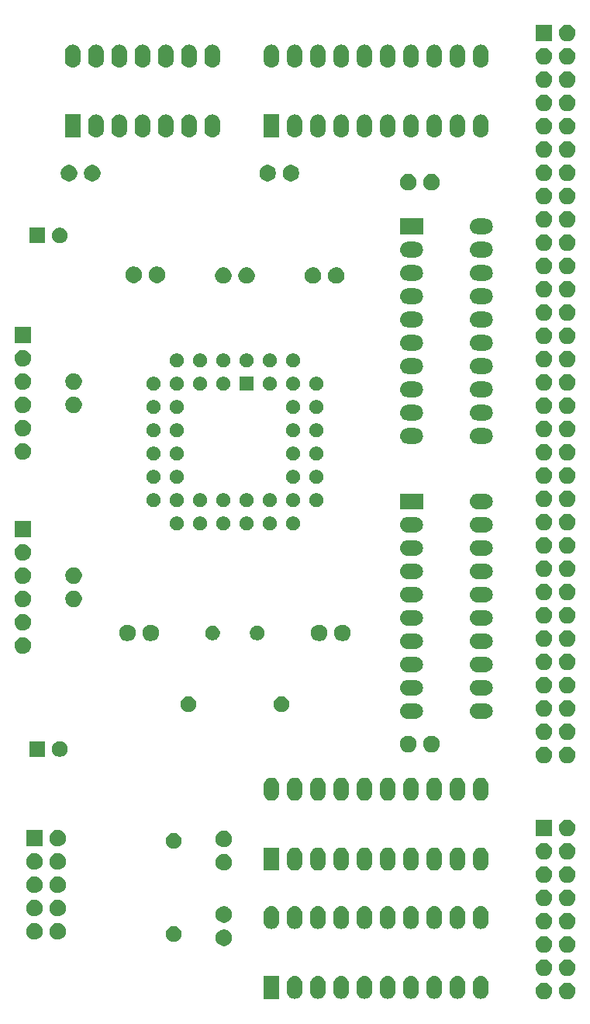
<source format=gbr>
G04 #@! TF.GenerationSoftware,KiCad,Pcbnew,(5.1.5-0-10_14)*
G04 #@! TF.CreationDate,2021-03-01T23:13:27+00:00*
G04 #@! TF.ProjectId,mc68681-basic,6d633638-3638-4312-9d62-617369632e6b,rev?*
G04 #@! TF.SameCoordinates,Original*
G04 #@! TF.FileFunction,Soldermask,Bot*
G04 #@! TF.FilePolarity,Negative*
%FSLAX46Y46*%
G04 Gerber Fmt 4.6, Leading zero omitted, Abs format (unit mm)*
G04 Created by KiCad (PCBNEW (5.1.5-0-10_14)) date 2021-03-01 23:13:27*
%MOMM*%
%LPD*%
G04 APERTURE LIST*
%ADD10C,0.100000*%
G04 APERTURE END LIST*
D10*
G36*
X121113512Y-152483927D02*
G01*
X121262812Y-152513624D01*
X121426784Y-152581544D01*
X121574354Y-152680147D01*
X121699853Y-152805646D01*
X121798456Y-152953216D01*
X121866376Y-153117188D01*
X121901000Y-153291259D01*
X121901000Y-153468741D01*
X121866376Y-153642812D01*
X121798456Y-153806784D01*
X121699853Y-153954354D01*
X121574354Y-154079853D01*
X121426784Y-154178456D01*
X121262812Y-154246376D01*
X121113512Y-154276073D01*
X121088742Y-154281000D01*
X120911258Y-154281000D01*
X120886488Y-154276073D01*
X120737188Y-154246376D01*
X120573216Y-154178456D01*
X120425646Y-154079853D01*
X120300147Y-153954354D01*
X120201544Y-153806784D01*
X120133624Y-153642812D01*
X120099000Y-153468741D01*
X120099000Y-153291259D01*
X120133624Y-153117188D01*
X120201544Y-152953216D01*
X120300147Y-152805646D01*
X120425646Y-152680147D01*
X120573216Y-152581544D01*
X120737188Y-152513624D01*
X120886488Y-152483927D01*
X120911258Y-152479000D01*
X121088742Y-152479000D01*
X121113512Y-152483927D01*
G37*
G36*
X118573512Y-152483927D02*
G01*
X118722812Y-152513624D01*
X118886784Y-152581544D01*
X119034354Y-152680147D01*
X119159853Y-152805646D01*
X119258456Y-152953216D01*
X119326376Y-153117188D01*
X119361000Y-153291259D01*
X119361000Y-153468741D01*
X119326376Y-153642812D01*
X119258456Y-153806784D01*
X119159853Y-153954354D01*
X119034354Y-154079853D01*
X118886784Y-154178456D01*
X118722812Y-154246376D01*
X118573512Y-154276073D01*
X118548742Y-154281000D01*
X118371258Y-154281000D01*
X118346488Y-154276073D01*
X118197188Y-154246376D01*
X118033216Y-154178456D01*
X117885646Y-154079853D01*
X117760147Y-153954354D01*
X117661544Y-153806784D01*
X117593624Y-153642812D01*
X117559000Y-153468741D01*
X117559000Y-153291259D01*
X117593624Y-153117188D01*
X117661544Y-152953216D01*
X117760147Y-152805646D01*
X117885646Y-152680147D01*
X118033216Y-152581544D01*
X118197188Y-152513624D01*
X118346488Y-152483927D01*
X118371258Y-152479000D01*
X118548742Y-152479000D01*
X118573512Y-152483927D01*
G37*
G36*
X91406822Y-151761313D02*
G01*
X91567241Y-151809976D01*
X91715077Y-151888995D01*
X91844659Y-151995341D01*
X91951004Y-152124922D01*
X91951005Y-152124924D01*
X92030024Y-152272758D01*
X92078687Y-152433177D01*
X92091000Y-152558196D01*
X92091000Y-153441803D01*
X92078687Y-153566822D01*
X92030024Y-153727242D01*
X91987509Y-153806782D01*
X91951004Y-153875078D01*
X91844659Y-154004659D01*
X91715078Y-154111004D01*
X91715076Y-154111005D01*
X91567242Y-154190024D01*
X91406823Y-154238687D01*
X91240000Y-154255117D01*
X91073178Y-154238687D01*
X90912759Y-154190024D01*
X90764925Y-154111005D01*
X90764923Y-154111004D01*
X90635342Y-154004659D01*
X90528997Y-153875078D01*
X90492492Y-153806782D01*
X90449977Y-153727242D01*
X90401314Y-153566823D01*
X90389000Y-153441803D01*
X90389000Y-152558197D01*
X90401313Y-152433178D01*
X90449976Y-152272759D01*
X90528995Y-152124923D01*
X90635341Y-151995341D01*
X90764922Y-151888996D01*
X90780094Y-151880886D01*
X90912758Y-151809976D01*
X91073177Y-151761313D01*
X91240000Y-151744883D01*
X91406822Y-151761313D01*
G37*
G36*
X93946822Y-151761313D02*
G01*
X94107241Y-151809976D01*
X94255077Y-151888995D01*
X94384659Y-151995341D01*
X94491004Y-152124922D01*
X94491005Y-152124924D01*
X94570024Y-152272758D01*
X94618687Y-152433177D01*
X94631000Y-152558196D01*
X94631000Y-153441803D01*
X94618687Y-153566822D01*
X94570024Y-153727242D01*
X94527509Y-153806782D01*
X94491004Y-153875078D01*
X94384659Y-154004659D01*
X94255078Y-154111004D01*
X94255076Y-154111005D01*
X94107242Y-154190024D01*
X93946823Y-154238687D01*
X93780000Y-154255117D01*
X93613178Y-154238687D01*
X93452759Y-154190024D01*
X93304925Y-154111005D01*
X93304923Y-154111004D01*
X93175342Y-154004659D01*
X93068997Y-153875078D01*
X93032492Y-153806782D01*
X92989977Y-153727242D01*
X92941314Y-153566823D01*
X92929000Y-153441803D01*
X92929000Y-152558197D01*
X92941313Y-152433178D01*
X92989976Y-152272759D01*
X93068995Y-152124923D01*
X93175341Y-151995341D01*
X93304922Y-151888996D01*
X93320094Y-151880886D01*
X93452758Y-151809976D01*
X93613177Y-151761313D01*
X93780000Y-151744883D01*
X93946822Y-151761313D01*
G37*
G36*
X96486822Y-151761313D02*
G01*
X96647241Y-151809976D01*
X96795077Y-151888995D01*
X96924659Y-151995341D01*
X97031004Y-152124922D01*
X97031005Y-152124924D01*
X97110024Y-152272758D01*
X97158687Y-152433177D01*
X97171000Y-152558196D01*
X97171000Y-153441803D01*
X97158687Y-153566822D01*
X97110024Y-153727242D01*
X97067509Y-153806782D01*
X97031004Y-153875078D01*
X96924659Y-154004659D01*
X96795078Y-154111004D01*
X96795076Y-154111005D01*
X96647242Y-154190024D01*
X96486823Y-154238687D01*
X96320000Y-154255117D01*
X96153178Y-154238687D01*
X95992759Y-154190024D01*
X95844925Y-154111005D01*
X95844923Y-154111004D01*
X95715342Y-154004659D01*
X95608997Y-153875078D01*
X95572492Y-153806782D01*
X95529977Y-153727242D01*
X95481314Y-153566823D01*
X95469000Y-153441803D01*
X95469000Y-152558197D01*
X95481313Y-152433178D01*
X95529976Y-152272759D01*
X95608995Y-152124923D01*
X95715341Y-151995341D01*
X95844922Y-151888996D01*
X95860094Y-151880886D01*
X95992758Y-151809976D01*
X96153177Y-151761313D01*
X96320000Y-151744883D01*
X96486822Y-151761313D01*
G37*
G36*
X99026822Y-151761313D02*
G01*
X99187241Y-151809976D01*
X99335077Y-151888995D01*
X99464659Y-151995341D01*
X99571004Y-152124922D01*
X99571005Y-152124924D01*
X99650024Y-152272758D01*
X99698687Y-152433177D01*
X99711000Y-152558196D01*
X99711000Y-153441803D01*
X99698687Y-153566822D01*
X99650024Y-153727242D01*
X99607509Y-153806782D01*
X99571004Y-153875078D01*
X99464659Y-154004659D01*
X99335078Y-154111004D01*
X99335076Y-154111005D01*
X99187242Y-154190024D01*
X99026823Y-154238687D01*
X98860000Y-154255117D01*
X98693178Y-154238687D01*
X98532759Y-154190024D01*
X98384925Y-154111005D01*
X98384923Y-154111004D01*
X98255342Y-154004659D01*
X98148997Y-153875078D01*
X98112492Y-153806782D01*
X98069977Y-153727242D01*
X98021314Y-153566823D01*
X98009000Y-153441803D01*
X98009000Y-152558197D01*
X98021313Y-152433178D01*
X98069976Y-152272759D01*
X98148995Y-152124923D01*
X98255341Y-151995341D01*
X98384922Y-151888996D01*
X98400094Y-151880886D01*
X98532758Y-151809976D01*
X98693177Y-151761313D01*
X98860000Y-151744883D01*
X99026822Y-151761313D01*
G37*
G36*
X101566822Y-151761313D02*
G01*
X101727241Y-151809976D01*
X101875077Y-151888995D01*
X102004659Y-151995341D01*
X102111004Y-152124922D01*
X102111005Y-152124924D01*
X102190024Y-152272758D01*
X102238687Y-152433177D01*
X102251000Y-152558196D01*
X102251000Y-153441803D01*
X102238687Y-153566822D01*
X102190024Y-153727242D01*
X102147509Y-153806782D01*
X102111004Y-153875078D01*
X102004659Y-154004659D01*
X101875078Y-154111004D01*
X101875076Y-154111005D01*
X101727242Y-154190024D01*
X101566823Y-154238687D01*
X101400000Y-154255117D01*
X101233178Y-154238687D01*
X101072759Y-154190024D01*
X100924925Y-154111005D01*
X100924923Y-154111004D01*
X100795342Y-154004659D01*
X100688997Y-153875078D01*
X100652492Y-153806782D01*
X100609977Y-153727242D01*
X100561314Y-153566823D01*
X100549000Y-153441803D01*
X100549000Y-152558197D01*
X100561313Y-152433178D01*
X100609976Y-152272759D01*
X100688995Y-152124923D01*
X100795341Y-151995341D01*
X100924922Y-151888996D01*
X100940094Y-151880886D01*
X101072758Y-151809976D01*
X101233177Y-151761313D01*
X101400000Y-151744883D01*
X101566822Y-151761313D01*
G37*
G36*
X104106822Y-151761313D02*
G01*
X104267241Y-151809976D01*
X104415077Y-151888995D01*
X104544659Y-151995341D01*
X104651004Y-152124922D01*
X104651005Y-152124924D01*
X104730024Y-152272758D01*
X104778687Y-152433177D01*
X104791000Y-152558196D01*
X104791000Y-153441803D01*
X104778687Y-153566822D01*
X104730024Y-153727242D01*
X104687509Y-153806782D01*
X104651004Y-153875078D01*
X104544659Y-154004659D01*
X104415078Y-154111004D01*
X104415076Y-154111005D01*
X104267242Y-154190024D01*
X104106823Y-154238687D01*
X103940000Y-154255117D01*
X103773178Y-154238687D01*
X103612759Y-154190024D01*
X103464925Y-154111005D01*
X103464923Y-154111004D01*
X103335342Y-154004659D01*
X103228997Y-153875078D01*
X103192492Y-153806782D01*
X103149977Y-153727242D01*
X103101314Y-153566823D01*
X103089000Y-153441803D01*
X103089000Y-152558197D01*
X103101313Y-152433178D01*
X103149976Y-152272759D01*
X103228995Y-152124923D01*
X103335341Y-151995341D01*
X103464922Y-151888996D01*
X103480094Y-151880886D01*
X103612758Y-151809976D01*
X103773177Y-151761313D01*
X103940000Y-151744883D01*
X104106822Y-151761313D01*
G37*
G36*
X106646822Y-151761313D02*
G01*
X106807241Y-151809976D01*
X106955077Y-151888995D01*
X107084659Y-151995341D01*
X107191004Y-152124922D01*
X107191005Y-152124924D01*
X107270024Y-152272758D01*
X107318687Y-152433177D01*
X107331000Y-152558196D01*
X107331000Y-153441803D01*
X107318687Y-153566822D01*
X107270024Y-153727242D01*
X107227509Y-153806782D01*
X107191004Y-153875078D01*
X107084659Y-154004659D01*
X106955078Y-154111004D01*
X106955076Y-154111005D01*
X106807242Y-154190024D01*
X106646823Y-154238687D01*
X106480000Y-154255117D01*
X106313178Y-154238687D01*
X106152759Y-154190024D01*
X106004925Y-154111005D01*
X106004923Y-154111004D01*
X105875342Y-154004659D01*
X105768997Y-153875078D01*
X105732492Y-153806782D01*
X105689977Y-153727242D01*
X105641314Y-153566823D01*
X105629000Y-153441803D01*
X105629000Y-152558197D01*
X105641313Y-152433178D01*
X105689976Y-152272759D01*
X105768995Y-152124923D01*
X105875341Y-151995341D01*
X106004922Y-151888996D01*
X106020094Y-151880886D01*
X106152758Y-151809976D01*
X106313177Y-151761313D01*
X106480000Y-151744883D01*
X106646822Y-151761313D01*
G37*
G36*
X109186822Y-151761313D02*
G01*
X109347241Y-151809976D01*
X109495077Y-151888995D01*
X109624659Y-151995341D01*
X109731004Y-152124922D01*
X109731005Y-152124924D01*
X109810024Y-152272758D01*
X109858687Y-152433177D01*
X109871000Y-152558196D01*
X109871000Y-153441803D01*
X109858687Y-153566822D01*
X109810024Y-153727242D01*
X109767509Y-153806782D01*
X109731004Y-153875078D01*
X109624659Y-154004659D01*
X109495078Y-154111004D01*
X109495076Y-154111005D01*
X109347242Y-154190024D01*
X109186823Y-154238687D01*
X109020000Y-154255117D01*
X108853178Y-154238687D01*
X108692759Y-154190024D01*
X108544925Y-154111005D01*
X108544923Y-154111004D01*
X108415342Y-154004659D01*
X108308997Y-153875078D01*
X108272492Y-153806782D01*
X108229977Y-153727242D01*
X108181314Y-153566823D01*
X108169000Y-153441803D01*
X108169000Y-152558197D01*
X108181313Y-152433178D01*
X108229976Y-152272759D01*
X108308995Y-152124923D01*
X108415341Y-151995341D01*
X108544922Y-151888996D01*
X108560094Y-151880886D01*
X108692758Y-151809976D01*
X108853177Y-151761313D01*
X109020000Y-151744883D01*
X109186822Y-151761313D01*
G37*
G36*
X111726822Y-151761313D02*
G01*
X111887241Y-151809976D01*
X112035077Y-151888995D01*
X112164659Y-151995341D01*
X112271004Y-152124922D01*
X112271005Y-152124924D01*
X112350024Y-152272758D01*
X112398687Y-152433177D01*
X112411000Y-152558196D01*
X112411000Y-153441803D01*
X112398687Y-153566822D01*
X112350024Y-153727242D01*
X112307509Y-153806782D01*
X112271004Y-153875078D01*
X112164659Y-154004659D01*
X112035078Y-154111004D01*
X112035076Y-154111005D01*
X111887242Y-154190024D01*
X111726823Y-154238687D01*
X111560000Y-154255117D01*
X111393178Y-154238687D01*
X111232759Y-154190024D01*
X111084925Y-154111005D01*
X111084923Y-154111004D01*
X110955342Y-154004659D01*
X110848997Y-153875078D01*
X110812492Y-153806782D01*
X110769977Y-153727242D01*
X110721314Y-153566823D01*
X110709000Y-153441803D01*
X110709000Y-152558197D01*
X110721313Y-152433178D01*
X110769976Y-152272759D01*
X110848995Y-152124923D01*
X110955341Y-151995341D01*
X111084922Y-151888996D01*
X111100094Y-151880886D01*
X111232758Y-151809976D01*
X111393177Y-151761313D01*
X111560000Y-151744883D01*
X111726822Y-151761313D01*
G37*
G36*
X89551000Y-154251000D02*
G01*
X87849000Y-154251000D01*
X87849000Y-151749000D01*
X89551000Y-151749000D01*
X89551000Y-154251000D01*
G37*
G36*
X121113512Y-149943927D02*
G01*
X121262812Y-149973624D01*
X121426784Y-150041544D01*
X121574354Y-150140147D01*
X121699853Y-150265646D01*
X121798456Y-150413216D01*
X121866376Y-150577188D01*
X121901000Y-150751259D01*
X121901000Y-150928741D01*
X121866376Y-151102812D01*
X121798456Y-151266784D01*
X121699853Y-151414354D01*
X121574354Y-151539853D01*
X121426784Y-151638456D01*
X121262812Y-151706376D01*
X121113512Y-151736073D01*
X121088742Y-151741000D01*
X120911258Y-151741000D01*
X120886488Y-151736073D01*
X120737188Y-151706376D01*
X120573216Y-151638456D01*
X120425646Y-151539853D01*
X120300147Y-151414354D01*
X120201544Y-151266784D01*
X120133624Y-151102812D01*
X120099000Y-150928741D01*
X120099000Y-150751259D01*
X120133624Y-150577188D01*
X120201544Y-150413216D01*
X120300147Y-150265646D01*
X120425646Y-150140147D01*
X120573216Y-150041544D01*
X120737188Y-149973624D01*
X120886488Y-149943927D01*
X120911258Y-149939000D01*
X121088742Y-149939000D01*
X121113512Y-149943927D01*
G37*
G36*
X118573512Y-149943927D02*
G01*
X118722812Y-149973624D01*
X118886784Y-150041544D01*
X119034354Y-150140147D01*
X119159853Y-150265646D01*
X119258456Y-150413216D01*
X119326376Y-150577188D01*
X119361000Y-150751259D01*
X119361000Y-150928741D01*
X119326376Y-151102812D01*
X119258456Y-151266784D01*
X119159853Y-151414354D01*
X119034354Y-151539853D01*
X118886784Y-151638456D01*
X118722812Y-151706376D01*
X118573512Y-151736073D01*
X118548742Y-151741000D01*
X118371258Y-151741000D01*
X118346488Y-151736073D01*
X118197188Y-151706376D01*
X118033216Y-151638456D01*
X117885646Y-151539853D01*
X117760147Y-151414354D01*
X117661544Y-151266784D01*
X117593624Y-151102812D01*
X117559000Y-150928741D01*
X117559000Y-150751259D01*
X117593624Y-150577188D01*
X117661544Y-150413216D01*
X117760147Y-150265646D01*
X117885646Y-150140147D01*
X118033216Y-150041544D01*
X118197188Y-149973624D01*
X118346488Y-149943927D01*
X118371258Y-149939000D01*
X118548742Y-149939000D01*
X118573512Y-149943927D01*
G37*
G36*
X121113512Y-147403927D02*
G01*
X121262812Y-147433624D01*
X121426784Y-147501544D01*
X121574354Y-147600147D01*
X121699853Y-147725646D01*
X121798456Y-147873216D01*
X121866376Y-148037188D01*
X121901000Y-148211259D01*
X121901000Y-148388741D01*
X121866376Y-148562812D01*
X121798456Y-148726784D01*
X121699853Y-148874354D01*
X121574354Y-148999853D01*
X121426784Y-149098456D01*
X121262812Y-149166376D01*
X121113512Y-149196073D01*
X121088742Y-149201000D01*
X120911258Y-149201000D01*
X120886488Y-149196073D01*
X120737188Y-149166376D01*
X120573216Y-149098456D01*
X120425646Y-148999853D01*
X120300147Y-148874354D01*
X120201544Y-148726784D01*
X120133624Y-148562812D01*
X120099000Y-148388741D01*
X120099000Y-148211259D01*
X120133624Y-148037188D01*
X120201544Y-147873216D01*
X120300147Y-147725646D01*
X120425646Y-147600147D01*
X120573216Y-147501544D01*
X120737188Y-147433624D01*
X120886488Y-147403927D01*
X120911258Y-147399000D01*
X121088742Y-147399000D01*
X121113512Y-147403927D01*
G37*
G36*
X118573512Y-147403927D02*
G01*
X118722812Y-147433624D01*
X118886784Y-147501544D01*
X119034354Y-147600147D01*
X119159853Y-147725646D01*
X119258456Y-147873216D01*
X119326376Y-148037188D01*
X119361000Y-148211259D01*
X119361000Y-148388741D01*
X119326376Y-148562812D01*
X119258456Y-148726784D01*
X119159853Y-148874354D01*
X119034354Y-148999853D01*
X118886784Y-149098456D01*
X118722812Y-149166376D01*
X118573512Y-149196073D01*
X118548742Y-149201000D01*
X118371258Y-149201000D01*
X118346488Y-149196073D01*
X118197188Y-149166376D01*
X118033216Y-149098456D01*
X117885646Y-148999853D01*
X117760147Y-148874354D01*
X117661544Y-148726784D01*
X117593624Y-148562812D01*
X117559000Y-148388741D01*
X117559000Y-148211259D01*
X117593624Y-148037188D01*
X117661544Y-147873216D01*
X117760147Y-147725646D01*
X117885646Y-147600147D01*
X118033216Y-147501544D01*
X118197188Y-147433624D01*
X118346488Y-147403927D01*
X118371258Y-147399000D01*
X118548742Y-147399000D01*
X118573512Y-147403927D01*
G37*
G36*
X83763015Y-146717151D02*
G01*
X83895197Y-146771903D01*
X83927115Y-146785124D01*
X84074800Y-146883804D01*
X84200396Y-147009400D01*
X84299077Y-147157087D01*
X84367049Y-147321185D01*
X84401700Y-147495389D01*
X84401700Y-147673011D01*
X84367049Y-147847215D01*
X84299077Y-148011313D01*
X84299076Y-148011315D01*
X84200396Y-148159000D01*
X84074800Y-148284596D01*
X83927115Y-148383276D01*
X83927114Y-148383277D01*
X83927113Y-148383277D01*
X83763015Y-148451249D01*
X83588811Y-148485900D01*
X83411189Y-148485900D01*
X83236985Y-148451249D01*
X83072887Y-148383277D01*
X83072886Y-148383277D01*
X83072885Y-148383276D01*
X82925200Y-148284596D01*
X82799604Y-148159000D01*
X82700924Y-148011315D01*
X82700923Y-148011313D01*
X82632951Y-147847215D01*
X82598300Y-147673011D01*
X82598300Y-147495389D01*
X82632951Y-147321185D01*
X82700923Y-147157087D01*
X82799604Y-147009400D01*
X82925200Y-146883804D01*
X83072885Y-146785124D01*
X83104803Y-146771903D01*
X83236985Y-146717151D01*
X83411189Y-146682500D01*
X83588811Y-146682500D01*
X83763015Y-146717151D01*
G37*
G36*
X78273228Y-146356703D02*
G01*
X78428100Y-146420853D01*
X78567481Y-146513985D01*
X78686015Y-146632519D01*
X78779147Y-146771900D01*
X78843297Y-146926772D01*
X78876000Y-147091184D01*
X78876000Y-147258816D01*
X78843297Y-147423228D01*
X78779147Y-147578100D01*
X78686015Y-147717481D01*
X78567481Y-147836015D01*
X78428100Y-147929147D01*
X78273228Y-147993297D01*
X78108816Y-148026000D01*
X77941184Y-148026000D01*
X77776772Y-147993297D01*
X77621900Y-147929147D01*
X77482519Y-147836015D01*
X77363985Y-147717481D01*
X77270853Y-147578100D01*
X77206703Y-147423228D01*
X77174000Y-147258816D01*
X77174000Y-147091184D01*
X77206703Y-146926772D01*
X77270853Y-146771900D01*
X77363985Y-146632519D01*
X77482519Y-146513985D01*
X77621900Y-146420853D01*
X77776772Y-146356703D01*
X77941184Y-146324000D01*
X78108816Y-146324000D01*
X78273228Y-146356703D01*
G37*
G36*
X65473512Y-145993927D02*
G01*
X65622812Y-146023624D01*
X65786784Y-146091544D01*
X65934354Y-146190147D01*
X66059853Y-146315646D01*
X66158456Y-146463216D01*
X66226376Y-146627188D01*
X66255160Y-146771900D01*
X66257791Y-146785123D01*
X66261000Y-146801259D01*
X66261000Y-146978741D01*
X66226376Y-147152812D01*
X66158456Y-147316784D01*
X66059853Y-147464354D01*
X65934354Y-147589853D01*
X65786784Y-147688456D01*
X65622812Y-147756376D01*
X65473512Y-147786073D01*
X65448742Y-147791000D01*
X65271258Y-147791000D01*
X65246488Y-147786073D01*
X65097188Y-147756376D01*
X64933216Y-147688456D01*
X64785646Y-147589853D01*
X64660147Y-147464354D01*
X64561544Y-147316784D01*
X64493624Y-147152812D01*
X64459000Y-146978741D01*
X64459000Y-146801259D01*
X64462210Y-146785123D01*
X64464840Y-146771900D01*
X64493624Y-146627188D01*
X64561544Y-146463216D01*
X64660147Y-146315646D01*
X64785646Y-146190147D01*
X64933216Y-146091544D01*
X65097188Y-146023624D01*
X65246488Y-145993927D01*
X65271258Y-145989000D01*
X65448742Y-145989000D01*
X65473512Y-145993927D01*
G37*
G36*
X62933512Y-145993927D02*
G01*
X63082812Y-146023624D01*
X63246784Y-146091544D01*
X63394354Y-146190147D01*
X63519853Y-146315646D01*
X63618456Y-146463216D01*
X63686376Y-146627188D01*
X63715160Y-146771900D01*
X63717791Y-146785123D01*
X63721000Y-146801259D01*
X63721000Y-146978741D01*
X63686376Y-147152812D01*
X63618456Y-147316784D01*
X63519853Y-147464354D01*
X63394354Y-147589853D01*
X63246784Y-147688456D01*
X63082812Y-147756376D01*
X62933512Y-147786073D01*
X62908742Y-147791000D01*
X62731258Y-147791000D01*
X62706488Y-147786073D01*
X62557188Y-147756376D01*
X62393216Y-147688456D01*
X62245646Y-147589853D01*
X62120147Y-147464354D01*
X62021544Y-147316784D01*
X61953624Y-147152812D01*
X61919000Y-146978741D01*
X61919000Y-146801259D01*
X61922210Y-146785123D01*
X61924840Y-146771900D01*
X61953624Y-146627188D01*
X62021544Y-146463216D01*
X62120147Y-146315646D01*
X62245646Y-146190147D01*
X62393216Y-146091544D01*
X62557188Y-146023624D01*
X62706488Y-145993927D01*
X62731258Y-145989000D01*
X62908742Y-145989000D01*
X62933512Y-145993927D01*
G37*
G36*
X121113512Y-144863927D02*
G01*
X121262812Y-144893624D01*
X121426784Y-144961544D01*
X121574354Y-145060147D01*
X121699853Y-145185646D01*
X121798456Y-145333216D01*
X121866376Y-145497188D01*
X121901000Y-145671259D01*
X121901000Y-145848741D01*
X121866376Y-146022812D01*
X121798456Y-146186784D01*
X121699853Y-146334354D01*
X121574354Y-146459853D01*
X121426784Y-146558456D01*
X121262812Y-146626376D01*
X121113512Y-146656073D01*
X121088742Y-146661000D01*
X120911258Y-146661000D01*
X120886488Y-146656073D01*
X120737188Y-146626376D01*
X120573216Y-146558456D01*
X120425646Y-146459853D01*
X120300147Y-146334354D01*
X120201544Y-146186784D01*
X120133624Y-146022812D01*
X120099000Y-145848741D01*
X120099000Y-145671259D01*
X120133624Y-145497188D01*
X120201544Y-145333216D01*
X120300147Y-145185646D01*
X120425646Y-145060147D01*
X120573216Y-144961544D01*
X120737188Y-144893624D01*
X120886488Y-144863927D01*
X120911258Y-144859000D01*
X121088742Y-144859000D01*
X121113512Y-144863927D01*
G37*
G36*
X118573512Y-144863927D02*
G01*
X118722812Y-144893624D01*
X118886784Y-144961544D01*
X119034354Y-145060147D01*
X119159853Y-145185646D01*
X119258456Y-145333216D01*
X119326376Y-145497188D01*
X119361000Y-145671259D01*
X119361000Y-145848741D01*
X119326376Y-146022812D01*
X119258456Y-146186784D01*
X119159853Y-146334354D01*
X119034354Y-146459853D01*
X118886784Y-146558456D01*
X118722812Y-146626376D01*
X118573512Y-146656073D01*
X118548742Y-146661000D01*
X118371258Y-146661000D01*
X118346488Y-146656073D01*
X118197188Y-146626376D01*
X118033216Y-146558456D01*
X117885646Y-146459853D01*
X117760147Y-146334354D01*
X117661544Y-146186784D01*
X117593624Y-146022812D01*
X117559000Y-145848741D01*
X117559000Y-145671259D01*
X117593624Y-145497188D01*
X117661544Y-145333216D01*
X117760147Y-145185646D01*
X117885646Y-145060147D01*
X118033216Y-144961544D01*
X118197188Y-144893624D01*
X118346488Y-144863927D01*
X118371258Y-144859000D01*
X118548742Y-144859000D01*
X118573512Y-144863927D01*
G37*
G36*
X91406822Y-144141313D02*
G01*
X91567241Y-144189976D01*
X91715077Y-144268995D01*
X91806231Y-144343804D01*
X91844659Y-144375341D01*
X91951004Y-144504922D01*
X91951005Y-144504924D01*
X92030024Y-144652758D01*
X92078687Y-144813177D01*
X92091000Y-144938196D01*
X92091000Y-145821803D01*
X92078687Y-145946822D01*
X92030024Y-146107242D01*
X91987509Y-146186782D01*
X91951004Y-146255078D01*
X91844659Y-146384659D01*
X91715078Y-146491004D01*
X91715076Y-146491005D01*
X91567242Y-146570024D01*
X91406823Y-146618687D01*
X91240000Y-146635117D01*
X91073178Y-146618687D01*
X90912759Y-146570024D01*
X90764925Y-146491005D01*
X90764923Y-146491004D01*
X90635342Y-146384659D01*
X90528997Y-146255078D01*
X90492492Y-146186782D01*
X90449977Y-146107242D01*
X90401314Y-145946823D01*
X90389000Y-145821803D01*
X90389000Y-144938197D01*
X90401313Y-144813178D01*
X90449976Y-144652759D01*
X90528995Y-144504923D01*
X90635341Y-144375341D01*
X90673769Y-144343804D01*
X90764922Y-144268996D01*
X90780094Y-144260886D01*
X90912758Y-144189976D01*
X91073177Y-144141313D01*
X91240000Y-144124883D01*
X91406822Y-144141313D01*
G37*
G36*
X88866822Y-144141313D02*
G01*
X89027241Y-144189976D01*
X89175077Y-144268995D01*
X89266231Y-144343804D01*
X89304659Y-144375341D01*
X89411004Y-144504922D01*
X89411005Y-144504924D01*
X89490024Y-144652758D01*
X89538687Y-144813177D01*
X89551000Y-144938196D01*
X89551000Y-145821803D01*
X89538687Y-145946822D01*
X89490024Y-146107242D01*
X89447509Y-146186782D01*
X89411004Y-146255078D01*
X89304659Y-146384659D01*
X89175078Y-146491004D01*
X89175076Y-146491005D01*
X89027242Y-146570024D01*
X88866823Y-146618687D01*
X88700000Y-146635117D01*
X88533178Y-146618687D01*
X88372759Y-146570024D01*
X88224925Y-146491005D01*
X88224923Y-146491004D01*
X88095342Y-146384659D01*
X87988997Y-146255078D01*
X87952492Y-146186782D01*
X87909977Y-146107242D01*
X87861314Y-145946823D01*
X87849000Y-145821803D01*
X87849000Y-144938197D01*
X87861313Y-144813178D01*
X87909976Y-144652759D01*
X87988995Y-144504923D01*
X88095341Y-144375341D01*
X88133769Y-144343804D01*
X88224922Y-144268996D01*
X88240094Y-144260886D01*
X88372758Y-144189976D01*
X88533177Y-144141313D01*
X88700000Y-144124883D01*
X88866822Y-144141313D01*
G37*
G36*
X111726822Y-144141313D02*
G01*
X111887241Y-144189976D01*
X112035077Y-144268995D01*
X112126231Y-144343804D01*
X112164659Y-144375341D01*
X112271004Y-144504922D01*
X112271005Y-144504924D01*
X112350024Y-144652758D01*
X112398687Y-144813177D01*
X112411000Y-144938196D01*
X112411000Y-145821803D01*
X112398687Y-145946822D01*
X112350024Y-146107242D01*
X112307509Y-146186782D01*
X112271004Y-146255078D01*
X112164659Y-146384659D01*
X112035078Y-146491004D01*
X112035076Y-146491005D01*
X111887242Y-146570024D01*
X111726823Y-146618687D01*
X111560000Y-146635117D01*
X111393178Y-146618687D01*
X111232759Y-146570024D01*
X111084925Y-146491005D01*
X111084923Y-146491004D01*
X110955342Y-146384659D01*
X110848997Y-146255078D01*
X110812492Y-146186782D01*
X110769977Y-146107242D01*
X110721314Y-145946823D01*
X110709000Y-145821803D01*
X110709000Y-144938197D01*
X110721313Y-144813178D01*
X110769976Y-144652759D01*
X110848995Y-144504923D01*
X110955341Y-144375341D01*
X110993769Y-144343804D01*
X111084922Y-144268996D01*
X111100094Y-144260886D01*
X111232758Y-144189976D01*
X111393177Y-144141313D01*
X111560000Y-144124883D01*
X111726822Y-144141313D01*
G37*
G36*
X93946822Y-144141313D02*
G01*
X94107241Y-144189976D01*
X94255077Y-144268995D01*
X94346231Y-144343804D01*
X94384659Y-144375341D01*
X94491004Y-144504922D01*
X94491005Y-144504924D01*
X94570024Y-144652758D01*
X94618687Y-144813177D01*
X94631000Y-144938196D01*
X94631000Y-145821803D01*
X94618687Y-145946822D01*
X94570024Y-146107242D01*
X94527509Y-146186782D01*
X94491004Y-146255078D01*
X94384659Y-146384659D01*
X94255078Y-146491004D01*
X94255076Y-146491005D01*
X94107242Y-146570024D01*
X93946823Y-146618687D01*
X93780000Y-146635117D01*
X93613178Y-146618687D01*
X93452759Y-146570024D01*
X93304925Y-146491005D01*
X93304923Y-146491004D01*
X93175342Y-146384659D01*
X93068997Y-146255078D01*
X93032492Y-146186782D01*
X92989977Y-146107242D01*
X92941314Y-145946823D01*
X92929000Y-145821803D01*
X92929000Y-144938197D01*
X92941313Y-144813178D01*
X92989976Y-144652759D01*
X93068995Y-144504923D01*
X93175341Y-144375341D01*
X93213769Y-144343804D01*
X93304922Y-144268996D01*
X93320094Y-144260886D01*
X93452758Y-144189976D01*
X93613177Y-144141313D01*
X93780000Y-144124883D01*
X93946822Y-144141313D01*
G37*
G36*
X109186822Y-144141313D02*
G01*
X109347241Y-144189976D01*
X109495077Y-144268995D01*
X109586231Y-144343804D01*
X109624659Y-144375341D01*
X109731004Y-144504922D01*
X109731005Y-144504924D01*
X109810024Y-144652758D01*
X109858687Y-144813177D01*
X109871000Y-144938196D01*
X109871000Y-145821803D01*
X109858687Y-145946822D01*
X109810024Y-146107242D01*
X109767509Y-146186782D01*
X109731004Y-146255078D01*
X109624659Y-146384659D01*
X109495078Y-146491004D01*
X109495076Y-146491005D01*
X109347242Y-146570024D01*
X109186823Y-146618687D01*
X109020000Y-146635117D01*
X108853178Y-146618687D01*
X108692759Y-146570024D01*
X108544925Y-146491005D01*
X108544923Y-146491004D01*
X108415342Y-146384659D01*
X108308997Y-146255078D01*
X108272492Y-146186782D01*
X108229977Y-146107242D01*
X108181314Y-145946823D01*
X108169000Y-145821803D01*
X108169000Y-144938197D01*
X108181313Y-144813178D01*
X108229976Y-144652759D01*
X108308995Y-144504923D01*
X108415341Y-144375341D01*
X108453769Y-144343804D01*
X108544922Y-144268996D01*
X108560094Y-144260886D01*
X108692758Y-144189976D01*
X108853177Y-144141313D01*
X109020000Y-144124883D01*
X109186822Y-144141313D01*
G37*
G36*
X96486822Y-144141313D02*
G01*
X96647241Y-144189976D01*
X96795077Y-144268995D01*
X96886231Y-144343804D01*
X96924659Y-144375341D01*
X97031004Y-144504922D01*
X97031005Y-144504924D01*
X97110024Y-144652758D01*
X97158687Y-144813177D01*
X97171000Y-144938196D01*
X97171000Y-145821803D01*
X97158687Y-145946822D01*
X97110024Y-146107242D01*
X97067509Y-146186782D01*
X97031004Y-146255078D01*
X96924659Y-146384659D01*
X96795078Y-146491004D01*
X96795076Y-146491005D01*
X96647242Y-146570024D01*
X96486823Y-146618687D01*
X96320000Y-146635117D01*
X96153178Y-146618687D01*
X95992759Y-146570024D01*
X95844925Y-146491005D01*
X95844923Y-146491004D01*
X95715342Y-146384659D01*
X95608997Y-146255078D01*
X95572492Y-146186782D01*
X95529977Y-146107242D01*
X95481314Y-145946823D01*
X95469000Y-145821803D01*
X95469000Y-144938197D01*
X95481313Y-144813178D01*
X95529976Y-144652759D01*
X95608995Y-144504923D01*
X95715341Y-144375341D01*
X95753769Y-144343804D01*
X95844922Y-144268996D01*
X95860094Y-144260886D01*
X95992758Y-144189976D01*
X96153177Y-144141313D01*
X96320000Y-144124883D01*
X96486822Y-144141313D01*
G37*
G36*
X106646822Y-144141313D02*
G01*
X106807241Y-144189976D01*
X106955077Y-144268995D01*
X107046231Y-144343804D01*
X107084659Y-144375341D01*
X107191004Y-144504922D01*
X107191005Y-144504924D01*
X107270024Y-144652758D01*
X107318687Y-144813177D01*
X107331000Y-144938196D01*
X107331000Y-145821803D01*
X107318687Y-145946822D01*
X107270024Y-146107242D01*
X107227509Y-146186782D01*
X107191004Y-146255078D01*
X107084659Y-146384659D01*
X106955078Y-146491004D01*
X106955076Y-146491005D01*
X106807242Y-146570024D01*
X106646823Y-146618687D01*
X106480000Y-146635117D01*
X106313178Y-146618687D01*
X106152759Y-146570024D01*
X106004925Y-146491005D01*
X106004923Y-146491004D01*
X105875342Y-146384659D01*
X105768997Y-146255078D01*
X105732492Y-146186782D01*
X105689977Y-146107242D01*
X105641314Y-145946823D01*
X105629000Y-145821803D01*
X105629000Y-144938197D01*
X105641313Y-144813178D01*
X105689976Y-144652759D01*
X105768995Y-144504923D01*
X105875341Y-144375341D01*
X105913769Y-144343804D01*
X106004922Y-144268996D01*
X106020094Y-144260886D01*
X106152758Y-144189976D01*
X106313177Y-144141313D01*
X106480000Y-144124883D01*
X106646822Y-144141313D01*
G37*
G36*
X99026822Y-144141313D02*
G01*
X99187241Y-144189976D01*
X99335077Y-144268995D01*
X99426231Y-144343804D01*
X99464659Y-144375341D01*
X99571004Y-144504922D01*
X99571005Y-144504924D01*
X99650024Y-144652758D01*
X99698687Y-144813177D01*
X99711000Y-144938196D01*
X99711000Y-145821803D01*
X99698687Y-145946822D01*
X99650024Y-146107242D01*
X99607509Y-146186782D01*
X99571004Y-146255078D01*
X99464659Y-146384659D01*
X99335078Y-146491004D01*
X99335076Y-146491005D01*
X99187242Y-146570024D01*
X99026823Y-146618687D01*
X98860000Y-146635117D01*
X98693178Y-146618687D01*
X98532759Y-146570024D01*
X98384925Y-146491005D01*
X98384923Y-146491004D01*
X98255342Y-146384659D01*
X98148997Y-146255078D01*
X98112492Y-146186782D01*
X98069977Y-146107242D01*
X98021314Y-145946823D01*
X98009000Y-145821803D01*
X98009000Y-144938197D01*
X98021313Y-144813178D01*
X98069976Y-144652759D01*
X98148995Y-144504923D01*
X98255341Y-144375341D01*
X98293769Y-144343804D01*
X98384922Y-144268996D01*
X98400094Y-144260886D01*
X98532758Y-144189976D01*
X98693177Y-144141313D01*
X98860000Y-144124883D01*
X99026822Y-144141313D01*
G37*
G36*
X104106822Y-144141313D02*
G01*
X104267241Y-144189976D01*
X104415077Y-144268995D01*
X104506231Y-144343804D01*
X104544659Y-144375341D01*
X104651004Y-144504922D01*
X104651005Y-144504924D01*
X104730024Y-144652758D01*
X104778687Y-144813177D01*
X104791000Y-144938196D01*
X104791000Y-145821803D01*
X104778687Y-145946822D01*
X104730024Y-146107242D01*
X104687509Y-146186782D01*
X104651004Y-146255078D01*
X104544659Y-146384659D01*
X104415078Y-146491004D01*
X104415076Y-146491005D01*
X104267242Y-146570024D01*
X104106823Y-146618687D01*
X103940000Y-146635117D01*
X103773178Y-146618687D01*
X103612759Y-146570024D01*
X103464925Y-146491005D01*
X103464923Y-146491004D01*
X103335342Y-146384659D01*
X103228997Y-146255078D01*
X103192492Y-146186782D01*
X103149977Y-146107242D01*
X103101314Y-145946823D01*
X103089000Y-145821803D01*
X103089000Y-144938197D01*
X103101313Y-144813178D01*
X103149976Y-144652759D01*
X103228995Y-144504923D01*
X103335341Y-144375341D01*
X103373769Y-144343804D01*
X103464922Y-144268996D01*
X103480094Y-144260886D01*
X103612758Y-144189976D01*
X103773177Y-144141313D01*
X103940000Y-144124883D01*
X104106822Y-144141313D01*
G37*
G36*
X101566822Y-144141313D02*
G01*
X101727241Y-144189976D01*
X101875077Y-144268995D01*
X101966231Y-144343804D01*
X102004659Y-144375341D01*
X102111004Y-144504922D01*
X102111005Y-144504924D01*
X102190024Y-144652758D01*
X102238687Y-144813177D01*
X102251000Y-144938196D01*
X102251000Y-145821803D01*
X102238687Y-145946822D01*
X102190024Y-146107242D01*
X102147509Y-146186782D01*
X102111004Y-146255078D01*
X102004659Y-146384659D01*
X101875078Y-146491004D01*
X101875076Y-146491005D01*
X101727242Y-146570024D01*
X101566823Y-146618687D01*
X101400000Y-146635117D01*
X101233178Y-146618687D01*
X101072759Y-146570024D01*
X100924925Y-146491005D01*
X100924923Y-146491004D01*
X100795342Y-146384659D01*
X100688997Y-146255078D01*
X100652492Y-146186782D01*
X100609977Y-146107242D01*
X100561314Y-145946823D01*
X100549000Y-145821803D01*
X100549000Y-144938197D01*
X100561313Y-144813178D01*
X100609976Y-144652759D01*
X100688995Y-144504923D01*
X100795341Y-144375341D01*
X100833769Y-144343804D01*
X100924922Y-144268996D01*
X100940094Y-144260886D01*
X101072758Y-144189976D01*
X101233177Y-144141313D01*
X101400000Y-144124883D01*
X101566822Y-144141313D01*
G37*
G36*
X83763015Y-144177151D02*
G01*
X83927113Y-144245123D01*
X83927115Y-144245124D01*
X83962840Y-144268995D01*
X84074800Y-144343804D01*
X84200396Y-144469400D01*
X84299077Y-144617087D01*
X84367049Y-144781185D01*
X84401700Y-144955389D01*
X84401700Y-145133011D01*
X84367049Y-145307215D01*
X84356278Y-145333218D01*
X84299076Y-145471315D01*
X84200396Y-145619000D01*
X84074800Y-145744596D01*
X83927115Y-145843276D01*
X83927114Y-145843277D01*
X83927113Y-145843277D01*
X83763015Y-145911249D01*
X83588811Y-145945900D01*
X83411189Y-145945900D01*
X83236985Y-145911249D01*
X83072887Y-145843277D01*
X83072886Y-145843277D01*
X83072885Y-145843276D01*
X82925200Y-145744596D01*
X82799604Y-145619000D01*
X82700924Y-145471315D01*
X82643722Y-145333218D01*
X82632951Y-145307215D01*
X82598300Y-145133011D01*
X82598300Y-144955389D01*
X82632951Y-144781185D01*
X82700923Y-144617087D01*
X82799604Y-144469400D01*
X82925200Y-144343804D01*
X83037160Y-144268995D01*
X83072885Y-144245124D01*
X83072887Y-144245123D01*
X83236985Y-144177151D01*
X83411189Y-144142500D01*
X83588811Y-144142500D01*
X83763015Y-144177151D01*
G37*
G36*
X65473512Y-143453927D02*
G01*
X65622812Y-143483624D01*
X65786784Y-143551544D01*
X65934354Y-143650147D01*
X66059853Y-143775646D01*
X66158456Y-143923216D01*
X66226376Y-144087188D01*
X66246821Y-144189975D01*
X66257791Y-144245123D01*
X66261000Y-144261259D01*
X66261000Y-144438741D01*
X66226376Y-144612812D01*
X66158456Y-144776784D01*
X66059853Y-144924354D01*
X65934354Y-145049853D01*
X65786784Y-145148456D01*
X65622812Y-145216376D01*
X65473512Y-145246073D01*
X65448742Y-145251000D01*
X65271258Y-145251000D01*
X65246488Y-145246073D01*
X65097188Y-145216376D01*
X64933216Y-145148456D01*
X64785646Y-145049853D01*
X64660147Y-144924354D01*
X64561544Y-144776784D01*
X64493624Y-144612812D01*
X64459000Y-144438741D01*
X64459000Y-144261259D01*
X64462210Y-144245123D01*
X64473179Y-144189975D01*
X64493624Y-144087188D01*
X64561544Y-143923216D01*
X64660147Y-143775646D01*
X64785646Y-143650147D01*
X64933216Y-143551544D01*
X65097188Y-143483624D01*
X65246488Y-143453927D01*
X65271258Y-143449000D01*
X65448742Y-143449000D01*
X65473512Y-143453927D01*
G37*
G36*
X62933512Y-143453927D02*
G01*
X63082812Y-143483624D01*
X63246784Y-143551544D01*
X63394354Y-143650147D01*
X63519853Y-143775646D01*
X63618456Y-143923216D01*
X63686376Y-144087188D01*
X63706821Y-144189975D01*
X63717791Y-144245123D01*
X63721000Y-144261259D01*
X63721000Y-144438741D01*
X63686376Y-144612812D01*
X63618456Y-144776784D01*
X63519853Y-144924354D01*
X63394354Y-145049853D01*
X63246784Y-145148456D01*
X63082812Y-145216376D01*
X62933512Y-145246073D01*
X62908742Y-145251000D01*
X62731258Y-145251000D01*
X62706488Y-145246073D01*
X62557188Y-145216376D01*
X62393216Y-145148456D01*
X62245646Y-145049853D01*
X62120147Y-144924354D01*
X62021544Y-144776784D01*
X61953624Y-144612812D01*
X61919000Y-144438741D01*
X61919000Y-144261259D01*
X61922210Y-144245123D01*
X61933179Y-144189975D01*
X61953624Y-144087188D01*
X62021544Y-143923216D01*
X62120147Y-143775646D01*
X62245646Y-143650147D01*
X62393216Y-143551544D01*
X62557188Y-143483624D01*
X62706488Y-143453927D01*
X62731258Y-143449000D01*
X62908742Y-143449000D01*
X62933512Y-143453927D01*
G37*
G36*
X121113512Y-142323927D02*
G01*
X121262812Y-142353624D01*
X121426784Y-142421544D01*
X121574354Y-142520147D01*
X121699853Y-142645646D01*
X121798456Y-142793216D01*
X121866376Y-142957188D01*
X121901000Y-143131259D01*
X121901000Y-143308741D01*
X121866376Y-143482812D01*
X121798456Y-143646784D01*
X121699853Y-143794354D01*
X121574354Y-143919853D01*
X121426784Y-144018456D01*
X121262812Y-144086376D01*
X121113512Y-144116073D01*
X121088742Y-144121000D01*
X120911258Y-144121000D01*
X120886488Y-144116073D01*
X120737188Y-144086376D01*
X120573216Y-144018456D01*
X120425646Y-143919853D01*
X120300147Y-143794354D01*
X120201544Y-143646784D01*
X120133624Y-143482812D01*
X120099000Y-143308741D01*
X120099000Y-143131259D01*
X120133624Y-142957188D01*
X120201544Y-142793216D01*
X120300147Y-142645646D01*
X120425646Y-142520147D01*
X120573216Y-142421544D01*
X120737188Y-142353624D01*
X120886488Y-142323927D01*
X120911258Y-142319000D01*
X121088742Y-142319000D01*
X121113512Y-142323927D01*
G37*
G36*
X118573512Y-142323927D02*
G01*
X118722812Y-142353624D01*
X118886784Y-142421544D01*
X119034354Y-142520147D01*
X119159853Y-142645646D01*
X119258456Y-142793216D01*
X119326376Y-142957188D01*
X119361000Y-143131259D01*
X119361000Y-143308741D01*
X119326376Y-143482812D01*
X119258456Y-143646784D01*
X119159853Y-143794354D01*
X119034354Y-143919853D01*
X118886784Y-144018456D01*
X118722812Y-144086376D01*
X118573512Y-144116073D01*
X118548742Y-144121000D01*
X118371258Y-144121000D01*
X118346488Y-144116073D01*
X118197188Y-144086376D01*
X118033216Y-144018456D01*
X117885646Y-143919853D01*
X117760147Y-143794354D01*
X117661544Y-143646784D01*
X117593624Y-143482812D01*
X117559000Y-143308741D01*
X117559000Y-143131259D01*
X117593624Y-142957188D01*
X117661544Y-142793216D01*
X117760147Y-142645646D01*
X117885646Y-142520147D01*
X118033216Y-142421544D01*
X118197188Y-142353624D01*
X118346488Y-142323927D01*
X118371258Y-142319000D01*
X118548742Y-142319000D01*
X118573512Y-142323927D01*
G37*
G36*
X65473512Y-140913927D02*
G01*
X65622812Y-140943624D01*
X65786784Y-141011544D01*
X65934354Y-141110147D01*
X66059853Y-141235646D01*
X66158456Y-141383216D01*
X66226376Y-141547188D01*
X66261000Y-141721259D01*
X66261000Y-141898741D01*
X66226376Y-142072812D01*
X66158456Y-142236784D01*
X66059853Y-142384354D01*
X65934354Y-142509853D01*
X65786784Y-142608456D01*
X65622812Y-142676376D01*
X65473512Y-142706073D01*
X65448742Y-142711000D01*
X65271258Y-142711000D01*
X65246488Y-142706073D01*
X65097188Y-142676376D01*
X64933216Y-142608456D01*
X64785646Y-142509853D01*
X64660147Y-142384354D01*
X64561544Y-142236784D01*
X64493624Y-142072812D01*
X64459000Y-141898741D01*
X64459000Y-141721259D01*
X64493624Y-141547188D01*
X64561544Y-141383216D01*
X64660147Y-141235646D01*
X64785646Y-141110147D01*
X64933216Y-141011544D01*
X65097188Y-140943624D01*
X65246488Y-140913927D01*
X65271258Y-140909000D01*
X65448742Y-140909000D01*
X65473512Y-140913927D01*
G37*
G36*
X62933512Y-140913927D02*
G01*
X63082812Y-140943624D01*
X63246784Y-141011544D01*
X63394354Y-141110147D01*
X63519853Y-141235646D01*
X63618456Y-141383216D01*
X63686376Y-141547188D01*
X63721000Y-141721259D01*
X63721000Y-141898741D01*
X63686376Y-142072812D01*
X63618456Y-142236784D01*
X63519853Y-142384354D01*
X63394354Y-142509853D01*
X63246784Y-142608456D01*
X63082812Y-142676376D01*
X62933512Y-142706073D01*
X62908742Y-142711000D01*
X62731258Y-142711000D01*
X62706488Y-142706073D01*
X62557188Y-142676376D01*
X62393216Y-142608456D01*
X62245646Y-142509853D01*
X62120147Y-142384354D01*
X62021544Y-142236784D01*
X61953624Y-142072812D01*
X61919000Y-141898741D01*
X61919000Y-141721259D01*
X61953624Y-141547188D01*
X62021544Y-141383216D01*
X62120147Y-141235646D01*
X62245646Y-141110147D01*
X62393216Y-141011544D01*
X62557188Y-140943624D01*
X62706488Y-140913927D01*
X62731258Y-140909000D01*
X62908742Y-140909000D01*
X62933512Y-140913927D01*
G37*
G36*
X121108424Y-139782915D02*
G01*
X121262812Y-139813624D01*
X121426784Y-139881544D01*
X121574354Y-139980147D01*
X121699853Y-140105646D01*
X121798456Y-140253216D01*
X121866376Y-140417188D01*
X121901000Y-140591259D01*
X121901000Y-140768741D01*
X121866376Y-140942812D01*
X121798456Y-141106784D01*
X121699853Y-141254354D01*
X121574354Y-141379853D01*
X121426784Y-141478456D01*
X121262812Y-141546376D01*
X121113512Y-141576073D01*
X121088742Y-141581000D01*
X120911258Y-141581000D01*
X120886488Y-141576073D01*
X120737188Y-141546376D01*
X120573216Y-141478456D01*
X120425646Y-141379853D01*
X120300147Y-141254354D01*
X120201544Y-141106784D01*
X120133624Y-140942812D01*
X120099000Y-140768741D01*
X120099000Y-140591259D01*
X120133624Y-140417188D01*
X120201544Y-140253216D01*
X120300147Y-140105646D01*
X120425646Y-139980147D01*
X120573216Y-139881544D01*
X120737188Y-139813624D01*
X120891576Y-139782915D01*
X120911258Y-139779000D01*
X121088742Y-139779000D01*
X121108424Y-139782915D01*
G37*
G36*
X118568424Y-139782915D02*
G01*
X118722812Y-139813624D01*
X118886784Y-139881544D01*
X119034354Y-139980147D01*
X119159853Y-140105646D01*
X119258456Y-140253216D01*
X119326376Y-140417188D01*
X119361000Y-140591259D01*
X119361000Y-140768741D01*
X119326376Y-140942812D01*
X119258456Y-141106784D01*
X119159853Y-141254354D01*
X119034354Y-141379853D01*
X118886784Y-141478456D01*
X118722812Y-141546376D01*
X118573512Y-141576073D01*
X118548742Y-141581000D01*
X118371258Y-141581000D01*
X118346488Y-141576073D01*
X118197188Y-141546376D01*
X118033216Y-141478456D01*
X117885646Y-141379853D01*
X117760147Y-141254354D01*
X117661544Y-141106784D01*
X117593624Y-140942812D01*
X117559000Y-140768741D01*
X117559000Y-140591259D01*
X117593624Y-140417188D01*
X117661544Y-140253216D01*
X117760147Y-140105646D01*
X117885646Y-139980147D01*
X118033216Y-139881544D01*
X118197188Y-139813624D01*
X118351576Y-139782915D01*
X118371258Y-139779000D01*
X118548742Y-139779000D01*
X118568424Y-139782915D01*
G37*
G36*
X83763015Y-138488751D02*
G01*
X83927113Y-138556723D01*
X83927115Y-138556724D01*
X83947205Y-138570148D01*
X84074800Y-138655404D01*
X84200396Y-138781000D01*
X84299077Y-138928687D01*
X84367049Y-139092785D01*
X84401700Y-139266989D01*
X84401700Y-139444611D01*
X84367049Y-139618815D01*
X84334753Y-139696784D01*
X84299076Y-139782915D01*
X84200396Y-139930600D01*
X84074800Y-140056196D01*
X83927115Y-140154876D01*
X83927114Y-140154877D01*
X83927113Y-140154877D01*
X83763015Y-140222849D01*
X83588811Y-140257500D01*
X83411189Y-140257500D01*
X83236985Y-140222849D01*
X83072887Y-140154877D01*
X83072886Y-140154877D01*
X83072885Y-140154876D01*
X82925200Y-140056196D01*
X82799604Y-139930600D01*
X82700924Y-139782915D01*
X82665247Y-139696784D01*
X82632951Y-139618815D01*
X82598300Y-139444611D01*
X82598300Y-139266989D01*
X82632951Y-139092785D01*
X82700923Y-138928687D01*
X82799604Y-138781000D01*
X82925200Y-138655404D01*
X83052795Y-138570148D01*
X83072885Y-138556724D01*
X83072887Y-138556723D01*
X83236985Y-138488751D01*
X83411189Y-138454100D01*
X83588811Y-138454100D01*
X83763015Y-138488751D01*
G37*
G36*
X93946822Y-137761313D02*
G01*
X94107241Y-137809976D01*
X94255077Y-137888995D01*
X94384659Y-137995341D01*
X94491004Y-138124922D01*
X94491005Y-138124924D01*
X94570024Y-138272758D01*
X94618687Y-138433177D01*
X94631000Y-138558196D01*
X94631000Y-139441803D01*
X94618687Y-139566822D01*
X94570024Y-139727242D01*
X94540267Y-139782913D01*
X94491004Y-139875078D01*
X94384659Y-140004659D01*
X94255078Y-140111004D01*
X94255076Y-140111005D01*
X94107242Y-140190024D01*
X93946823Y-140238687D01*
X93780000Y-140255117D01*
X93613178Y-140238687D01*
X93452759Y-140190024D01*
X93304925Y-140111005D01*
X93304923Y-140111004D01*
X93175342Y-140004659D01*
X93068997Y-139875078D01*
X93019734Y-139782913D01*
X92989977Y-139727242D01*
X92941314Y-139566823D01*
X92929000Y-139441803D01*
X92929000Y-138558197D01*
X92941313Y-138433178D01*
X92989976Y-138272759D01*
X93068995Y-138124923D01*
X93175341Y-137995341D01*
X93304922Y-137888996D01*
X93320094Y-137880886D01*
X93452758Y-137809976D01*
X93613177Y-137761313D01*
X93780000Y-137744883D01*
X93946822Y-137761313D01*
G37*
G36*
X96486822Y-137761313D02*
G01*
X96647241Y-137809976D01*
X96795077Y-137888995D01*
X96924659Y-137995341D01*
X97031004Y-138124922D01*
X97031005Y-138124924D01*
X97110024Y-138272758D01*
X97158687Y-138433177D01*
X97171000Y-138558196D01*
X97171000Y-139441803D01*
X97158687Y-139566822D01*
X97110024Y-139727242D01*
X97080267Y-139782913D01*
X97031004Y-139875078D01*
X96924659Y-140004659D01*
X96795078Y-140111004D01*
X96795076Y-140111005D01*
X96647242Y-140190024D01*
X96486823Y-140238687D01*
X96320000Y-140255117D01*
X96153178Y-140238687D01*
X95992759Y-140190024D01*
X95844925Y-140111005D01*
X95844923Y-140111004D01*
X95715342Y-140004659D01*
X95608997Y-139875078D01*
X95559734Y-139782913D01*
X95529977Y-139727242D01*
X95481314Y-139566823D01*
X95469000Y-139441803D01*
X95469000Y-138558197D01*
X95481313Y-138433178D01*
X95529976Y-138272759D01*
X95608995Y-138124923D01*
X95715341Y-137995341D01*
X95844922Y-137888996D01*
X95860094Y-137880886D01*
X95992758Y-137809976D01*
X96153177Y-137761313D01*
X96320000Y-137744883D01*
X96486822Y-137761313D01*
G37*
G36*
X91406822Y-137761313D02*
G01*
X91567241Y-137809976D01*
X91715077Y-137888995D01*
X91844659Y-137995341D01*
X91951004Y-138124922D01*
X91951005Y-138124924D01*
X92030024Y-138272758D01*
X92078687Y-138433177D01*
X92091000Y-138558196D01*
X92091000Y-139441803D01*
X92078687Y-139566822D01*
X92030024Y-139727242D01*
X92000267Y-139782913D01*
X91951004Y-139875078D01*
X91844659Y-140004659D01*
X91715078Y-140111004D01*
X91715076Y-140111005D01*
X91567242Y-140190024D01*
X91406823Y-140238687D01*
X91240000Y-140255117D01*
X91073178Y-140238687D01*
X90912759Y-140190024D01*
X90764925Y-140111005D01*
X90764923Y-140111004D01*
X90635342Y-140004659D01*
X90528997Y-139875078D01*
X90479734Y-139782913D01*
X90449977Y-139727242D01*
X90401314Y-139566823D01*
X90389000Y-139441803D01*
X90389000Y-138558197D01*
X90401313Y-138433178D01*
X90449976Y-138272759D01*
X90528995Y-138124923D01*
X90635341Y-137995341D01*
X90764922Y-137888996D01*
X90780094Y-137880886D01*
X90912758Y-137809976D01*
X91073177Y-137761313D01*
X91240000Y-137744883D01*
X91406822Y-137761313D01*
G37*
G36*
X101566822Y-137761313D02*
G01*
X101727241Y-137809976D01*
X101875077Y-137888995D01*
X102004659Y-137995341D01*
X102111004Y-138124922D01*
X102111005Y-138124924D01*
X102190024Y-138272758D01*
X102238687Y-138433177D01*
X102251000Y-138558196D01*
X102251000Y-139441803D01*
X102238687Y-139566822D01*
X102190024Y-139727242D01*
X102160267Y-139782913D01*
X102111004Y-139875078D01*
X102004659Y-140004659D01*
X101875078Y-140111004D01*
X101875076Y-140111005D01*
X101727242Y-140190024D01*
X101566823Y-140238687D01*
X101400000Y-140255117D01*
X101233178Y-140238687D01*
X101072759Y-140190024D01*
X100924925Y-140111005D01*
X100924923Y-140111004D01*
X100795342Y-140004659D01*
X100688997Y-139875078D01*
X100639734Y-139782913D01*
X100609977Y-139727242D01*
X100561314Y-139566823D01*
X100549000Y-139441803D01*
X100549000Y-138558197D01*
X100561313Y-138433178D01*
X100609976Y-138272759D01*
X100688995Y-138124923D01*
X100795341Y-137995341D01*
X100924922Y-137888996D01*
X100940094Y-137880886D01*
X101072758Y-137809976D01*
X101233177Y-137761313D01*
X101400000Y-137744883D01*
X101566822Y-137761313D01*
G37*
G36*
X104106822Y-137761313D02*
G01*
X104267241Y-137809976D01*
X104415077Y-137888995D01*
X104544659Y-137995341D01*
X104651004Y-138124922D01*
X104651005Y-138124924D01*
X104730024Y-138272758D01*
X104778687Y-138433177D01*
X104791000Y-138558196D01*
X104791000Y-139441803D01*
X104778687Y-139566822D01*
X104730024Y-139727242D01*
X104700267Y-139782913D01*
X104651004Y-139875078D01*
X104544659Y-140004659D01*
X104415078Y-140111004D01*
X104415076Y-140111005D01*
X104267242Y-140190024D01*
X104106823Y-140238687D01*
X103940000Y-140255117D01*
X103773178Y-140238687D01*
X103612759Y-140190024D01*
X103464925Y-140111005D01*
X103464923Y-140111004D01*
X103335342Y-140004659D01*
X103228997Y-139875078D01*
X103179734Y-139782913D01*
X103149977Y-139727242D01*
X103101314Y-139566823D01*
X103089000Y-139441803D01*
X103089000Y-138558197D01*
X103101313Y-138433178D01*
X103149976Y-138272759D01*
X103228995Y-138124923D01*
X103335341Y-137995341D01*
X103464922Y-137888996D01*
X103480094Y-137880886D01*
X103612758Y-137809976D01*
X103773177Y-137761313D01*
X103940000Y-137744883D01*
X104106822Y-137761313D01*
G37*
G36*
X106646822Y-137761313D02*
G01*
X106807241Y-137809976D01*
X106955077Y-137888995D01*
X107084659Y-137995341D01*
X107191004Y-138124922D01*
X107191005Y-138124924D01*
X107270024Y-138272758D01*
X107318687Y-138433177D01*
X107331000Y-138558196D01*
X107331000Y-139441803D01*
X107318687Y-139566822D01*
X107270024Y-139727242D01*
X107240267Y-139782913D01*
X107191004Y-139875078D01*
X107084659Y-140004659D01*
X106955078Y-140111004D01*
X106955076Y-140111005D01*
X106807242Y-140190024D01*
X106646823Y-140238687D01*
X106480000Y-140255117D01*
X106313178Y-140238687D01*
X106152759Y-140190024D01*
X106004925Y-140111005D01*
X106004923Y-140111004D01*
X105875342Y-140004659D01*
X105768997Y-139875078D01*
X105719734Y-139782913D01*
X105689977Y-139727242D01*
X105641314Y-139566823D01*
X105629000Y-139441803D01*
X105629000Y-138558197D01*
X105641313Y-138433178D01*
X105689976Y-138272759D01*
X105768995Y-138124923D01*
X105875341Y-137995341D01*
X106004922Y-137888996D01*
X106020094Y-137880886D01*
X106152758Y-137809976D01*
X106313177Y-137761313D01*
X106480000Y-137744883D01*
X106646822Y-137761313D01*
G37*
G36*
X109186822Y-137761313D02*
G01*
X109347241Y-137809976D01*
X109495077Y-137888995D01*
X109624659Y-137995341D01*
X109731004Y-138124922D01*
X109731005Y-138124924D01*
X109810024Y-138272758D01*
X109858687Y-138433177D01*
X109871000Y-138558196D01*
X109871000Y-139441803D01*
X109858687Y-139566822D01*
X109810024Y-139727242D01*
X109780267Y-139782913D01*
X109731004Y-139875078D01*
X109624659Y-140004659D01*
X109495078Y-140111004D01*
X109495076Y-140111005D01*
X109347242Y-140190024D01*
X109186823Y-140238687D01*
X109020000Y-140255117D01*
X108853178Y-140238687D01*
X108692759Y-140190024D01*
X108544925Y-140111005D01*
X108544923Y-140111004D01*
X108415342Y-140004659D01*
X108308997Y-139875078D01*
X108259734Y-139782913D01*
X108229977Y-139727242D01*
X108181314Y-139566823D01*
X108169000Y-139441803D01*
X108169000Y-138558197D01*
X108181313Y-138433178D01*
X108229976Y-138272759D01*
X108308995Y-138124923D01*
X108415341Y-137995341D01*
X108544922Y-137888996D01*
X108560094Y-137880886D01*
X108692758Y-137809976D01*
X108853177Y-137761313D01*
X109020000Y-137744883D01*
X109186822Y-137761313D01*
G37*
G36*
X111726822Y-137761313D02*
G01*
X111887241Y-137809976D01*
X112035077Y-137888995D01*
X112164659Y-137995341D01*
X112271004Y-138124922D01*
X112271005Y-138124924D01*
X112350024Y-138272758D01*
X112398687Y-138433177D01*
X112411000Y-138558196D01*
X112411000Y-139441803D01*
X112398687Y-139566822D01*
X112350024Y-139727242D01*
X112320267Y-139782913D01*
X112271004Y-139875078D01*
X112164659Y-140004659D01*
X112035078Y-140111004D01*
X112035076Y-140111005D01*
X111887242Y-140190024D01*
X111726823Y-140238687D01*
X111560000Y-140255117D01*
X111393178Y-140238687D01*
X111232759Y-140190024D01*
X111084925Y-140111005D01*
X111084923Y-140111004D01*
X110955342Y-140004659D01*
X110848997Y-139875078D01*
X110799734Y-139782913D01*
X110769977Y-139727242D01*
X110721314Y-139566823D01*
X110709000Y-139441803D01*
X110709000Y-138558197D01*
X110721313Y-138433178D01*
X110769976Y-138272759D01*
X110848995Y-138124923D01*
X110955341Y-137995341D01*
X111084922Y-137888996D01*
X111100094Y-137880886D01*
X111232758Y-137809976D01*
X111393177Y-137761313D01*
X111560000Y-137744883D01*
X111726822Y-137761313D01*
G37*
G36*
X99026822Y-137761313D02*
G01*
X99187241Y-137809976D01*
X99335077Y-137888995D01*
X99464659Y-137995341D01*
X99571004Y-138124922D01*
X99571005Y-138124924D01*
X99650024Y-138272758D01*
X99698687Y-138433177D01*
X99711000Y-138558196D01*
X99711000Y-139441803D01*
X99698687Y-139566822D01*
X99650024Y-139727242D01*
X99620267Y-139782913D01*
X99571004Y-139875078D01*
X99464659Y-140004659D01*
X99335078Y-140111004D01*
X99335076Y-140111005D01*
X99187242Y-140190024D01*
X99026823Y-140238687D01*
X98860000Y-140255117D01*
X98693178Y-140238687D01*
X98532759Y-140190024D01*
X98384925Y-140111005D01*
X98384923Y-140111004D01*
X98255342Y-140004659D01*
X98148997Y-139875078D01*
X98099734Y-139782913D01*
X98069977Y-139727242D01*
X98021314Y-139566823D01*
X98009000Y-139441803D01*
X98009000Y-138558197D01*
X98021313Y-138433178D01*
X98069976Y-138272759D01*
X98148995Y-138124923D01*
X98255341Y-137995341D01*
X98384922Y-137888996D01*
X98400094Y-137880886D01*
X98532758Y-137809976D01*
X98693177Y-137761313D01*
X98860000Y-137744883D01*
X99026822Y-137761313D01*
G37*
G36*
X89551000Y-140251000D02*
G01*
X87849000Y-140251000D01*
X87849000Y-137749000D01*
X89551000Y-137749000D01*
X89551000Y-140251000D01*
G37*
G36*
X65473512Y-138373927D02*
G01*
X65622812Y-138403624D01*
X65786784Y-138471544D01*
X65934354Y-138570147D01*
X66059853Y-138695646D01*
X66158456Y-138843216D01*
X66226376Y-139007188D01*
X66261000Y-139181259D01*
X66261000Y-139358741D01*
X66226376Y-139532812D01*
X66158456Y-139696784D01*
X66059853Y-139844354D01*
X65934354Y-139969853D01*
X65786784Y-140068456D01*
X65622812Y-140136376D01*
X65473512Y-140166073D01*
X65448742Y-140171000D01*
X65271258Y-140171000D01*
X65246488Y-140166073D01*
X65097188Y-140136376D01*
X64933216Y-140068456D01*
X64785646Y-139969853D01*
X64660147Y-139844354D01*
X64561544Y-139696784D01*
X64493624Y-139532812D01*
X64459000Y-139358741D01*
X64459000Y-139181259D01*
X64493624Y-139007188D01*
X64561544Y-138843216D01*
X64660147Y-138695646D01*
X64785646Y-138570147D01*
X64933216Y-138471544D01*
X65097188Y-138403624D01*
X65246488Y-138373927D01*
X65271258Y-138369000D01*
X65448742Y-138369000D01*
X65473512Y-138373927D01*
G37*
G36*
X62933512Y-138373927D02*
G01*
X63082812Y-138403624D01*
X63246784Y-138471544D01*
X63394354Y-138570147D01*
X63519853Y-138695646D01*
X63618456Y-138843216D01*
X63686376Y-139007188D01*
X63721000Y-139181259D01*
X63721000Y-139358741D01*
X63686376Y-139532812D01*
X63618456Y-139696784D01*
X63519853Y-139844354D01*
X63394354Y-139969853D01*
X63246784Y-140068456D01*
X63082812Y-140136376D01*
X62933512Y-140166073D01*
X62908742Y-140171000D01*
X62731258Y-140171000D01*
X62706488Y-140166073D01*
X62557188Y-140136376D01*
X62393216Y-140068456D01*
X62245646Y-139969853D01*
X62120147Y-139844354D01*
X62021544Y-139696784D01*
X61953624Y-139532812D01*
X61919000Y-139358741D01*
X61919000Y-139181259D01*
X61953624Y-139007188D01*
X62021544Y-138843216D01*
X62120147Y-138695646D01*
X62245646Y-138570147D01*
X62393216Y-138471544D01*
X62557188Y-138403624D01*
X62706488Y-138373927D01*
X62731258Y-138369000D01*
X62908742Y-138369000D01*
X62933512Y-138373927D01*
G37*
G36*
X121108424Y-137242915D02*
G01*
X121262812Y-137273624D01*
X121426784Y-137341544D01*
X121574354Y-137440147D01*
X121699853Y-137565646D01*
X121798456Y-137713216D01*
X121866376Y-137877188D01*
X121901000Y-138051259D01*
X121901000Y-138228741D01*
X121866376Y-138402812D01*
X121798456Y-138566784D01*
X121699853Y-138714354D01*
X121574354Y-138839853D01*
X121426784Y-138938456D01*
X121262812Y-139006376D01*
X121113512Y-139036073D01*
X121088742Y-139041000D01*
X120911258Y-139041000D01*
X120886488Y-139036073D01*
X120737188Y-139006376D01*
X120573216Y-138938456D01*
X120425646Y-138839853D01*
X120300147Y-138714354D01*
X120201544Y-138566784D01*
X120133624Y-138402812D01*
X120099000Y-138228741D01*
X120099000Y-138051259D01*
X120133624Y-137877188D01*
X120201544Y-137713216D01*
X120300147Y-137565646D01*
X120425646Y-137440147D01*
X120573216Y-137341544D01*
X120737188Y-137273624D01*
X120891576Y-137242915D01*
X120911258Y-137239000D01*
X121088742Y-137239000D01*
X121108424Y-137242915D01*
G37*
G36*
X118568424Y-137242915D02*
G01*
X118722812Y-137273624D01*
X118886784Y-137341544D01*
X119034354Y-137440147D01*
X119159853Y-137565646D01*
X119258456Y-137713216D01*
X119326376Y-137877188D01*
X119361000Y-138051259D01*
X119361000Y-138228741D01*
X119326376Y-138402812D01*
X119258456Y-138566784D01*
X119159853Y-138714354D01*
X119034354Y-138839853D01*
X118886784Y-138938456D01*
X118722812Y-139006376D01*
X118573512Y-139036073D01*
X118548742Y-139041000D01*
X118371258Y-139041000D01*
X118346488Y-139036073D01*
X118197188Y-139006376D01*
X118033216Y-138938456D01*
X117885646Y-138839853D01*
X117760147Y-138714354D01*
X117661544Y-138566784D01*
X117593624Y-138402812D01*
X117559000Y-138228741D01*
X117559000Y-138051259D01*
X117593624Y-137877188D01*
X117661544Y-137713216D01*
X117760147Y-137565646D01*
X117885646Y-137440147D01*
X118033216Y-137341544D01*
X118197188Y-137273624D01*
X118351576Y-137242915D01*
X118371258Y-137239000D01*
X118548742Y-137239000D01*
X118568424Y-137242915D01*
G37*
G36*
X78273228Y-136196703D02*
G01*
X78428100Y-136260853D01*
X78567481Y-136353985D01*
X78686015Y-136472519D01*
X78779147Y-136611900D01*
X78843297Y-136766772D01*
X78876000Y-136931184D01*
X78876000Y-137098816D01*
X78843297Y-137263228D01*
X78779147Y-137418100D01*
X78686015Y-137557481D01*
X78567481Y-137676015D01*
X78428100Y-137769147D01*
X78273228Y-137833297D01*
X78108816Y-137866000D01*
X77941184Y-137866000D01*
X77776772Y-137833297D01*
X77621900Y-137769147D01*
X77482519Y-137676015D01*
X77363985Y-137557481D01*
X77270853Y-137418100D01*
X77206703Y-137263228D01*
X77174000Y-137098816D01*
X77174000Y-136931184D01*
X77206703Y-136766772D01*
X77270853Y-136611900D01*
X77363985Y-136472519D01*
X77482519Y-136353985D01*
X77621900Y-136260853D01*
X77776772Y-136196703D01*
X77941184Y-136164000D01*
X78108816Y-136164000D01*
X78273228Y-136196703D01*
G37*
G36*
X83763015Y-135948751D02*
G01*
X83927113Y-136016723D01*
X83927115Y-136016724D01*
X83947205Y-136030148D01*
X84074800Y-136115404D01*
X84200396Y-136241000D01*
X84299077Y-136388687D01*
X84367049Y-136552785D01*
X84401700Y-136726989D01*
X84401700Y-136904611D01*
X84367049Y-137078815D01*
X84334753Y-137156784D01*
X84299076Y-137242915D01*
X84200396Y-137390600D01*
X84074800Y-137516196D01*
X83927115Y-137614876D01*
X83927114Y-137614877D01*
X83927113Y-137614877D01*
X83763015Y-137682849D01*
X83588811Y-137717500D01*
X83411189Y-137717500D01*
X83236985Y-137682849D01*
X83072887Y-137614877D01*
X83072886Y-137614877D01*
X83072885Y-137614876D01*
X82925200Y-137516196D01*
X82799604Y-137390600D01*
X82700924Y-137242915D01*
X82665247Y-137156784D01*
X82632951Y-137078815D01*
X82598300Y-136904611D01*
X82598300Y-136726989D01*
X82632951Y-136552785D01*
X82700923Y-136388687D01*
X82799604Y-136241000D01*
X82925200Y-136115404D01*
X83052795Y-136030148D01*
X83072885Y-136016724D01*
X83072887Y-136016723D01*
X83236985Y-135948751D01*
X83411189Y-135914100D01*
X83588811Y-135914100D01*
X83763015Y-135948751D01*
G37*
G36*
X65473512Y-135833927D02*
G01*
X65622812Y-135863624D01*
X65786784Y-135931544D01*
X65934354Y-136030147D01*
X66059853Y-136155646D01*
X66158456Y-136303216D01*
X66226376Y-136467188D01*
X66261000Y-136641259D01*
X66261000Y-136818741D01*
X66226376Y-136992812D01*
X66158456Y-137156784D01*
X66059853Y-137304354D01*
X65934354Y-137429853D01*
X65786784Y-137528456D01*
X65622812Y-137596376D01*
X65473512Y-137626073D01*
X65448742Y-137631000D01*
X65271258Y-137631000D01*
X65246488Y-137626073D01*
X65097188Y-137596376D01*
X64933216Y-137528456D01*
X64785646Y-137429853D01*
X64660147Y-137304354D01*
X64561544Y-137156784D01*
X64493624Y-136992812D01*
X64459000Y-136818741D01*
X64459000Y-136641259D01*
X64493624Y-136467188D01*
X64561544Y-136303216D01*
X64660147Y-136155646D01*
X64785646Y-136030147D01*
X64933216Y-135931544D01*
X65097188Y-135863624D01*
X65246488Y-135833927D01*
X65271258Y-135829000D01*
X65448742Y-135829000D01*
X65473512Y-135833927D01*
G37*
G36*
X63721000Y-137631000D02*
G01*
X61919000Y-137631000D01*
X61919000Y-135829000D01*
X63721000Y-135829000D01*
X63721000Y-137631000D01*
G37*
G36*
X121113512Y-134703927D02*
G01*
X121262812Y-134733624D01*
X121426784Y-134801544D01*
X121574354Y-134900147D01*
X121699853Y-135025646D01*
X121798456Y-135173216D01*
X121866376Y-135337188D01*
X121901000Y-135511259D01*
X121901000Y-135688741D01*
X121866376Y-135862812D01*
X121798456Y-136026784D01*
X121699853Y-136174354D01*
X121574354Y-136299853D01*
X121426784Y-136398456D01*
X121262812Y-136466376D01*
X121113512Y-136496073D01*
X121088742Y-136501000D01*
X120911258Y-136501000D01*
X120886488Y-136496073D01*
X120737188Y-136466376D01*
X120573216Y-136398456D01*
X120425646Y-136299853D01*
X120300147Y-136174354D01*
X120201544Y-136026784D01*
X120133624Y-135862812D01*
X120099000Y-135688741D01*
X120099000Y-135511259D01*
X120133624Y-135337188D01*
X120201544Y-135173216D01*
X120300147Y-135025646D01*
X120425646Y-134900147D01*
X120573216Y-134801544D01*
X120737188Y-134733624D01*
X120886488Y-134703927D01*
X120911258Y-134699000D01*
X121088742Y-134699000D01*
X121113512Y-134703927D01*
G37*
G36*
X119361000Y-136501000D02*
G01*
X117559000Y-136501000D01*
X117559000Y-134699000D01*
X119361000Y-134699000D01*
X119361000Y-136501000D01*
G37*
G36*
X104106822Y-130141313D02*
G01*
X104267241Y-130189976D01*
X104415077Y-130268995D01*
X104544659Y-130375341D01*
X104651004Y-130504922D01*
X104651005Y-130504924D01*
X104730024Y-130652758D01*
X104778687Y-130813177D01*
X104791000Y-130938196D01*
X104791000Y-131821803D01*
X104778687Y-131946822D01*
X104730024Y-132107242D01*
X104659114Y-132239906D01*
X104651004Y-132255078D01*
X104544659Y-132384659D01*
X104415078Y-132491004D01*
X104415076Y-132491005D01*
X104267242Y-132570024D01*
X104106823Y-132618687D01*
X103940000Y-132635117D01*
X103773178Y-132618687D01*
X103612759Y-132570024D01*
X103464925Y-132491005D01*
X103464923Y-132491004D01*
X103335342Y-132384659D01*
X103228997Y-132255078D01*
X103220887Y-132239906D01*
X103149977Y-132107242D01*
X103101314Y-131946823D01*
X103089000Y-131821803D01*
X103089000Y-130938197D01*
X103101313Y-130813178D01*
X103149976Y-130652759D01*
X103228995Y-130504923D01*
X103335341Y-130375341D01*
X103464922Y-130268996D01*
X103480094Y-130260886D01*
X103612758Y-130189976D01*
X103773177Y-130141313D01*
X103940000Y-130124883D01*
X104106822Y-130141313D01*
G37*
G36*
X101566822Y-130141313D02*
G01*
X101727241Y-130189976D01*
X101875077Y-130268995D01*
X102004659Y-130375341D01*
X102111004Y-130504922D01*
X102111005Y-130504924D01*
X102190024Y-130652758D01*
X102238687Y-130813177D01*
X102251000Y-130938196D01*
X102251000Y-131821803D01*
X102238687Y-131946822D01*
X102190024Y-132107242D01*
X102119114Y-132239906D01*
X102111004Y-132255078D01*
X102004659Y-132384659D01*
X101875078Y-132491004D01*
X101875076Y-132491005D01*
X101727242Y-132570024D01*
X101566823Y-132618687D01*
X101400000Y-132635117D01*
X101233178Y-132618687D01*
X101072759Y-132570024D01*
X100924925Y-132491005D01*
X100924923Y-132491004D01*
X100795342Y-132384659D01*
X100688997Y-132255078D01*
X100680887Y-132239906D01*
X100609977Y-132107242D01*
X100561314Y-131946823D01*
X100549000Y-131821803D01*
X100549000Y-130938197D01*
X100561313Y-130813178D01*
X100609976Y-130652759D01*
X100688995Y-130504923D01*
X100795341Y-130375341D01*
X100924922Y-130268996D01*
X100940094Y-130260886D01*
X101072758Y-130189976D01*
X101233177Y-130141313D01*
X101400000Y-130124883D01*
X101566822Y-130141313D01*
G37*
G36*
X99026822Y-130141313D02*
G01*
X99187241Y-130189976D01*
X99335077Y-130268995D01*
X99464659Y-130375341D01*
X99571004Y-130504922D01*
X99571005Y-130504924D01*
X99650024Y-130652758D01*
X99698687Y-130813177D01*
X99711000Y-130938196D01*
X99711000Y-131821803D01*
X99698687Y-131946822D01*
X99650024Y-132107242D01*
X99579114Y-132239906D01*
X99571004Y-132255078D01*
X99464659Y-132384659D01*
X99335078Y-132491004D01*
X99335076Y-132491005D01*
X99187242Y-132570024D01*
X99026823Y-132618687D01*
X98860000Y-132635117D01*
X98693178Y-132618687D01*
X98532759Y-132570024D01*
X98384925Y-132491005D01*
X98384923Y-132491004D01*
X98255342Y-132384659D01*
X98148997Y-132255078D01*
X98140887Y-132239906D01*
X98069977Y-132107242D01*
X98021314Y-131946823D01*
X98009000Y-131821803D01*
X98009000Y-130938197D01*
X98021313Y-130813178D01*
X98069976Y-130652759D01*
X98148995Y-130504923D01*
X98255341Y-130375341D01*
X98384922Y-130268996D01*
X98400094Y-130260886D01*
X98532758Y-130189976D01*
X98693177Y-130141313D01*
X98860000Y-130124883D01*
X99026822Y-130141313D01*
G37*
G36*
X96486822Y-130141313D02*
G01*
X96647241Y-130189976D01*
X96795077Y-130268995D01*
X96924659Y-130375341D01*
X97031004Y-130504922D01*
X97031005Y-130504924D01*
X97110024Y-130652758D01*
X97158687Y-130813177D01*
X97171000Y-130938196D01*
X97171000Y-131821803D01*
X97158687Y-131946822D01*
X97110024Y-132107242D01*
X97039114Y-132239906D01*
X97031004Y-132255078D01*
X96924659Y-132384659D01*
X96795078Y-132491004D01*
X96795076Y-132491005D01*
X96647242Y-132570024D01*
X96486823Y-132618687D01*
X96320000Y-132635117D01*
X96153178Y-132618687D01*
X95992759Y-132570024D01*
X95844925Y-132491005D01*
X95844923Y-132491004D01*
X95715342Y-132384659D01*
X95608997Y-132255078D01*
X95600887Y-132239906D01*
X95529977Y-132107242D01*
X95481314Y-131946823D01*
X95469000Y-131821803D01*
X95469000Y-130938197D01*
X95481313Y-130813178D01*
X95529976Y-130652759D01*
X95608995Y-130504923D01*
X95715341Y-130375341D01*
X95844922Y-130268996D01*
X95860094Y-130260886D01*
X95992758Y-130189976D01*
X96153177Y-130141313D01*
X96320000Y-130124883D01*
X96486822Y-130141313D01*
G37*
G36*
X93946822Y-130141313D02*
G01*
X94107241Y-130189976D01*
X94255077Y-130268995D01*
X94384659Y-130375341D01*
X94491004Y-130504922D01*
X94491005Y-130504924D01*
X94570024Y-130652758D01*
X94618687Y-130813177D01*
X94631000Y-130938196D01*
X94631000Y-131821803D01*
X94618687Y-131946822D01*
X94570024Y-132107242D01*
X94499114Y-132239906D01*
X94491004Y-132255078D01*
X94384659Y-132384659D01*
X94255078Y-132491004D01*
X94255076Y-132491005D01*
X94107242Y-132570024D01*
X93946823Y-132618687D01*
X93780000Y-132635117D01*
X93613178Y-132618687D01*
X93452759Y-132570024D01*
X93304925Y-132491005D01*
X93304923Y-132491004D01*
X93175342Y-132384659D01*
X93068997Y-132255078D01*
X93060887Y-132239906D01*
X92989977Y-132107242D01*
X92941314Y-131946823D01*
X92929000Y-131821803D01*
X92929000Y-130938197D01*
X92941313Y-130813178D01*
X92989976Y-130652759D01*
X93068995Y-130504923D01*
X93175341Y-130375341D01*
X93304922Y-130268996D01*
X93320094Y-130260886D01*
X93452758Y-130189976D01*
X93613177Y-130141313D01*
X93780000Y-130124883D01*
X93946822Y-130141313D01*
G37*
G36*
X91406822Y-130141313D02*
G01*
X91567241Y-130189976D01*
X91715077Y-130268995D01*
X91844659Y-130375341D01*
X91951004Y-130504922D01*
X91951005Y-130504924D01*
X92030024Y-130652758D01*
X92078687Y-130813177D01*
X92091000Y-130938196D01*
X92091000Y-131821803D01*
X92078687Y-131946822D01*
X92030024Y-132107242D01*
X91959114Y-132239906D01*
X91951004Y-132255078D01*
X91844659Y-132384659D01*
X91715078Y-132491004D01*
X91715076Y-132491005D01*
X91567242Y-132570024D01*
X91406823Y-132618687D01*
X91240000Y-132635117D01*
X91073178Y-132618687D01*
X90912759Y-132570024D01*
X90764925Y-132491005D01*
X90764923Y-132491004D01*
X90635342Y-132384659D01*
X90528997Y-132255078D01*
X90520887Y-132239906D01*
X90449977Y-132107242D01*
X90401314Y-131946823D01*
X90389000Y-131821803D01*
X90389000Y-130938197D01*
X90401313Y-130813178D01*
X90449976Y-130652759D01*
X90528995Y-130504923D01*
X90635341Y-130375341D01*
X90764922Y-130268996D01*
X90780094Y-130260886D01*
X90912758Y-130189976D01*
X91073177Y-130141313D01*
X91240000Y-130124883D01*
X91406822Y-130141313D01*
G37*
G36*
X88866822Y-130141313D02*
G01*
X89027241Y-130189976D01*
X89175077Y-130268995D01*
X89304659Y-130375341D01*
X89411004Y-130504922D01*
X89411005Y-130504924D01*
X89490024Y-130652758D01*
X89538687Y-130813177D01*
X89551000Y-130938196D01*
X89551000Y-131821803D01*
X89538687Y-131946822D01*
X89490024Y-132107242D01*
X89419114Y-132239906D01*
X89411004Y-132255078D01*
X89304659Y-132384659D01*
X89175078Y-132491004D01*
X89175076Y-132491005D01*
X89027242Y-132570024D01*
X88866823Y-132618687D01*
X88700000Y-132635117D01*
X88533178Y-132618687D01*
X88372759Y-132570024D01*
X88224925Y-132491005D01*
X88224923Y-132491004D01*
X88095342Y-132384659D01*
X87988997Y-132255078D01*
X87980887Y-132239906D01*
X87909977Y-132107242D01*
X87861314Y-131946823D01*
X87849000Y-131821803D01*
X87849000Y-130938197D01*
X87861313Y-130813178D01*
X87909976Y-130652759D01*
X87988995Y-130504923D01*
X88095341Y-130375341D01*
X88224922Y-130268996D01*
X88240094Y-130260886D01*
X88372758Y-130189976D01*
X88533177Y-130141313D01*
X88700000Y-130124883D01*
X88866822Y-130141313D01*
G37*
G36*
X106646822Y-130141313D02*
G01*
X106807241Y-130189976D01*
X106955077Y-130268995D01*
X107084659Y-130375341D01*
X107191004Y-130504922D01*
X107191005Y-130504924D01*
X107270024Y-130652758D01*
X107318687Y-130813177D01*
X107331000Y-130938196D01*
X107331000Y-131821803D01*
X107318687Y-131946822D01*
X107270024Y-132107242D01*
X107199114Y-132239906D01*
X107191004Y-132255078D01*
X107084659Y-132384659D01*
X106955078Y-132491004D01*
X106955076Y-132491005D01*
X106807242Y-132570024D01*
X106646823Y-132618687D01*
X106480000Y-132635117D01*
X106313178Y-132618687D01*
X106152759Y-132570024D01*
X106004925Y-132491005D01*
X106004923Y-132491004D01*
X105875342Y-132384659D01*
X105768997Y-132255078D01*
X105760887Y-132239906D01*
X105689977Y-132107242D01*
X105641314Y-131946823D01*
X105629000Y-131821803D01*
X105629000Y-130938197D01*
X105641313Y-130813178D01*
X105689976Y-130652759D01*
X105768995Y-130504923D01*
X105875341Y-130375341D01*
X106004922Y-130268996D01*
X106020094Y-130260886D01*
X106152758Y-130189976D01*
X106313177Y-130141313D01*
X106480000Y-130124883D01*
X106646822Y-130141313D01*
G37*
G36*
X109186822Y-130141313D02*
G01*
X109347241Y-130189976D01*
X109495077Y-130268995D01*
X109624659Y-130375341D01*
X109731004Y-130504922D01*
X109731005Y-130504924D01*
X109810024Y-130652758D01*
X109858687Y-130813177D01*
X109871000Y-130938196D01*
X109871000Y-131821803D01*
X109858687Y-131946822D01*
X109810024Y-132107242D01*
X109739114Y-132239906D01*
X109731004Y-132255078D01*
X109624659Y-132384659D01*
X109495078Y-132491004D01*
X109495076Y-132491005D01*
X109347242Y-132570024D01*
X109186823Y-132618687D01*
X109020000Y-132635117D01*
X108853178Y-132618687D01*
X108692759Y-132570024D01*
X108544925Y-132491005D01*
X108544923Y-132491004D01*
X108415342Y-132384659D01*
X108308997Y-132255078D01*
X108300887Y-132239906D01*
X108229977Y-132107242D01*
X108181314Y-131946823D01*
X108169000Y-131821803D01*
X108169000Y-130938197D01*
X108181313Y-130813178D01*
X108229976Y-130652759D01*
X108308995Y-130504923D01*
X108415341Y-130375341D01*
X108544922Y-130268996D01*
X108560094Y-130260886D01*
X108692758Y-130189976D01*
X108853177Y-130141313D01*
X109020000Y-130124883D01*
X109186822Y-130141313D01*
G37*
G36*
X111726822Y-130141313D02*
G01*
X111887241Y-130189976D01*
X112035077Y-130268995D01*
X112164659Y-130375341D01*
X112271004Y-130504922D01*
X112271005Y-130504924D01*
X112350024Y-130652758D01*
X112398687Y-130813177D01*
X112411000Y-130938196D01*
X112411000Y-131821803D01*
X112398687Y-131946822D01*
X112350024Y-132107242D01*
X112279114Y-132239906D01*
X112271004Y-132255078D01*
X112164659Y-132384659D01*
X112035078Y-132491004D01*
X112035076Y-132491005D01*
X111887242Y-132570024D01*
X111726823Y-132618687D01*
X111560000Y-132635117D01*
X111393178Y-132618687D01*
X111232759Y-132570024D01*
X111084925Y-132491005D01*
X111084923Y-132491004D01*
X110955342Y-132384659D01*
X110848997Y-132255078D01*
X110840887Y-132239906D01*
X110769977Y-132107242D01*
X110721314Y-131946823D01*
X110709000Y-131821803D01*
X110709000Y-130938197D01*
X110721313Y-130813178D01*
X110769976Y-130652759D01*
X110848995Y-130504923D01*
X110955341Y-130375341D01*
X111084922Y-130268996D01*
X111100094Y-130260886D01*
X111232758Y-130189976D01*
X111393177Y-130141313D01*
X111560000Y-130124883D01*
X111726822Y-130141313D01*
G37*
G36*
X118573512Y-126743927D02*
G01*
X118722812Y-126773624D01*
X118886784Y-126841544D01*
X119034354Y-126940147D01*
X119159853Y-127065646D01*
X119258456Y-127213216D01*
X119326376Y-127377188D01*
X119361000Y-127551259D01*
X119361000Y-127728741D01*
X119326376Y-127902812D01*
X119258456Y-128066784D01*
X119159853Y-128214354D01*
X119034354Y-128339853D01*
X118886784Y-128438456D01*
X118722812Y-128506376D01*
X118573512Y-128536073D01*
X118548742Y-128541000D01*
X118371258Y-128541000D01*
X118346488Y-128536073D01*
X118197188Y-128506376D01*
X118033216Y-128438456D01*
X117885646Y-128339853D01*
X117760147Y-128214354D01*
X117661544Y-128066784D01*
X117593624Y-127902812D01*
X117559000Y-127728741D01*
X117559000Y-127551259D01*
X117593624Y-127377188D01*
X117661544Y-127213216D01*
X117760147Y-127065646D01*
X117885646Y-126940147D01*
X118033216Y-126841544D01*
X118197188Y-126773624D01*
X118346488Y-126743927D01*
X118371258Y-126739000D01*
X118548742Y-126739000D01*
X118573512Y-126743927D01*
G37*
G36*
X121113512Y-126743927D02*
G01*
X121262812Y-126773624D01*
X121426784Y-126841544D01*
X121574354Y-126940147D01*
X121699853Y-127065646D01*
X121798456Y-127213216D01*
X121866376Y-127377188D01*
X121901000Y-127551259D01*
X121901000Y-127728741D01*
X121866376Y-127902812D01*
X121798456Y-128066784D01*
X121699853Y-128214354D01*
X121574354Y-128339853D01*
X121426784Y-128438456D01*
X121262812Y-128506376D01*
X121113512Y-128536073D01*
X121088742Y-128541000D01*
X120911258Y-128541000D01*
X120886488Y-128536073D01*
X120737188Y-128506376D01*
X120573216Y-128438456D01*
X120425646Y-128339853D01*
X120300147Y-128214354D01*
X120201544Y-128066784D01*
X120133624Y-127902812D01*
X120099000Y-127728741D01*
X120099000Y-127551259D01*
X120133624Y-127377188D01*
X120201544Y-127213216D01*
X120300147Y-127065646D01*
X120425646Y-126940147D01*
X120573216Y-126841544D01*
X120737188Y-126773624D01*
X120886488Y-126743927D01*
X120911258Y-126739000D01*
X121088742Y-126739000D01*
X121113512Y-126743927D01*
G37*
G36*
X63943621Y-127851000D02*
G01*
X62241621Y-127851000D01*
X62241621Y-126149000D01*
X63943621Y-126149000D01*
X63943621Y-127851000D01*
G37*
G36*
X65840849Y-126181703D02*
G01*
X65995721Y-126245853D01*
X66135102Y-126338985D01*
X66253636Y-126457519D01*
X66346768Y-126596900D01*
X66410918Y-126751772D01*
X66443621Y-126916184D01*
X66443621Y-127083816D01*
X66410918Y-127248228D01*
X66346768Y-127403100D01*
X66253636Y-127542481D01*
X66135102Y-127661015D01*
X65995721Y-127754147D01*
X65840849Y-127818297D01*
X65676437Y-127851000D01*
X65508805Y-127851000D01*
X65344393Y-127818297D01*
X65189521Y-127754147D01*
X65050140Y-127661015D01*
X64931606Y-127542481D01*
X64838474Y-127403100D01*
X64774324Y-127248228D01*
X64741621Y-127083816D01*
X64741621Y-126916184D01*
X64774324Y-126751772D01*
X64838474Y-126596900D01*
X64931606Y-126457519D01*
X65050140Y-126338985D01*
X65189521Y-126245853D01*
X65344393Y-126181703D01*
X65508805Y-126149000D01*
X65676437Y-126149000D01*
X65840849Y-126181703D01*
G37*
G36*
X103907215Y-125582951D02*
G01*
X104071313Y-125650923D01*
X104071315Y-125650924D01*
X104106379Y-125674353D01*
X104219000Y-125749604D01*
X104344596Y-125875200D01*
X104443277Y-126022887D01*
X104511249Y-126186985D01*
X104545900Y-126361189D01*
X104545900Y-126538811D01*
X104511249Y-126713015D01*
X104486143Y-126773625D01*
X104443276Y-126877115D01*
X104344596Y-127024800D01*
X104219000Y-127150396D01*
X104071315Y-127249076D01*
X104071314Y-127249077D01*
X104071313Y-127249077D01*
X103907215Y-127317049D01*
X103733011Y-127351700D01*
X103555389Y-127351700D01*
X103381185Y-127317049D01*
X103217087Y-127249077D01*
X103217086Y-127249077D01*
X103217085Y-127249076D01*
X103069400Y-127150396D01*
X102943804Y-127024800D01*
X102845124Y-126877115D01*
X102802257Y-126773625D01*
X102777151Y-126713015D01*
X102742500Y-126538811D01*
X102742500Y-126361189D01*
X102777151Y-126186985D01*
X102845123Y-126022887D01*
X102943804Y-125875200D01*
X103069400Y-125749604D01*
X103182021Y-125674353D01*
X103217085Y-125650924D01*
X103217087Y-125650923D01*
X103381185Y-125582951D01*
X103555389Y-125548300D01*
X103733011Y-125548300D01*
X103907215Y-125582951D01*
G37*
G36*
X106447215Y-125582951D02*
G01*
X106611313Y-125650923D01*
X106611315Y-125650924D01*
X106646379Y-125674353D01*
X106759000Y-125749604D01*
X106884596Y-125875200D01*
X106983277Y-126022887D01*
X107051249Y-126186985D01*
X107085900Y-126361189D01*
X107085900Y-126538811D01*
X107051249Y-126713015D01*
X107026143Y-126773625D01*
X106983276Y-126877115D01*
X106884596Y-127024800D01*
X106759000Y-127150396D01*
X106611315Y-127249076D01*
X106611314Y-127249077D01*
X106611313Y-127249077D01*
X106447215Y-127317049D01*
X106273011Y-127351700D01*
X106095389Y-127351700D01*
X105921185Y-127317049D01*
X105757087Y-127249077D01*
X105757086Y-127249077D01*
X105757085Y-127249076D01*
X105609400Y-127150396D01*
X105483804Y-127024800D01*
X105385124Y-126877115D01*
X105342257Y-126773625D01*
X105317151Y-126713015D01*
X105282500Y-126538811D01*
X105282500Y-126361189D01*
X105317151Y-126186985D01*
X105385123Y-126022887D01*
X105483804Y-125875200D01*
X105609400Y-125749604D01*
X105722021Y-125674353D01*
X105757085Y-125650924D01*
X105757087Y-125650923D01*
X105921185Y-125582951D01*
X106095389Y-125548300D01*
X106273011Y-125548300D01*
X106447215Y-125582951D01*
G37*
G36*
X118573512Y-124203927D02*
G01*
X118722812Y-124233624D01*
X118886784Y-124301544D01*
X119034354Y-124400147D01*
X119159853Y-124525646D01*
X119258456Y-124673216D01*
X119326376Y-124837188D01*
X119361000Y-125011259D01*
X119361000Y-125188741D01*
X119326376Y-125362812D01*
X119258456Y-125526784D01*
X119159853Y-125674354D01*
X119034354Y-125799853D01*
X118886784Y-125898456D01*
X118722812Y-125966376D01*
X118573512Y-125996073D01*
X118548742Y-126001000D01*
X118371258Y-126001000D01*
X118346488Y-125996073D01*
X118197188Y-125966376D01*
X118033216Y-125898456D01*
X117885646Y-125799853D01*
X117760147Y-125674354D01*
X117661544Y-125526784D01*
X117593624Y-125362812D01*
X117559000Y-125188741D01*
X117559000Y-125011259D01*
X117593624Y-124837188D01*
X117661544Y-124673216D01*
X117760147Y-124525646D01*
X117885646Y-124400147D01*
X118033216Y-124301544D01*
X118197188Y-124233624D01*
X118346488Y-124203927D01*
X118371258Y-124199000D01*
X118548742Y-124199000D01*
X118573512Y-124203927D01*
G37*
G36*
X121113512Y-124203927D02*
G01*
X121262812Y-124233624D01*
X121426784Y-124301544D01*
X121574354Y-124400147D01*
X121699853Y-124525646D01*
X121798456Y-124673216D01*
X121866376Y-124837188D01*
X121901000Y-125011259D01*
X121901000Y-125188741D01*
X121866376Y-125362812D01*
X121798456Y-125526784D01*
X121699853Y-125674354D01*
X121574354Y-125799853D01*
X121426784Y-125898456D01*
X121262812Y-125966376D01*
X121113512Y-125996073D01*
X121088742Y-126001000D01*
X120911258Y-126001000D01*
X120886488Y-125996073D01*
X120737188Y-125966376D01*
X120573216Y-125898456D01*
X120425646Y-125799853D01*
X120300147Y-125674354D01*
X120201544Y-125526784D01*
X120133624Y-125362812D01*
X120099000Y-125188741D01*
X120099000Y-125011259D01*
X120133624Y-124837188D01*
X120201544Y-124673216D01*
X120300147Y-124525646D01*
X120425646Y-124400147D01*
X120573216Y-124301544D01*
X120737188Y-124233624D01*
X120886488Y-124203927D01*
X120911258Y-124199000D01*
X121088742Y-124199000D01*
X121113512Y-124203927D01*
G37*
G36*
X112186823Y-122021313D02*
G01*
X112347242Y-122069976D01*
X112465559Y-122133218D01*
X112495078Y-122148996D01*
X112624659Y-122255341D01*
X112731004Y-122384922D01*
X112731005Y-122384924D01*
X112810024Y-122532758D01*
X112858687Y-122693177D01*
X112875117Y-122860000D01*
X112858687Y-123026823D01*
X112810024Y-123187242D01*
X112739114Y-123319906D01*
X112731004Y-123335078D01*
X112624659Y-123464659D01*
X112495078Y-123571004D01*
X112495076Y-123571005D01*
X112347242Y-123650024D01*
X112186823Y-123698687D01*
X112061804Y-123711000D01*
X111178196Y-123711000D01*
X111053177Y-123698687D01*
X110892758Y-123650024D01*
X110744924Y-123571005D01*
X110744922Y-123571004D01*
X110615341Y-123464659D01*
X110508996Y-123335078D01*
X110500886Y-123319906D01*
X110429976Y-123187242D01*
X110381313Y-123026823D01*
X110364883Y-122860000D01*
X110381313Y-122693177D01*
X110429976Y-122532758D01*
X110508995Y-122384924D01*
X110508996Y-122384922D01*
X110615341Y-122255341D01*
X110744922Y-122148996D01*
X110774441Y-122133218D01*
X110892758Y-122069976D01*
X111053177Y-122021313D01*
X111178196Y-122009000D01*
X112061804Y-122009000D01*
X112186823Y-122021313D01*
G37*
G36*
X104566823Y-122021313D02*
G01*
X104727242Y-122069976D01*
X104845559Y-122133218D01*
X104875078Y-122148996D01*
X105004659Y-122255341D01*
X105111004Y-122384922D01*
X105111005Y-122384924D01*
X105190024Y-122532758D01*
X105238687Y-122693177D01*
X105255117Y-122860000D01*
X105238687Y-123026823D01*
X105190024Y-123187242D01*
X105119114Y-123319906D01*
X105111004Y-123335078D01*
X105004659Y-123464659D01*
X104875078Y-123571004D01*
X104875076Y-123571005D01*
X104727242Y-123650024D01*
X104566823Y-123698687D01*
X104441804Y-123711000D01*
X103558196Y-123711000D01*
X103433177Y-123698687D01*
X103272758Y-123650024D01*
X103124924Y-123571005D01*
X103124922Y-123571004D01*
X102995341Y-123464659D01*
X102888996Y-123335078D01*
X102880886Y-123319906D01*
X102809976Y-123187242D01*
X102761313Y-123026823D01*
X102744883Y-122860000D01*
X102761313Y-122693177D01*
X102809976Y-122532758D01*
X102888995Y-122384924D01*
X102888996Y-122384922D01*
X102995341Y-122255341D01*
X103124922Y-122148996D01*
X103154441Y-122133218D01*
X103272758Y-122069976D01*
X103433177Y-122021313D01*
X103558196Y-122009000D01*
X104441804Y-122009000D01*
X104566823Y-122021313D01*
G37*
G36*
X118573512Y-121663927D02*
G01*
X118722812Y-121693624D01*
X118886784Y-121761544D01*
X119034354Y-121860147D01*
X119159853Y-121985646D01*
X119258456Y-122133216D01*
X119326376Y-122297188D01*
X119361000Y-122471259D01*
X119361000Y-122648741D01*
X119326376Y-122822812D01*
X119258456Y-122986784D01*
X119159853Y-123134354D01*
X119034354Y-123259853D01*
X118886784Y-123358456D01*
X118722812Y-123426376D01*
X118573512Y-123456073D01*
X118548742Y-123461000D01*
X118371258Y-123461000D01*
X118346488Y-123456073D01*
X118197188Y-123426376D01*
X118033216Y-123358456D01*
X117885646Y-123259853D01*
X117760147Y-123134354D01*
X117661544Y-122986784D01*
X117593624Y-122822812D01*
X117559000Y-122648741D01*
X117559000Y-122471259D01*
X117593624Y-122297188D01*
X117661544Y-122133216D01*
X117760147Y-121985646D01*
X117885646Y-121860147D01*
X118033216Y-121761544D01*
X118197188Y-121693624D01*
X118346488Y-121663927D01*
X118371258Y-121659000D01*
X118548742Y-121659000D01*
X118573512Y-121663927D01*
G37*
G36*
X121113512Y-121663927D02*
G01*
X121262812Y-121693624D01*
X121426784Y-121761544D01*
X121574354Y-121860147D01*
X121699853Y-121985646D01*
X121798456Y-122133216D01*
X121866376Y-122297188D01*
X121901000Y-122471259D01*
X121901000Y-122648741D01*
X121866376Y-122822812D01*
X121798456Y-122986784D01*
X121699853Y-123134354D01*
X121574354Y-123259853D01*
X121426784Y-123358456D01*
X121262812Y-123426376D01*
X121113512Y-123456073D01*
X121088742Y-123461000D01*
X120911258Y-123461000D01*
X120886488Y-123456073D01*
X120737188Y-123426376D01*
X120573216Y-123358456D01*
X120425646Y-123259853D01*
X120300147Y-123134354D01*
X120201544Y-122986784D01*
X120133624Y-122822812D01*
X120099000Y-122648741D01*
X120099000Y-122471259D01*
X120133624Y-122297188D01*
X120201544Y-122133216D01*
X120300147Y-121985646D01*
X120425646Y-121860147D01*
X120573216Y-121761544D01*
X120737188Y-121693624D01*
X120886488Y-121663927D01*
X120911258Y-121659000D01*
X121088742Y-121659000D01*
X121113512Y-121663927D01*
G37*
G36*
X90048228Y-121301703D02*
G01*
X90203100Y-121365853D01*
X90342481Y-121458985D01*
X90461015Y-121577519D01*
X90554147Y-121716900D01*
X90618297Y-121871772D01*
X90651000Y-122036184D01*
X90651000Y-122203816D01*
X90618297Y-122368228D01*
X90554147Y-122523100D01*
X90461015Y-122662481D01*
X90342481Y-122781015D01*
X90203100Y-122874147D01*
X90048228Y-122938297D01*
X89883816Y-122971000D01*
X89716184Y-122971000D01*
X89551772Y-122938297D01*
X89396900Y-122874147D01*
X89257519Y-122781015D01*
X89138985Y-122662481D01*
X89045853Y-122523100D01*
X88981703Y-122368228D01*
X88949000Y-122203816D01*
X88949000Y-122036184D01*
X88981703Y-121871772D01*
X89045853Y-121716900D01*
X89138985Y-121577519D01*
X89257519Y-121458985D01*
X89396900Y-121365853D01*
X89551772Y-121301703D01*
X89716184Y-121269000D01*
X89883816Y-121269000D01*
X90048228Y-121301703D01*
G37*
G36*
X79888228Y-121301703D02*
G01*
X80043100Y-121365853D01*
X80182481Y-121458985D01*
X80301015Y-121577519D01*
X80394147Y-121716900D01*
X80458297Y-121871772D01*
X80491000Y-122036184D01*
X80491000Y-122203816D01*
X80458297Y-122368228D01*
X80394147Y-122523100D01*
X80301015Y-122662481D01*
X80182481Y-122781015D01*
X80043100Y-122874147D01*
X79888228Y-122938297D01*
X79723816Y-122971000D01*
X79556184Y-122971000D01*
X79391772Y-122938297D01*
X79236900Y-122874147D01*
X79097519Y-122781015D01*
X78978985Y-122662481D01*
X78885853Y-122523100D01*
X78821703Y-122368228D01*
X78789000Y-122203816D01*
X78789000Y-122036184D01*
X78821703Y-121871772D01*
X78885853Y-121716900D01*
X78978985Y-121577519D01*
X79097519Y-121458985D01*
X79236900Y-121365853D01*
X79391772Y-121301703D01*
X79556184Y-121269000D01*
X79723816Y-121269000D01*
X79888228Y-121301703D01*
G37*
G36*
X112186823Y-119481313D02*
G01*
X112347242Y-119529976D01*
X112465559Y-119593218D01*
X112495078Y-119608996D01*
X112624659Y-119715341D01*
X112731004Y-119844922D01*
X112731005Y-119844924D01*
X112810024Y-119992758D01*
X112858687Y-120153177D01*
X112875117Y-120320000D01*
X112858687Y-120486823D01*
X112810024Y-120647242D01*
X112739114Y-120779906D01*
X112731004Y-120795078D01*
X112624659Y-120924659D01*
X112495078Y-121031004D01*
X112495076Y-121031005D01*
X112347242Y-121110024D01*
X112186823Y-121158687D01*
X112061804Y-121171000D01*
X111178196Y-121171000D01*
X111053177Y-121158687D01*
X110892758Y-121110024D01*
X110744924Y-121031005D01*
X110744922Y-121031004D01*
X110615341Y-120924659D01*
X110508996Y-120795078D01*
X110500886Y-120779906D01*
X110429976Y-120647242D01*
X110381313Y-120486823D01*
X110364883Y-120320000D01*
X110381313Y-120153177D01*
X110429976Y-119992758D01*
X110508995Y-119844924D01*
X110508996Y-119844922D01*
X110615341Y-119715341D01*
X110744922Y-119608996D01*
X110774441Y-119593218D01*
X110892758Y-119529976D01*
X111053177Y-119481313D01*
X111178196Y-119469000D01*
X112061804Y-119469000D01*
X112186823Y-119481313D01*
G37*
G36*
X104566823Y-119481313D02*
G01*
X104727242Y-119529976D01*
X104845559Y-119593218D01*
X104875078Y-119608996D01*
X105004659Y-119715341D01*
X105111004Y-119844922D01*
X105111005Y-119844924D01*
X105190024Y-119992758D01*
X105238687Y-120153177D01*
X105255117Y-120320000D01*
X105238687Y-120486823D01*
X105190024Y-120647242D01*
X105119114Y-120779906D01*
X105111004Y-120795078D01*
X105004659Y-120924659D01*
X104875078Y-121031004D01*
X104875076Y-121031005D01*
X104727242Y-121110024D01*
X104566823Y-121158687D01*
X104441804Y-121171000D01*
X103558196Y-121171000D01*
X103433177Y-121158687D01*
X103272758Y-121110024D01*
X103124924Y-121031005D01*
X103124922Y-121031004D01*
X102995341Y-120924659D01*
X102888996Y-120795078D01*
X102880886Y-120779906D01*
X102809976Y-120647242D01*
X102761313Y-120486823D01*
X102744883Y-120320000D01*
X102761313Y-120153177D01*
X102809976Y-119992758D01*
X102888995Y-119844924D01*
X102888996Y-119844922D01*
X102995341Y-119715341D01*
X103124922Y-119608996D01*
X103154441Y-119593218D01*
X103272758Y-119529976D01*
X103433177Y-119481313D01*
X103558196Y-119469000D01*
X104441804Y-119469000D01*
X104566823Y-119481313D01*
G37*
G36*
X118573512Y-119123927D02*
G01*
X118722812Y-119153624D01*
X118886784Y-119221544D01*
X119034354Y-119320147D01*
X119159853Y-119445646D01*
X119258456Y-119593216D01*
X119326376Y-119757188D01*
X119361000Y-119931259D01*
X119361000Y-120108741D01*
X119326376Y-120282812D01*
X119258456Y-120446784D01*
X119159853Y-120594354D01*
X119034354Y-120719853D01*
X118886784Y-120818456D01*
X118722812Y-120886376D01*
X118573512Y-120916073D01*
X118548742Y-120921000D01*
X118371258Y-120921000D01*
X118346488Y-120916073D01*
X118197188Y-120886376D01*
X118033216Y-120818456D01*
X117885646Y-120719853D01*
X117760147Y-120594354D01*
X117661544Y-120446784D01*
X117593624Y-120282812D01*
X117559000Y-120108741D01*
X117559000Y-119931259D01*
X117593624Y-119757188D01*
X117661544Y-119593216D01*
X117760147Y-119445646D01*
X117885646Y-119320147D01*
X118033216Y-119221544D01*
X118197188Y-119153624D01*
X118346488Y-119123927D01*
X118371258Y-119119000D01*
X118548742Y-119119000D01*
X118573512Y-119123927D01*
G37*
G36*
X121113512Y-119123927D02*
G01*
X121262812Y-119153624D01*
X121426784Y-119221544D01*
X121574354Y-119320147D01*
X121699853Y-119445646D01*
X121798456Y-119593216D01*
X121866376Y-119757188D01*
X121901000Y-119931259D01*
X121901000Y-120108741D01*
X121866376Y-120282812D01*
X121798456Y-120446784D01*
X121699853Y-120594354D01*
X121574354Y-120719853D01*
X121426784Y-120818456D01*
X121262812Y-120886376D01*
X121113512Y-120916073D01*
X121088742Y-120921000D01*
X120911258Y-120921000D01*
X120886488Y-120916073D01*
X120737188Y-120886376D01*
X120573216Y-120818456D01*
X120425646Y-120719853D01*
X120300147Y-120594354D01*
X120201544Y-120446784D01*
X120133624Y-120282812D01*
X120099000Y-120108741D01*
X120099000Y-119931259D01*
X120133624Y-119757188D01*
X120201544Y-119593216D01*
X120300147Y-119445646D01*
X120425646Y-119320147D01*
X120573216Y-119221544D01*
X120737188Y-119153624D01*
X120886488Y-119123927D01*
X120911258Y-119119000D01*
X121088742Y-119119000D01*
X121113512Y-119123927D01*
G37*
G36*
X112186823Y-116941313D02*
G01*
X112347242Y-116989976D01*
X112465559Y-117053218D01*
X112495078Y-117068996D01*
X112624659Y-117175341D01*
X112731004Y-117304922D01*
X112731005Y-117304924D01*
X112810024Y-117452758D01*
X112858687Y-117613177D01*
X112875117Y-117780000D01*
X112858687Y-117946823D01*
X112810024Y-118107242D01*
X112739114Y-118239906D01*
X112731004Y-118255078D01*
X112624659Y-118384659D01*
X112495078Y-118491004D01*
X112495076Y-118491005D01*
X112347242Y-118570024D01*
X112186823Y-118618687D01*
X112061804Y-118631000D01*
X111178196Y-118631000D01*
X111053177Y-118618687D01*
X110892758Y-118570024D01*
X110744924Y-118491005D01*
X110744922Y-118491004D01*
X110615341Y-118384659D01*
X110508996Y-118255078D01*
X110500886Y-118239906D01*
X110429976Y-118107242D01*
X110381313Y-117946823D01*
X110364883Y-117780000D01*
X110381313Y-117613177D01*
X110429976Y-117452758D01*
X110508995Y-117304924D01*
X110508996Y-117304922D01*
X110615341Y-117175341D01*
X110744922Y-117068996D01*
X110774441Y-117053218D01*
X110892758Y-116989976D01*
X111053177Y-116941313D01*
X111178196Y-116929000D01*
X112061804Y-116929000D01*
X112186823Y-116941313D01*
G37*
G36*
X104566823Y-116941313D02*
G01*
X104727242Y-116989976D01*
X104845559Y-117053218D01*
X104875078Y-117068996D01*
X105004659Y-117175341D01*
X105111004Y-117304922D01*
X105111005Y-117304924D01*
X105190024Y-117452758D01*
X105238687Y-117613177D01*
X105255117Y-117780000D01*
X105238687Y-117946823D01*
X105190024Y-118107242D01*
X105119114Y-118239906D01*
X105111004Y-118255078D01*
X105004659Y-118384659D01*
X104875078Y-118491004D01*
X104875076Y-118491005D01*
X104727242Y-118570024D01*
X104566823Y-118618687D01*
X104441804Y-118631000D01*
X103558196Y-118631000D01*
X103433177Y-118618687D01*
X103272758Y-118570024D01*
X103124924Y-118491005D01*
X103124922Y-118491004D01*
X102995341Y-118384659D01*
X102888996Y-118255078D01*
X102880886Y-118239906D01*
X102809976Y-118107242D01*
X102761313Y-117946823D01*
X102744883Y-117780000D01*
X102761313Y-117613177D01*
X102809976Y-117452758D01*
X102888995Y-117304924D01*
X102888996Y-117304922D01*
X102995341Y-117175341D01*
X103124922Y-117068996D01*
X103154441Y-117053218D01*
X103272758Y-116989976D01*
X103433177Y-116941313D01*
X103558196Y-116929000D01*
X104441804Y-116929000D01*
X104566823Y-116941313D01*
G37*
G36*
X118573512Y-116583927D02*
G01*
X118722812Y-116613624D01*
X118886784Y-116681544D01*
X119034354Y-116780147D01*
X119159853Y-116905646D01*
X119258456Y-117053216D01*
X119326376Y-117217188D01*
X119361000Y-117391259D01*
X119361000Y-117568741D01*
X119326376Y-117742812D01*
X119258456Y-117906784D01*
X119159853Y-118054354D01*
X119034354Y-118179853D01*
X118886784Y-118278456D01*
X118722812Y-118346376D01*
X118573512Y-118376073D01*
X118548742Y-118381000D01*
X118371258Y-118381000D01*
X118346488Y-118376073D01*
X118197188Y-118346376D01*
X118033216Y-118278456D01*
X117885646Y-118179853D01*
X117760147Y-118054354D01*
X117661544Y-117906784D01*
X117593624Y-117742812D01*
X117559000Y-117568741D01*
X117559000Y-117391259D01*
X117593624Y-117217188D01*
X117661544Y-117053216D01*
X117760147Y-116905646D01*
X117885646Y-116780147D01*
X118033216Y-116681544D01*
X118197188Y-116613624D01*
X118346488Y-116583927D01*
X118371258Y-116579000D01*
X118548742Y-116579000D01*
X118573512Y-116583927D01*
G37*
G36*
X121113512Y-116583927D02*
G01*
X121262812Y-116613624D01*
X121426784Y-116681544D01*
X121574354Y-116780147D01*
X121699853Y-116905646D01*
X121798456Y-117053216D01*
X121866376Y-117217188D01*
X121901000Y-117391259D01*
X121901000Y-117568741D01*
X121866376Y-117742812D01*
X121798456Y-117906784D01*
X121699853Y-118054354D01*
X121574354Y-118179853D01*
X121426784Y-118278456D01*
X121262812Y-118346376D01*
X121113512Y-118376073D01*
X121088742Y-118381000D01*
X120911258Y-118381000D01*
X120886488Y-118376073D01*
X120737188Y-118346376D01*
X120573216Y-118278456D01*
X120425646Y-118179853D01*
X120300147Y-118054354D01*
X120201544Y-117906784D01*
X120133624Y-117742812D01*
X120099000Y-117568741D01*
X120099000Y-117391259D01*
X120133624Y-117217188D01*
X120201544Y-117053216D01*
X120300147Y-116905646D01*
X120425646Y-116780147D01*
X120573216Y-116681544D01*
X120737188Y-116613624D01*
X120886488Y-116583927D01*
X120911258Y-116579000D01*
X121088742Y-116579000D01*
X121113512Y-116583927D01*
G37*
G36*
X61663512Y-114803927D02*
G01*
X61812812Y-114833624D01*
X61976784Y-114901544D01*
X62124354Y-115000147D01*
X62249853Y-115125646D01*
X62348456Y-115273216D01*
X62416376Y-115437188D01*
X62442244Y-115567239D01*
X62451000Y-115611258D01*
X62451000Y-115788742D01*
X62447492Y-115806376D01*
X62416376Y-115962812D01*
X62348456Y-116126784D01*
X62249853Y-116274354D01*
X62124354Y-116399853D01*
X61976784Y-116498456D01*
X61812812Y-116566376D01*
X61663512Y-116596073D01*
X61638742Y-116601000D01*
X61461258Y-116601000D01*
X61436488Y-116596073D01*
X61287188Y-116566376D01*
X61123216Y-116498456D01*
X60975646Y-116399853D01*
X60850147Y-116274354D01*
X60751544Y-116126784D01*
X60683624Y-115962812D01*
X60652508Y-115806376D01*
X60649000Y-115788742D01*
X60649000Y-115611258D01*
X60657756Y-115567239D01*
X60683624Y-115437188D01*
X60751544Y-115273216D01*
X60850147Y-115125646D01*
X60975646Y-115000147D01*
X61123216Y-114901544D01*
X61287188Y-114833624D01*
X61436488Y-114803927D01*
X61461258Y-114799000D01*
X61638742Y-114799000D01*
X61663512Y-114803927D01*
G37*
G36*
X104566823Y-114401313D02*
G01*
X104727242Y-114449976D01*
X104845559Y-114513218D01*
X104875078Y-114528996D01*
X105004659Y-114635341D01*
X105111004Y-114764922D01*
X105111005Y-114764924D01*
X105190024Y-114912758D01*
X105190025Y-114912761D01*
X105199083Y-114942620D01*
X105238687Y-115073177D01*
X105255117Y-115240000D01*
X105238687Y-115406823D01*
X105190024Y-115567242D01*
X105119114Y-115699906D01*
X105111004Y-115715078D01*
X105004659Y-115844659D01*
X104875078Y-115951004D01*
X104875076Y-115951005D01*
X104727242Y-116030024D01*
X104566823Y-116078687D01*
X104441804Y-116091000D01*
X103558196Y-116091000D01*
X103433177Y-116078687D01*
X103272758Y-116030024D01*
X103124924Y-115951005D01*
X103124922Y-115951004D01*
X102995341Y-115844659D01*
X102888996Y-115715078D01*
X102880886Y-115699906D01*
X102809976Y-115567242D01*
X102761313Y-115406823D01*
X102744883Y-115240000D01*
X102761313Y-115073177D01*
X102800917Y-114942620D01*
X102809975Y-114912761D01*
X102809976Y-114912758D01*
X102888995Y-114764924D01*
X102888996Y-114764922D01*
X102995341Y-114635341D01*
X103124922Y-114528996D01*
X103154441Y-114513218D01*
X103272758Y-114449976D01*
X103433177Y-114401313D01*
X103558196Y-114389000D01*
X104441804Y-114389000D01*
X104566823Y-114401313D01*
G37*
G36*
X112186823Y-114401313D02*
G01*
X112347242Y-114449976D01*
X112465559Y-114513218D01*
X112495078Y-114528996D01*
X112624659Y-114635341D01*
X112731004Y-114764922D01*
X112731005Y-114764924D01*
X112810024Y-114912758D01*
X112810025Y-114912761D01*
X112819083Y-114942620D01*
X112858687Y-115073177D01*
X112875117Y-115240000D01*
X112858687Y-115406823D01*
X112810024Y-115567242D01*
X112739114Y-115699906D01*
X112731004Y-115715078D01*
X112624659Y-115844659D01*
X112495078Y-115951004D01*
X112495076Y-115951005D01*
X112347242Y-116030024D01*
X112186823Y-116078687D01*
X112061804Y-116091000D01*
X111178196Y-116091000D01*
X111053177Y-116078687D01*
X110892758Y-116030024D01*
X110744924Y-115951005D01*
X110744922Y-115951004D01*
X110615341Y-115844659D01*
X110508996Y-115715078D01*
X110500886Y-115699906D01*
X110429976Y-115567242D01*
X110381313Y-115406823D01*
X110364883Y-115240000D01*
X110381313Y-115073177D01*
X110420917Y-114942620D01*
X110429975Y-114912761D01*
X110429976Y-114912758D01*
X110508995Y-114764924D01*
X110508996Y-114764922D01*
X110615341Y-114635341D01*
X110744922Y-114528996D01*
X110774441Y-114513218D01*
X110892758Y-114449976D01*
X111053177Y-114401313D01*
X111178196Y-114389000D01*
X112061804Y-114389000D01*
X112186823Y-114401313D01*
G37*
G36*
X118573512Y-114043927D02*
G01*
X118722812Y-114073624D01*
X118886784Y-114141544D01*
X119034354Y-114240147D01*
X119159853Y-114365646D01*
X119258456Y-114513216D01*
X119326376Y-114677188D01*
X119344263Y-114767115D01*
X119360871Y-114850607D01*
X119361000Y-114851259D01*
X119361000Y-115028741D01*
X119326376Y-115202812D01*
X119258456Y-115366784D01*
X119159853Y-115514354D01*
X119034354Y-115639853D01*
X118886784Y-115738456D01*
X118722812Y-115806376D01*
X118573512Y-115836073D01*
X118548742Y-115841000D01*
X118371258Y-115841000D01*
X118346488Y-115836073D01*
X118197188Y-115806376D01*
X118033216Y-115738456D01*
X117885646Y-115639853D01*
X117760147Y-115514354D01*
X117661544Y-115366784D01*
X117593624Y-115202812D01*
X117559000Y-115028741D01*
X117559000Y-114851259D01*
X117559130Y-114850607D01*
X117575737Y-114767115D01*
X117593624Y-114677188D01*
X117661544Y-114513216D01*
X117760147Y-114365646D01*
X117885646Y-114240147D01*
X118033216Y-114141544D01*
X118197188Y-114073624D01*
X118346488Y-114043927D01*
X118371258Y-114039000D01*
X118548742Y-114039000D01*
X118573512Y-114043927D01*
G37*
G36*
X121113512Y-114043927D02*
G01*
X121262812Y-114073624D01*
X121426784Y-114141544D01*
X121574354Y-114240147D01*
X121699853Y-114365646D01*
X121798456Y-114513216D01*
X121866376Y-114677188D01*
X121884263Y-114767115D01*
X121900871Y-114850607D01*
X121901000Y-114851259D01*
X121901000Y-115028741D01*
X121866376Y-115202812D01*
X121798456Y-115366784D01*
X121699853Y-115514354D01*
X121574354Y-115639853D01*
X121426784Y-115738456D01*
X121262812Y-115806376D01*
X121113512Y-115836073D01*
X121088742Y-115841000D01*
X120911258Y-115841000D01*
X120886488Y-115836073D01*
X120737188Y-115806376D01*
X120573216Y-115738456D01*
X120425646Y-115639853D01*
X120300147Y-115514354D01*
X120201544Y-115366784D01*
X120133624Y-115202812D01*
X120099000Y-115028741D01*
X120099000Y-114851259D01*
X120099130Y-114850607D01*
X120115737Y-114767115D01*
X120133624Y-114677188D01*
X120201544Y-114513216D01*
X120300147Y-114365646D01*
X120425646Y-114240147D01*
X120573216Y-114141544D01*
X120737188Y-114073624D01*
X120886488Y-114043927D01*
X120911258Y-114039000D01*
X121088742Y-114039000D01*
X121113512Y-114043927D01*
G37*
G36*
X75783015Y-113472951D02*
G01*
X75942470Y-113539000D01*
X75947115Y-113540924D01*
X75990304Y-113569782D01*
X76094800Y-113639604D01*
X76220396Y-113765200D01*
X76319077Y-113912887D01*
X76387049Y-114076985D01*
X76421700Y-114251189D01*
X76421700Y-114428811D01*
X76387049Y-114603015D01*
X76319984Y-114764924D01*
X76319076Y-114767115D01*
X76220396Y-114914800D01*
X76094800Y-115040396D01*
X75947115Y-115139076D01*
X75947114Y-115139077D01*
X75947113Y-115139077D01*
X75783015Y-115207049D01*
X75608811Y-115241700D01*
X75431189Y-115241700D01*
X75256985Y-115207049D01*
X75092887Y-115139077D01*
X75092886Y-115139077D01*
X75092885Y-115139076D01*
X74945200Y-115040396D01*
X74819604Y-114914800D01*
X74720924Y-114767115D01*
X74720016Y-114764924D01*
X74652951Y-114603015D01*
X74618300Y-114428811D01*
X74618300Y-114251189D01*
X74652951Y-114076985D01*
X74720923Y-113912887D01*
X74819604Y-113765200D01*
X74945200Y-113639604D01*
X75049696Y-113569782D01*
X75092885Y-113540924D01*
X75097530Y-113539000D01*
X75256985Y-113472951D01*
X75431189Y-113438300D01*
X75608811Y-113438300D01*
X75783015Y-113472951D01*
G37*
G36*
X94183015Y-113472951D02*
G01*
X94342470Y-113539000D01*
X94347115Y-113540924D01*
X94390304Y-113569782D01*
X94494800Y-113639604D01*
X94620396Y-113765200D01*
X94719077Y-113912887D01*
X94787049Y-114076985D01*
X94821700Y-114251189D01*
X94821700Y-114428811D01*
X94787049Y-114603015D01*
X94719984Y-114764924D01*
X94719076Y-114767115D01*
X94620396Y-114914800D01*
X94494800Y-115040396D01*
X94347115Y-115139076D01*
X94347114Y-115139077D01*
X94347113Y-115139077D01*
X94183015Y-115207049D01*
X94008811Y-115241700D01*
X93831189Y-115241700D01*
X93656985Y-115207049D01*
X93492887Y-115139077D01*
X93492886Y-115139077D01*
X93492885Y-115139076D01*
X93345200Y-115040396D01*
X93219604Y-114914800D01*
X93120924Y-114767115D01*
X93120016Y-114764924D01*
X93052951Y-114603015D01*
X93018300Y-114428811D01*
X93018300Y-114251189D01*
X93052951Y-114076985D01*
X93120923Y-113912887D01*
X93219604Y-113765200D01*
X93345200Y-113639604D01*
X93449696Y-113569782D01*
X93492885Y-113540924D01*
X93497530Y-113539000D01*
X93656985Y-113472951D01*
X93831189Y-113438300D01*
X94008811Y-113438300D01*
X94183015Y-113472951D01*
G37*
G36*
X96723015Y-113472951D02*
G01*
X96882470Y-113539000D01*
X96887115Y-113540924D01*
X96930304Y-113569782D01*
X97034800Y-113639604D01*
X97160396Y-113765200D01*
X97259077Y-113912887D01*
X97327049Y-114076985D01*
X97361700Y-114251189D01*
X97361700Y-114428811D01*
X97327049Y-114603015D01*
X97259984Y-114764924D01*
X97259076Y-114767115D01*
X97160396Y-114914800D01*
X97034800Y-115040396D01*
X96887115Y-115139076D01*
X96887114Y-115139077D01*
X96887113Y-115139077D01*
X96723015Y-115207049D01*
X96548811Y-115241700D01*
X96371189Y-115241700D01*
X96196985Y-115207049D01*
X96032887Y-115139077D01*
X96032886Y-115139077D01*
X96032885Y-115139076D01*
X95885200Y-115040396D01*
X95759604Y-114914800D01*
X95660924Y-114767115D01*
X95660016Y-114764924D01*
X95592951Y-114603015D01*
X95558300Y-114428811D01*
X95558300Y-114251189D01*
X95592951Y-114076985D01*
X95660923Y-113912887D01*
X95759604Y-113765200D01*
X95885200Y-113639604D01*
X95989696Y-113569782D01*
X96032885Y-113540924D01*
X96037530Y-113539000D01*
X96196985Y-113472951D01*
X96371189Y-113438300D01*
X96548811Y-113438300D01*
X96723015Y-113472951D01*
G37*
G36*
X73243015Y-113472951D02*
G01*
X73402470Y-113539000D01*
X73407115Y-113540924D01*
X73450304Y-113569782D01*
X73554800Y-113639604D01*
X73680396Y-113765200D01*
X73779077Y-113912887D01*
X73847049Y-114076985D01*
X73881700Y-114251189D01*
X73881700Y-114428811D01*
X73847049Y-114603015D01*
X73779984Y-114764924D01*
X73779076Y-114767115D01*
X73680396Y-114914800D01*
X73554800Y-115040396D01*
X73407115Y-115139076D01*
X73407114Y-115139077D01*
X73407113Y-115139077D01*
X73243015Y-115207049D01*
X73068811Y-115241700D01*
X72891189Y-115241700D01*
X72716985Y-115207049D01*
X72552887Y-115139077D01*
X72552886Y-115139077D01*
X72552885Y-115139076D01*
X72405200Y-115040396D01*
X72279604Y-114914800D01*
X72180924Y-114767115D01*
X72180016Y-114764924D01*
X72112951Y-114603015D01*
X72078300Y-114428811D01*
X72078300Y-114251189D01*
X72112951Y-114076985D01*
X72180923Y-113912887D01*
X72279604Y-113765200D01*
X72405200Y-113639604D01*
X72509696Y-113569782D01*
X72552885Y-113540924D01*
X72557530Y-113539000D01*
X72716985Y-113472951D01*
X72891189Y-113438300D01*
X73068811Y-113438300D01*
X73243015Y-113472951D01*
G37*
G36*
X87383642Y-113569781D02*
G01*
X87529414Y-113630162D01*
X87529416Y-113630163D01*
X87660608Y-113717822D01*
X87772178Y-113829392D01*
X87827967Y-113912887D01*
X87859838Y-113960586D01*
X87920219Y-114106358D01*
X87951000Y-114261107D01*
X87951000Y-114418893D01*
X87920219Y-114573642D01*
X87877328Y-114677189D01*
X87859837Y-114719416D01*
X87772178Y-114850608D01*
X87660608Y-114962178D01*
X87529416Y-115049837D01*
X87529415Y-115049838D01*
X87529414Y-115049838D01*
X87383642Y-115110219D01*
X87228893Y-115141000D01*
X87071107Y-115141000D01*
X86916358Y-115110219D01*
X86770586Y-115049838D01*
X86770585Y-115049838D01*
X86770584Y-115049837D01*
X86639392Y-114962178D01*
X86527822Y-114850608D01*
X86440163Y-114719416D01*
X86422672Y-114677189D01*
X86379781Y-114573642D01*
X86349000Y-114418893D01*
X86349000Y-114261107D01*
X86379781Y-114106358D01*
X86440162Y-113960586D01*
X86472033Y-113912887D01*
X86527822Y-113829392D01*
X86639392Y-113717822D01*
X86770584Y-113630163D01*
X86770586Y-113630162D01*
X86916358Y-113569781D01*
X87071107Y-113539000D01*
X87228893Y-113539000D01*
X87383642Y-113569781D01*
G37*
G36*
X82503642Y-113569781D02*
G01*
X82649414Y-113630162D01*
X82649416Y-113630163D01*
X82780608Y-113717822D01*
X82892178Y-113829392D01*
X82947967Y-113912887D01*
X82979838Y-113960586D01*
X83040219Y-114106358D01*
X83071000Y-114261107D01*
X83071000Y-114418893D01*
X83040219Y-114573642D01*
X82997328Y-114677189D01*
X82979837Y-114719416D01*
X82892178Y-114850608D01*
X82780608Y-114962178D01*
X82649416Y-115049837D01*
X82649415Y-115049838D01*
X82649414Y-115049838D01*
X82503642Y-115110219D01*
X82348893Y-115141000D01*
X82191107Y-115141000D01*
X82036358Y-115110219D01*
X81890586Y-115049838D01*
X81890585Y-115049838D01*
X81890584Y-115049837D01*
X81759392Y-114962178D01*
X81647822Y-114850608D01*
X81560163Y-114719416D01*
X81542672Y-114677189D01*
X81499781Y-114573642D01*
X81469000Y-114418893D01*
X81469000Y-114261107D01*
X81499781Y-114106358D01*
X81560162Y-113960586D01*
X81592033Y-113912887D01*
X81647822Y-113829392D01*
X81759392Y-113717822D01*
X81890584Y-113630163D01*
X81890586Y-113630162D01*
X82036358Y-113569781D01*
X82191107Y-113539000D01*
X82348893Y-113539000D01*
X82503642Y-113569781D01*
G37*
G36*
X61663512Y-112263927D02*
G01*
X61812812Y-112293624D01*
X61976784Y-112361544D01*
X62124354Y-112460147D01*
X62249853Y-112585646D01*
X62348456Y-112733216D01*
X62416376Y-112897188D01*
X62442244Y-113027239D01*
X62451000Y-113071258D01*
X62451000Y-113248742D01*
X62447492Y-113266376D01*
X62416376Y-113422812D01*
X62348456Y-113586784D01*
X62249853Y-113734354D01*
X62124354Y-113859853D01*
X61976784Y-113958456D01*
X61812812Y-114026376D01*
X61663512Y-114056073D01*
X61638742Y-114061000D01*
X61461258Y-114061000D01*
X61436488Y-114056073D01*
X61287188Y-114026376D01*
X61123216Y-113958456D01*
X60975646Y-113859853D01*
X60850147Y-113734354D01*
X60751544Y-113586784D01*
X60683624Y-113422812D01*
X60652508Y-113266376D01*
X60649000Y-113248742D01*
X60649000Y-113071258D01*
X60657756Y-113027239D01*
X60683624Y-112897188D01*
X60751544Y-112733216D01*
X60850147Y-112585646D01*
X60975646Y-112460147D01*
X61123216Y-112361544D01*
X61287188Y-112293624D01*
X61436488Y-112263927D01*
X61461258Y-112259000D01*
X61638742Y-112259000D01*
X61663512Y-112263927D01*
G37*
G36*
X112186823Y-111861313D02*
G01*
X112347242Y-111909976D01*
X112465559Y-111973218D01*
X112495078Y-111988996D01*
X112624659Y-112095341D01*
X112731004Y-112224922D01*
X112731005Y-112224924D01*
X112810024Y-112372758D01*
X112858687Y-112533177D01*
X112875117Y-112700000D01*
X112858687Y-112866823D01*
X112810024Y-113027242D01*
X112739114Y-113159906D01*
X112731004Y-113175078D01*
X112624659Y-113304659D01*
X112495078Y-113411004D01*
X112495076Y-113411005D01*
X112347242Y-113490024D01*
X112186823Y-113538687D01*
X112061804Y-113551000D01*
X111178196Y-113551000D01*
X111053177Y-113538687D01*
X110892758Y-113490024D01*
X110744924Y-113411005D01*
X110744922Y-113411004D01*
X110615341Y-113304659D01*
X110508996Y-113175078D01*
X110500886Y-113159906D01*
X110429976Y-113027242D01*
X110381313Y-112866823D01*
X110364883Y-112700000D01*
X110381313Y-112533177D01*
X110429976Y-112372758D01*
X110508995Y-112224924D01*
X110508996Y-112224922D01*
X110615341Y-112095341D01*
X110744922Y-111988996D01*
X110774441Y-111973218D01*
X110892758Y-111909976D01*
X111053177Y-111861313D01*
X111178196Y-111849000D01*
X112061804Y-111849000D01*
X112186823Y-111861313D01*
G37*
G36*
X104566823Y-111861313D02*
G01*
X104727242Y-111909976D01*
X104845559Y-111973218D01*
X104875078Y-111988996D01*
X105004659Y-112095341D01*
X105111004Y-112224922D01*
X105111005Y-112224924D01*
X105190024Y-112372758D01*
X105238687Y-112533177D01*
X105255117Y-112700000D01*
X105238687Y-112866823D01*
X105190024Y-113027242D01*
X105119114Y-113159906D01*
X105111004Y-113175078D01*
X105004659Y-113304659D01*
X104875078Y-113411004D01*
X104875076Y-113411005D01*
X104727242Y-113490024D01*
X104566823Y-113538687D01*
X104441804Y-113551000D01*
X103558196Y-113551000D01*
X103433177Y-113538687D01*
X103272758Y-113490024D01*
X103124924Y-113411005D01*
X103124922Y-113411004D01*
X102995341Y-113304659D01*
X102888996Y-113175078D01*
X102880886Y-113159906D01*
X102809976Y-113027242D01*
X102761313Y-112866823D01*
X102744883Y-112700000D01*
X102761313Y-112533177D01*
X102809976Y-112372758D01*
X102888995Y-112224924D01*
X102888996Y-112224922D01*
X102995341Y-112095341D01*
X103124922Y-111988996D01*
X103154441Y-111973218D01*
X103272758Y-111909976D01*
X103433177Y-111861313D01*
X103558196Y-111849000D01*
X104441804Y-111849000D01*
X104566823Y-111861313D01*
G37*
G36*
X121113512Y-111503927D02*
G01*
X121262812Y-111533624D01*
X121426784Y-111601544D01*
X121574354Y-111700147D01*
X121699853Y-111825646D01*
X121798456Y-111973216D01*
X121866376Y-112137188D01*
X121883827Y-112224924D01*
X121897493Y-112293625D01*
X121901000Y-112311259D01*
X121901000Y-112488741D01*
X121866376Y-112662812D01*
X121798456Y-112826784D01*
X121699853Y-112974354D01*
X121574354Y-113099853D01*
X121426784Y-113198456D01*
X121262812Y-113266376D01*
X121113512Y-113296073D01*
X121088742Y-113301000D01*
X120911258Y-113301000D01*
X120886488Y-113296073D01*
X120737188Y-113266376D01*
X120573216Y-113198456D01*
X120425646Y-113099853D01*
X120300147Y-112974354D01*
X120201544Y-112826784D01*
X120133624Y-112662812D01*
X120099000Y-112488741D01*
X120099000Y-112311259D01*
X120102508Y-112293625D01*
X120116173Y-112224924D01*
X120133624Y-112137188D01*
X120201544Y-111973216D01*
X120300147Y-111825646D01*
X120425646Y-111700147D01*
X120573216Y-111601544D01*
X120737188Y-111533624D01*
X120886488Y-111503927D01*
X120911258Y-111499000D01*
X121088742Y-111499000D01*
X121113512Y-111503927D01*
G37*
G36*
X118573512Y-111503927D02*
G01*
X118722812Y-111533624D01*
X118886784Y-111601544D01*
X119034354Y-111700147D01*
X119159853Y-111825646D01*
X119258456Y-111973216D01*
X119326376Y-112137188D01*
X119343827Y-112224924D01*
X119357493Y-112293625D01*
X119361000Y-112311259D01*
X119361000Y-112488741D01*
X119326376Y-112662812D01*
X119258456Y-112826784D01*
X119159853Y-112974354D01*
X119034354Y-113099853D01*
X118886784Y-113198456D01*
X118722812Y-113266376D01*
X118573512Y-113296073D01*
X118548742Y-113301000D01*
X118371258Y-113301000D01*
X118346488Y-113296073D01*
X118197188Y-113266376D01*
X118033216Y-113198456D01*
X117885646Y-113099853D01*
X117760147Y-112974354D01*
X117661544Y-112826784D01*
X117593624Y-112662812D01*
X117559000Y-112488741D01*
X117559000Y-112311259D01*
X117562508Y-112293625D01*
X117576173Y-112224924D01*
X117593624Y-112137188D01*
X117661544Y-111973216D01*
X117760147Y-111825646D01*
X117885646Y-111700147D01*
X118033216Y-111601544D01*
X118197188Y-111533624D01*
X118346488Y-111503927D01*
X118371258Y-111499000D01*
X118548742Y-111499000D01*
X118573512Y-111503927D01*
G37*
G36*
X67363015Y-109752951D02*
G01*
X67527113Y-109820923D01*
X67527115Y-109820924D01*
X67544830Y-109832761D01*
X67674800Y-109919604D01*
X67800396Y-110045200D01*
X67899077Y-110192887D01*
X67967049Y-110356985D01*
X68001700Y-110531189D01*
X68001700Y-110708811D01*
X67967049Y-110883015D01*
X67899214Y-111046782D01*
X67899076Y-111047115D01*
X67800396Y-111194800D01*
X67674800Y-111320396D01*
X67527115Y-111419076D01*
X67527114Y-111419077D01*
X67527113Y-111419077D01*
X67363015Y-111487049D01*
X67188811Y-111521700D01*
X67011189Y-111521700D01*
X66836985Y-111487049D01*
X66672887Y-111419077D01*
X66672886Y-111419077D01*
X66672885Y-111419076D01*
X66525200Y-111320396D01*
X66399604Y-111194800D01*
X66300924Y-111047115D01*
X66300786Y-111046782D01*
X66232951Y-110883015D01*
X66198300Y-110708811D01*
X66198300Y-110531189D01*
X66232951Y-110356985D01*
X66300923Y-110192887D01*
X66399604Y-110045200D01*
X66525200Y-109919604D01*
X66655170Y-109832761D01*
X66672885Y-109820924D01*
X66672887Y-109820923D01*
X66836985Y-109752951D01*
X67011189Y-109718300D01*
X67188811Y-109718300D01*
X67363015Y-109752951D01*
G37*
G36*
X61663512Y-109723927D02*
G01*
X61812812Y-109753624D01*
X61976784Y-109821544D01*
X62124354Y-109920147D01*
X62249853Y-110045646D01*
X62348456Y-110193216D01*
X62416376Y-110357188D01*
X62442244Y-110487239D01*
X62451000Y-110531258D01*
X62451000Y-110708742D01*
X62447492Y-110726376D01*
X62416376Y-110882812D01*
X62348456Y-111046784D01*
X62249853Y-111194354D01*
X62124354Y-111319853D01*
X61976784Y-111418456D01*
X61812812Y-111486376D01*
X61663512Y-111516073D01*
X61638742Y-111521000D01*
X61461258Y-111521000D01*
X61436488Y-111516073D01*
X61287188Y-111486376D01*
X61123216Y-111418456D01*
X60975646Y-111319853D01*
X60850147Y-111194354D01*
X60751544Y-111046784D01*
X60683624Y-110882812D01*
X60652508Y-110726376D01*
X60649000Y-110708742D01*
X60649000Y-110531258D01*
X60657756Y-110487239D01*
X60683624Y-110357188D01*
X60751544Y-110193216D01*
X60850147Y-110045646D01*
X60975646Y-109920147D01*
X61123216Y-109821544D01*
X61287188Y-109753624D01*
X61436488Y-109723927D01*
X61461258Y-109719000D01*
X61638742Y-109719000D01*
X61663512Y-109723927D01*
G37*
G36*
X104566823Y-109321313D02*
G01*
X104727242Y-109369976D01*
X104845559Y-109433218D01*
X104875078Y-109448996D01*
X105004659Y-109555341D01*
X105111004Y-109684922D01*
X105111005Y-109684924D01*
X105190024Y-109832758D01*
X105238687Y-109993177D01*
X105255117Y-110160000D01*
X105238687Y-110326823D01*
X105190024Y-110487242D01*
X105119114Y-110619906D01*
X105111004Y-110635078D01*
X105004659Y-110764659D01*
X104875078Y-110871004D01*
X104875076Y-110871005D01*
X104727242Y-110950024D01*
X104566823Y-110998687D01*
X104441804Y-111011000D01*
X103558196Y-111011000D01*
X103433177Y-110998687D01*
X103272758Y-110950024D01*
X103124924Y-110871005D01*
X103124922Y-110871004D01*
X102995341Y-110764659D01*
X102888996Y-110635078D01*
X102880886Y-110619906D01*
X102809976Y-110487242D01*
X102761313Y-110326823D01*
X102744883Y-110160000D01*
X102761313Y-109993177D01*
X102809976Y-109832758D01*
X102888995Y-109684924D01*
X102888996Y-109684922D01*
X102995341Y-109555341D01*
X103124922Y-109448996D01*
X103154441Y-109433218D01*
X103272758Y-109369976D01*
X103433177Y-109321313D01*
X103558196Y-109309000D01*
X104441804Y-109309000D01*
X104566823Y-109321313D01*
G37*
G36*
X112186823Y-109321313D02*
G01*
X112347242Y-109369976D01*
X112465559Y-109433218D01*
X112495078Y-109448996D01*
X112624659Y-109555341D01*
X112731004Y-109684922D01*
X112731005Y-109684924D01*
X112810024Y-109832758D01*
X112858687Y-109993177D01*
X112875117Y-110160000D01*
X112858687Y-110326823D01*
X112810024Y-110487242D01*
X112739114Y-110619906D01*
X112731004Y-110635078D01*
X112624659Y-110764659D01*
X112495078Y-110871004D01*
X112495076Y-110871005D01*
X112347242Y-110950024D01*
X112186823Y-110998687D01*
X112061804Y-111011000D01*
X111178196Y-111011000D01*
X111053177Y-110998687D01*
X110892758Y-110950024D01*
X110744924Y-110871005D01*
X110744922Y-110871004D01*
X110615341Y-110764659D01*
X110508996Y-110635078D01*
X110500886Y-110619906D01*
X110429976Y-110487242D01*
X110381313Y-110326823D01*
X110364883Y-110160000D01*
X110381313Y-109993177D01*
X110429976Y-109832758D01*
X110508995Y-109684924D01*
X110508996Y-109684922D01*
X110615341Y-109555341D01*
X110744922Y-109448996D01*
X110774441Y-109433218D01*
X110892758Y-109369976D01*
X111053177Y-109321313D01*
X111178196Y-109309000D01*
X112061804Y-109309000D01*
X112186823Y-109321313D01*
G37*
G36*
X118573512Y-108963927D02*
G01*
X118722812Y-108993624D01*
X118886784Y-109061544D01*
X119034354Y-109160147D01*
X119159853Y-109285646D01*
X119258456Y-109433216D01*
X119326376Y-109597188D01*
X119343827Y-109684924D01*
X119357493Y-109753625D01*
X119361000Y-109771259D01*
X119361000Y-109948741D01*
X119326376Y-110122812D01*
X119258456Y-110286784D01*
X119159853Y-110434354D01*
X119034354Y-110559853D01*
X118886784Y-110658456D01*
X118722812Y-110726376D01*
X118573512Y-110756073D01*
X118548742Y-110761000D01*
X118371258Y-110761000D01*
X118346488Y-110756073D01*
X118197188Y-110726376D01*
X118033216Y-110658456D01*
X117885646Y-110559853D01*
X117760147Y-110434354D01*
X117661544Y-110286784D01*
X117593624Y-110122812D01*
X117559000Y-109948741D01*
X117559000Y-109771259D01*
X117562508Y-109753625D01*
X117576173Y-109684924D01*
X117593624Y-109597188D01*
X117661544Y-109433216D01*
X117760147Y-109285646D01*
X117885646Y-109160147D01*
X118033216Y-109061544D01*
X118197188Y-108993624D01*
X118346488Y-108963927D01*
X118371258Y-108959000D01*
X118548742Y-108959000D01*
X118573512Y-108963927D01*
G37*
G36*
X121113512Y-108963927D02*
G01*
X121262812Y-108993624D01*
X121426784Y-109061544D01*
X121574354Y-109160147D01*
X121699853Y-109285646D01*
X121798456Y-109433216D01*
X121866376Y-109597188D01*
X121883827Y-109684924D01*
X121897493Y-109753625D01*
X121901000Y-109771259D01*
X121901000Y-109948741D01*
X121866376Y-110122812D01*
X121798456Y-110286784D01*
X121699853Y-110434354D01*
X121574354Y-110559853D01*
X121426784Y-110658456D01*
X121262812Y-110726376D01*
X121113512Y-110756073D01*
X121088742Y-110761000D01*
X120911258Y-110761000D01*
X120886488Y-110756073D01*
X120737188Y-110726376D01*
X120573216Y-110658456D01*
X120425646Y-110559853D01*
X120300147Y-110434354D01*
X120201544Y-110286784D01*
X120133624Y-110122812D01*
X120099000Y-109948741D01*
X120099000Y-109771259D01*
X120102508Y-109753625D01*
X120116173Y-109684924D01*
X120133624Y-109597188D01*
X120201544Y-109433216D01*
X120300147Y-109285646D01*
X120425646Y-109160147D01*
X120573216Y-109061544D01*
X120737188Y-108993624D01*
X120886488Y-108963927D01*
X120911258Y-108959000D01*
X121088742Y-108959000D01*
X121113512Y-108963927D01*
G37*
G36*
X67363015Y-107212951D02*
G01*
X67527113Y-107280923D01*
X67527115Y-107280924D01*
X67544830Y-107292761D01*
X67674800Y-107379604D01*
X67800396Y-107505200D01*
X67899077Y-107652887D01*
X67967049Y-107816985D01*
X68001700Y-107991189D01*
X68001700Y-108168811D01*
X67967049Y-108343015D01*
X67899214Y-108506782D01*
X67899076Y-108507115D01*
X67800396Y-108654800D01*
X67674800Y-108780396D01*
X67527115Y-108879076D01*
X67527114Y-108879077D01*
X67527113Y-108879077D01*
X67363015Y-108947049D01*
X67188811Y-108981700D01*
X67011189Y-108981700D01*
X66836985Y-108947049D01*
X66672887Y-108879077D01*
X66672886Y-108879077D01*
X66672885Y-108879076D01*
X66525200Y-108780396D01*
X66399604Y-108654800D01*
X66300924Y-108507115D01*
X66300786Y-108506782D01*
X66232951Y-108343015D01*
X66198300Y-108168811D01*
X66198300Y-107991189D01*
X66232951Y-107816985D01*
X66300923Y-107652887D01*
X66399604Y-107505200D01*
X66525200Y-107379604D01*
X66655170Y-107292761D01*
X66672885Y-107280924D01*
X66672887Y-107280923D01*
X66836985Y-107212951D01*
X67011189Y-107178300D01*
X67188811Y-107178300D01*
X67363015Y-107212951D01*
G37*
G36*
X61663512Y-107183927D02*
G01*
X61812812Y-107213624D01*
X61976784Y-107281544D01*
X62124354Y-107380147D01*
X62249853Y-107505646D01*
X62348456Y-107653216D01*
X62416376Y-107817188D01*
X62442244Y-107947239D01*
X62451000Y-107991258D01*
X62451000Y-108168742D01*
X62447492Y-108186376D01*
X62416376Y-108342812D01*
X62348456Y-108506784D01*
X62249853Y-108654354D01*
X62124354Y-108779853D01*
X61976784Y-108878456D01*
X61812812Y-108946376D01*
X61663512Y-108976073D01*
X61638742Y-108981000D01*
X61461258Y-108981000D01*
X61436488Y-108976073D01*
X61287188Y-108946376D01*
X61123216Y-108878456D01*
X60975646Y-108779853D01*
X60850147Y-108654354D01*
X60751544Y-108506784D01*
X60683624Y-108342812D01*
X60652508Y-108186376D01*
X60649000Y-108168742D01*
X60649000Y-107991258D01*
X60657756Y-107947239D01*
X60683624Y-107817188D01*
X60751544Y-107653216D01*
X60850147Y-107505646D01*
X60975646Y-107380147D01*
X61123216Y-107281544D01*
X61287188Y-107213624D01*
X61436488Y-107183927D01*
X61461258Y-107179000D01*
X61638742Y-107179000D01*
X61663512Y-107183927D01*
G37*
G36*
X104566823Y-106781313D02*
G01*
X104727242Y-106829976D01*
X104845559Y-106893218D01*
X104875078Y-106908996D01*
X105004659Y-107015341D01*
X105111004Y-107144922D01*
X105111005Y-107144924D01*
X105190024Y-107292758D01*
X105238687Y-107453177D01*
X105255117Y-107620000D01*
X105238687Y-107786823D01*
X105190024Y-107947242D01*
X105119114Y-108079906D01*
X105111004Y-108095078D01*
X105004659Y-108224659D01*
X104875078Y-108331004D01*
X104875076Y-108331005D01*
X104727242Y-108410024D01*
X104566823Y-108458687D01*
X104441804Y-108471000D01*
X103558196Y-108471000D01*
X103433177Y-108458687D01*
X103272758Y-108410024D01*
X103124924Y-108331005D01*
X103124922Y-108331004D01*
X102995341Y-108224659D01*
X102888996Y-108095078D01*
X102880886Y-108079906D01*
X102809976Y-107947242D01*
X102761313Y-107786823D01*
X102744883Y-107620000D01*
X102761313Y-107453177D01*
X102809976Y-107292758D01*
X102888995Y-107144924D01*
X102888996Y-107144922D01*
X102995341Y-107015341D01*
X103124922Y-106908996D01*
X103154441Y-106893218D01*
X103272758Y-106829976D01*
X103433177Y-106781313D01*
X103558196Y-106769000D01*
X104441804Y-106769000D01*
X104566823Y-106781313D01*
G37*
G36*
X112186823Y-106781313D02*
G01*
X112347242Y-106829976D01*
X112465559Y-106893218D01*
X112495078Y-106908996D01*
X112624659Y-107015341D01*
X112731004Y-107144922D01*
X112731005Y-107144924D01*
X112810024Y-107292758D01*
X112858687Y-107453177D01*
X112875117Y-107620000D01*
X112858687Y-107786823D01*
X112810024Y-107947242D01*
X112739114Y-108079906D01*
X112731004Y-108095078D01*
X112624659Y-108224659D01*
X112495078Y-108331004D01*
X112495076Y-108331005D01*
X112347242Y-108410024D01*
X112186823Y-108458687D01*
X112061804Y-108471000D01*
X111178196Y-108471000D01*
X111053177Y-108458687D01*
X110892758Y-108410024D01*
X110744924Y-108331005D01*
X110744922Y-108331004D01*
X110615341Y-108224659D01*
X110508996Y-108095078D01*
X110500886Y-108079906D01*
X110429976Y-107947242D01*
X110381313Y-107786823D01*
X110364883Y-107620000D01*
X110381313Y-107453177D01*
X110429976Y-107292758D01*
X110508995Y-107144924D01*
X110508996Y-107144922D01*
X110615341Y-107015341D01*
X110744922Y-106908996D01*
X110774441Y-106893218D01*
X110892758Y-106829976D01*
X111053177Y-106781313D01*
X111178196Y-106769000D01*
X112061804Y-106769000D01*
X112186823Y-106781313D01*
G37*
G36*
X118573512Y-106423927D02*
G01*
X118722812Y-106453624D01*
X118886784Y-106521544D01*
X119034354Y-106620147D01*
X119159853Y-106745646D01*
X119258456Y-106893216D01*
X119326376Y-107057188D01*
X119343827Y-107144924D01*
X119357493Y-107213625D01*
X119361000Y-107231259D01*
X119361000Y-107408741D01*
X119326376Y-107582812D01*
X119258456Y-107746784D01*
X119159853Y-107894354D01*
X119034354Y-108019853D01*
X118886784Y-108118456D01*
X118722812Y-108186376D01*
X118573512Y-108216073D01*
X118548742Y-108221000D01*
X118371258Y-108221000D01*
X118346488Y-108216073D01*
X118197188Y-108186376D01*
X118033216Y-108118456D01*
X117885646Y-108019853D01*
X117760147Y-107894354D01*
X117661544Y-107746784D01*
X117593624Y-107582812D01*
X117559000Y-107408741D01*
X117559000Y-107231259D01*
X117562508Y-107213625D01*
X117576173Y-107144924D01*
X117593624Y-107057188D01*
X117661544Y-106893216D01*
X117760147Y-106745646D01*
X117885646Y-106620147D01*
X118033216Y-106521544D01*
X118197188Y-106453624D01*
X118346488Y-106423927D01*
X118371258Y-106419000D01*
X118548742Y-106419000D01*
X118573512Y-106423927D01*
G37*
G36*
X121113512Y-106423927D02*
G01*
X121262812Y-106453624D01*
X121426784Y-106521544D01*
X121574354Y-106620147D01*
X121699853Y-106745646D01*
X121798456Y-106893216D01*
X121866376Y-107057188D01*
X121883827Y-107144924D01*
X121897493Y-107213625D01*
X121901000Y-107231259D01*
X121901000Y-107408741D01*
X121866376Y-107582812D01*
X121798456Y-107746784D01*
X121699853Y-107894354D01*
X121574354Y-108019853D01*
X121426784Y-108118456D01*
X121262812Y-108186376D01*
X121113512Y-108216073D01*
X121088742Y-108221000D01*
X120911258Y-108221000D01*
X120886488Y-108216073D01*
X120737188Y-108186376D01*
X120573216Y-108118456D01*
X120425646Y-108019853D01*
X120300147Y-107894354D01*
X120201544Y-107746784D01*
X120133624Y-107582812D01*
X120099000Y-107408741D01*
X120099000Y-107231259D01*
X120102508Y-107213625D01*
X120116173Y-107144924D01*
X120133624Y-107057188D01*
X120201544Y-106893216D01*
X120300147Y-106745646D01*
X120425646Y-106620147D01*
X120573216Y-106521544D01*
X120737188Y-106453624D01*
X120886488Y-106423927D01*
X120911258Y-106419000D01*
X121088742Y-106419000D01*
X121113512Y-106423927D01*
G37*
G36*
X61663512Y-104643927D02*
G01*
X61812812Y-104673624D01*
X61976784Y-104741544D01*
X62124354Y-104840147D01*
X62249853Y-104965646D01*
X62348456Y-105113216D01*
X62416376Y-105277188D01*
X62442244Y-105407239D01*
X62451000Y-105451258D01*
X62451000Y-105628742D01*
X62447492Y-105646376D01*
X62416376Y-105802812D01*
X62348456Y-105966784D01*
X62249853Y-106114354D01*
X62124354Y-106239853D01*
X61976784Y-106338456D01*
X61812812Y-106406376D01*
X61663512Y-106436073D01*
X61638742Y-106441000D01*
X61461258Y-106441000D01*
X61436488Y-106436073D01*
X61287188Y-106406376D01*
X61123216Y-106338456D01*
X60975646Y-106239853D01*
X60850147Y-106114354D01*
X60751544Y-105966784D01*
X60683624Y-105802812D01*
X60652508Y-105646376D01*
X60649000Y-105628742D01*
X60649000Y-105451258D01*
X60657756Y-105407239D01*
X60683624Y-105277188D01*
X60751544Y-105113216D01*
X60850147Y-104965646D01*
X60975646Y-104840147D01*
X61123216Y-104741544D01*
X61287188Y-104673624D01*
X61436488Y-104643927D01*
X61461258Y-104639000D01*
X61638742Y-104639000D01*
X61663512Y-104643927D01*
G37*
G36*
X104566823Y-104241313D02*
G01*
X104727242Y-104289976D01*
X104845559Y-104353218D01*
X104875078Y-104368996D01*
X105004659Y-104475341D01*
X105111004Y-104604922D01*
X105111005Y-104604924D01*
X105190024Y-104752758D01*
X105238687Y-104913177D01*
X105255117Y-105080000D01*
X105238687Y-105246823D01*
X105190024Y-105407242D01*
X105119114Y-105539906D01*
X105111004Y-105555078D01*
X105004659Y-105684659D01*
X104875078Y-105791004D01*
X104875076Y-105791005D01*
X104727242Y-105870024D01*
X104566823Y-105918687D01*
X104441804Y-105931000D01*
X103558196Y-105931000D01*
X103433177Y-105918687D01*
X103272758Y-105870024D01*
X103124924Y-105791005D01*
X103124922Y-105791004D01*
X102995341Y-105684659D01*
X102888996Y-105555078D01*
X102880886Y-105539906D01*
X102809976Y-105407242D01*
X102761313Y-105246823D01*
X102744883Y-105080000D01*
X102761313Y-104913177D01*
X102809976Y-104752758D01*
X102888995Y-104604924D01*
X102888996Y-104604922D01*
X102995341Y-104475341D01*
X103124922Y-104368996D01*
X103154441Y-104353218D01*
X103272758Y-104289976D01*
X103433177Y-104241313D01*
X103558196Y-104229000D01*
X104441804Y-104229000D01*
X104566823Y-104241313D01*
G37*
G36*
X112186823Y-104241313D02*
G01*
X112347242Y-104289976D01*
X112465559Y-104353218D01*
X112495078Y-104368996D01*
X112624659Y-104475341D01*
X112731004Y-104604922D01*
X112731005Y-104604924D01*
X112810024Y-104752758D01*
X112858687Y-104913177D01*
X112875117Y-105080000D01*
X112858687Y-105246823D01*
X112810024Y-105407242D01*
X112739114Y-105539906D01*
X112731004Y-105555078D01*
X112624659Y-105684659D01*
X112495078Y-105791004D01*
X112495076Y-105791005D01*
X112347242Y-105870024D01*
X112186823Y-105918687D01*
X112061804Y-105931000D01*
X111178196Y-105931000D01*
X111053177Y-105918687D01*
X110892758Y-105870024D01*
X110744924Y-105791005D01*
X110744922Y-105791004D01*
X110615341Y-105684659D01*
X110508996Y-105555078D01*
X110500886Y-105539906D01*
X110429976Y-105407242D01*
X110381313Y-105246823D01*
X110364883Y-105080000D01*
X110381313Y-104913177D01*
X110429976Y-104752758D01*
X110508995Y-104604924D01*
X110508996Y-104604922D01*
X110615341Y-104475341D01*
X110744922Y-104368996D01*
X110774441Y-104353218D01*
X110892758Y-104289976D01*
X111053177Y-104241313D01*
X111178196Y-104229000D01*
X112061804Y-104229000D01*
X112186823Y-104241313D01*
G37*
G36*
X118573512Y-103883927D02*
G01*
X118722812Y-103913624D01*
X118886784Y-103981544D01*
X119034354Y-104080147D01*
X119159853Y-104205646D01*
X119258456Y-104353216D01*
X119326376Y-104517188D01*
X119343827Y-104604924D01*
X119357493Y-104673625D01*
X119361000Y-104691259D01*
X119361000Y-104868741D01*
X119326376Y-105042812D01*
X119258456Y-105206784D01*
X119159853Y-105354354D01*
X119034354Y-105479853D01*
X118886784Y-105578456D01*
X118722812Y-105646376D01*
X118573512Y-105676073D01*
X118548742Y-105681000D01*
X118371258Y-105681000D01*
X118346488Y-105676073D01*
X118197188Y-105646376D01*
X118033216Y-105578456D01*
X117885646Y-105479853D01*
X117760147Y-105354354D01*
X117661544Y-105206784D01*
X117593624Y-105042812D01*
X117559000Y-104868741D01*
X117559000Y-104691259D01*
X117562508Y-104673625D01*
X117576173Y-104604924D01*
X117593624Y-104517188D01*
X117661544Y-104353216D01*
X117760147Y-104205646D01*
X117885646Y-104080147D01*
X118033216Y-103981544D01*
X118197188Y-103913624D01*
X118346488Y-103883927D01*
X118371258Y-103879000D01*
X118548742Y-103879000D01*
X118573512Y-103883927D01*
G37*
G36*
X121113512Y-103883927D02*
G01*
X121262812Y-103913624D01*
X121426784Y-103981544D01*
X121574354Y-104080147D01*
X121699853Y-104205646D01*
X121798456Y-104353216D01*
X121866376Y-104517188D01*
X121883827Y-104604924D01*
X121897493Y-104673625D01*
X121901000Y-104691259D01*
X121901000Y-104868741D01*
X121866376Y-105042812D01*
X121798456Y-105206784D01*
X121699853Y-105354354D01*
X121574354Y-105479853D01*
X121426784Y-105578456D01*
X121262812Y-105646376D01*
X121113512Y-105676073D01*
X121088742Y-105681000D01*
X120911258Y-105681000D01*
X120886488Y-105676073D01*
X120737188Y-105646376D01*
X120573216Y-105578456D01*
X120425646Y-105479853D01*
X120300147Y-105354354D01*
X120201544Y-105206784D01*
X120133624Y-105042812D01*
X120099000Y-104868741D01*
X120099000Y-104691259D01*
X120102508Y-104673625D01*
X120116173Y-104604924D01*
X120133624Y-104517188D01*
X120201544Y-104353216D01*
X120300147Y-104205646D01*
X120425646Y-104080147D01*
X120573216Y-103981544D01*
X120737188Y-103913624D01*
X120886488Y-103883927D01*
X120911258Y-103879000D01*
X121088742Y-103879000D01*
X121113512Y-103883927D01*
G37*
G36*
X62451000Y-103901000D02*
G01*
X60649000Y-103901000D01*
X60649000Y-102099000D01*
X62451000Y-102099000D01*
X62451000Y-103901000D01*
G37*
G36*
X104566823Y-101701313D02*
G01*
X104727242Y-101749976D01*
X104845559Y-101813218D01*
X104875078Y-101828996D01*
X105004659Y-101935341D01*
X105111004Y-102064922D01*
X105111005Y-102064924D01*
X105190024Y-102212758D01*
X105238687Y-102373177D01*
X105255117Y-102540000D01*
X105238687Y-102706823D01*
X105190024Y-102867242D01*
X105125268Y-102988392D01*
X105111004Y-103015078D01*
X105004659Y-103144659D01*
X104875078Y-103251004D01*
X104875076Y-103251005D01*
X104727242Y-103330024D01*
X104566823Y-103378687D01*
X104441804Y-103391000D01*
X103558196Y-103391000D01*
X103433177Y-103378687D01*
X103272758Y-103330024D01*
X103124924Y-103251005D01*
X103124922Y-103251004D01*
X102995341Y-103144659D01*
X102888996Y-103015078D01*
X102874732Y-102988392D01*
X102809976Y-102867242D01*
X102761313Y-102706823D01*
X102744883Y-102540000D01*
X102761313Y-102373177D01*
X102809976Y-102212758D01*
X102888995Y-102064924D01*
X102888996Y-102064922D01*
X102995341Y-101935341D01*
X103124922Y-101828996D01*
X103154441Y-101813218D01*
X103272758Y-101749976D01*
X103433177Y-101701313D01*
X103558196Y-101689000D01*
X104441804Y-101689000D01*
X104566823Y-101701313D01*
G37*
G36*
X112186823Y-101701313D02*
G01*
X112347242Y-101749976D01*
X112465559Y-101813218D01*
X112495078Y-101828996D01*
X112624659Y-101935341D01*
X112731004Y-102064922D01*
X112731005Y-102064924D01*
X112810024Y-102212758D01*
X112858687Y-102373177D01*
X112875117Y-102540000D01*
X112858687Y-102706823D01*
X112810024Y-102867242D01*
X112745268Y-102988392D01*
X112731004Y-103015078D01*
X112624659Y-103144659D01*
X112495078Y-103251004D01*
X112495076Y-103251005D01*
X112347242Y-103330024D01*
X112186823Y-103378687D01*
X112061804Y-103391000D01*
X111178196Y-103391000D01*
X111053177Y-103378687D01*
X110892758Y-103330024D01*
X110744924Y-103251005D01*
X110744922Y-103251004D01*
X110615341Y-103144659D01*
X110508996Y-103015078D01*
X110494732Y-102988392D01*
X110429976Y-102867242D01*
X110381313Y-102706823D01*
X110364883Y-102540000D01*
X110381313Y-102373177D01*
X110429976Y-102212758D01*
X110508995Y-102064924D01*
X110508996Y-102064922D01*
X110615341Y-101935341D01*
X110744922Y-101828996D01*
X110774441Y-101813218D01*
X110892758Y-101749976D01*
X111053177Y-101701313D01*
X111178196Y-101689000D01*
X112061804Y-101689000D01*
X112186823Y-101701313D01*
G37*
G36*
X78592325Y-101663440D02*
G01*
X78731038Y-101720897D01*
X78855872Y-101804308D01*
X78962042Y-101910478D01*
X79045453Y-102035312D01*
X79102910Y-102174025D01*
X79132200Y-102321279D01*
X79132200Y-102471421D01*
X79102910Y-102618675D01*
X79045453Y-102757388D01*
X78962042Y-102882222D01*
X78855872Y-102988392D01*
X78731038Y-103071803D01*
X78592325Y-103129260D01*
X78445071Y-103158550D01*
X78294929Y-103158550D01*
X78147675Y-103129260D01*
X78008962Y-103071803D01*
X77884128Y-102988392D01*
X77777958Y-102882222D01*
X77694547Y-102757388D01*
X77637090Y-102618675D01*
X77607800Y-102471421D01*
X77607800Y-102321279D01*
X77637090Y-102174025D01*
X77694547Y-102035312D01*
X77777958Y-101910478D01*
X77884128Y-101804308D01*
X78008962Y-101720897D01*
X78147675Y-101663440D01*
X78294929Y-101634150D01*
X78445071Y-101634150D01*
X78592325Y-101663440D01*
G37*
G36*
X86212325Y-101663440D02*
G01*
X86351038Y-101720897D01*
X86475872Y-101804308D01*
X86582042Y-101910478D01*
X86665453Y-102035312D01*
X86722910Y-102174025D01*
X86752200Y-102321279D01*
X86752200Y-102471421D01*
X86722910Y-102618675D01*
X86665453Y-102757388D01*
X86582042Y-102882222D01*
X86475872Y-102988392D01*
X86351038Y-103071803D01*
X86212325Y-103129260D01*
X86065071Y-103158550D01*
X85914929Y-103158550D01*
X85767675Y-103129260D01*
X85628962Y-103071803D01*
X85504128Y-102988392D01*
X85397958Y-102882222D01*
X85314547Y-102757388D01*
X85257090Y-102618675D01*
X85227800Y-102471421D01*
X85227800Y-102321279D01*
X85257090Y-102174025D01*
X85314547Y-102035312D01*
X85397958Y-101910478D01*
X85504128Y-101804308D01*
X85628962Y-101720897D01*
X85767675Y-101663440D01*
X85914929Y-101634150D01*
X86065071Y-101634150D01*
X86212325Y-101663440D01*
G37*
G36*
X81132325Y-101663440D02*
G01*
X81271038Y-101720897D01*
X81395872Y-101804308D01*
X81502042Y-101910478D01*
X81585453Y-102035312D01*
X81642910Y-102174025D01*
X81672200Y-102321279D01*
X81672200Y-102471421D01*
X81642910Y-102618675D01*
X81585453Y-102757388D01*
X81502042Y-102882222D01*
X81395872Y-102988392D01*
X81271038Y-103071803D01*
X81132325Y-103129260D01*
X80985071Y-103158550D01*
X80834929Y-103158550D01*
X80687675Y-103129260D01*
X80548962Y-103071803D01*
X80424128Y-102988392D01*
X80317958Y-102882222D01*
X80234547Y-102757388D01*
X80177090Y-102618675D01*
X80147800Y-102471421D01*
X80147800Y-102321279D01*
X80177090Y-102174025D01*
X80234547Y-102035312D01*
X80317958Y-101910478D01*
X80424128Y-101804308D01*
X80548962Y-101720897D01*
X80687675Y-101663440D01*
X80834929Y-101634150D01*
X80985071Y-101634150D01*
X81132325Y-101663440D01*
G37*
G36*
X83672325Y-101663440D02*
G01*
X83811038Y-101720897D01*
X83935872Y-101804308D01*
X84042042Y-101910478D01*
X84125453Y-102035312D01*
X84182910Y-102174025D01*
X84212200Y-102321279D01*
X84212200Y-102471421D01*
X84182910Y-102618675D01*
X84125453Y-102757388D01*
X84042042Y-102882222D01*
X83935872Y-102988392D01*
X83811038Y-103071803D01*
X83672325Y-103129260D01*
X83525071Y-103158550D01*
X83374929Y-103158550D01*
X83227675Y-103129260D01*
X83088962Y-103071803D01*
X82964128Y-102988392D01*
X82857958Y-102882222D01*
X82774547Y-102757388D01*
X82717090Y-102618675D01*
X82687800Y-102471421D01*
X82687800Y-102321279D01*
X82717090Y-102174025D01*
X82774547Y-102035312D01*
X82857958Y-101910478D01*
X82964128Y-101804308D01*
X83088962Y-101720897D01*
X83227675Y-101663440D01*
X83374929Y-101634150D01*
X83525071Y-101634150D01*
X83672325Y-101663440D01*
G37*
G36*
X88752325Y-101663440D02*
G01*
X88891038Y-101720897D01*
X89015872Y-101804308D01*
X89122042Y-101910478D01*
X89205453Y-102035312D01*
X89262910Y-102174025D01*
X89292200Y-102321279D01*
X89292200Y-102471421D01*
X89262910Y-102618675D01*
X89205453Y-102757388D01*
X89122042Y-102882222D01*
X89015872Y-102988392D01*
X88891038Y-103071803D01*
X88752325Y-103129260D01*
X88605071Y-103158550D01*
X88454929Y-103158550D01*
X88307675Y-103129260D01*
X88168962Y-103071803D01*
X88044128Y-102988392D01*
X87937958Y-102882222D01*
X87854547Y-102757388D01*
X87797090Y-102618675D01*
X87767800Y-102471421D01*
X87767800Y-102321279D01*
X87797090Y-102174025D01*
X87854547Y-102035312D01*
X87937958Y-101910478D01*
X88044128Y-101804308D01*
X88168962Y-101720897D01*
X88307675Y-101663440D01*
X88454929Y-101634150D01*
X88605071Y-101634150D01*
X88752325Y-101663440D01*
G37*
G36*
X91292325Y-101663440D02*
G01*
X91431038Y-101720897D01*
X91555872Y-101804308D01*
X91662042Y-101910478D01*
X91745453Y-102035312D01*
X91802910Y-102174025D01*
X91832200Y-102321279D01*
X91832200Y-102471421D01*
X91802910Y-102618675D01*
X91745453Y-102757388D01*
X91662042Y-102882222D01*
X91555872Y-102988392D01*
X91431038Y-103071803D01*
X91292325Y-103129260D01*
X91145071Y-103158550D01*
X90994929Y-103158550D01*
X90847675Y-103129260D01*
X90708962Y-103071803D01*
X90584128Y-102988392D01*
X90477958Y-102882222D01*
X90394547Y-102757388D01*
X90337090Y-102618675D01*
X90307800Y-102471421D01*
X90307800Y-102321279D01*
X90337090Y-102174025D01*
X90394547Y-102035312D01*
X90477958Y-101910478D01*
X90584128Y-101804308D01*
X90708962Y-101720897D01*
X90847675Y-101663440D01*
X90994929Y-101634150D01*
X91145071Y-101634150D01*
X91292325Y-101663440D01*
G37*
G36*
X118573512Y-101343927D02*
G01*
X118722812Y-101373624D01*
X118886784Y-101441544D01*
X119034354Y-101540147D01*
X119159853Y-101665646D01*
X119258456Y-101813216D01*
X119326376Y-101977188D01*
X119361000Y-102151259D01*
X119361000Y-102328741D01*
X119326376Y-102502812D01*
X119258456Y-102666784D01*
X119159853Y-102814354D01*
X119034354Y-102939853D01*
X118886784Y-103038456D01*
X118722812Y-103106376D01*
X118573512Y-103136073D01*
X118548742Y-103141000D01*
X118371258Y-103141000D01*
X118346488Y-103136073D01*
X118197188Y-103106376D01*
X118033216Y-103038456D01*
X117885646Y-102939853D01*
X117760147Y-102814354D01*
X117661544Y-102666784D01*
X117593624Y-102502812D01*
X117559000Y-102328741D01*
X117559000Y-102151259D01*
X117593624Y-101977188D01*
X117661544Y-101813216D01*
X117760147Y-101665646D01*
X117885646Y-101540147D01*
X118033216Y-101441544D01*
X118197188Y-101373624D01*
X118346488Y-101343927D01*
X118371258Y-101339000D01*
X118548742Y-101339000D01*
X118573512Y-101343927D01*
G37*
G36*
X121113512Y-101343927D02*
G01*
X121262812Y-101373624D01*
X121426784Y-101441544D01*
X121574354Y-101540147D01*
X121699853Y-101665646D01*
X121798456Y-101813216D01*
X121866376Y-101977188D01*
X121901000Y-102151259D01*
X121901000Y-102328741D01*
X121866376Y-102502812D01*
X121798456Y-102666784D01*
X121699853Y-102814354D01*
X121574354Y-102939853D01*
X121426784Y-103038456D01*
X121262812Y-103106376D01*
X121113512Y-103136073D01*
X121088742Y-103141000D01*
X120911258Y-103141000D01*
X120886488Y-103136073D01*
X120737188Y-103106376D01*
X120573216Y-103038456D01*
X120425646Y-102939853D01*
X120300147Y-102814354D01*
X120201544Y-102666784D01*
X120133624Y-102502812D01*
X120099000Y-102328741D01*
X120099000Y-102151259D01*
X120133624Y-101977188D01*
X120201544Y-101813216D01*
X120300147Y-101665646D01*
X120425646Y-101540147D01*
X120573216Y-101441544D01*
X120737188Y-101373624D01*
X120886488Y-101343927D01*
X120911258Y-101339000D01*
X121088742Y-101339000D01*
X121113512Y-101343927D01*
G37*
G36*
X105251000Y-100851000D02*
G01*
X102749000Y-100851000D01*
X102749000Y-99149000D01*
X105251000Y-99149000D01*
X105251000Y-100851000D01*
G37*
G36*
X112186823Y-99161313D02*
G01*
X112347242Y-99209976D01*
X112465559Y-99273218D01*
X112495078Y-99288996D01*
X112624659Y-99395341D01*
X112731004Y-99524922D01*
X112731005Y-99524924D01*
X112810024Y-99672758D01*
X112858687Y-99833177D01*
X112875117Y-100000000D01*
X112858687Y-100166823D01*
X112810024Y-100327242D01*
X112745268Y-100448392D01*
X112731004Y-100475078D01*
X112624659Y-100604659D01*
X112495078Y-100711004D01*
X112495076Y-100711005D01*
X112347242Y-100790024D01*
X112186823Y-100838687D01*
X112061804Y-100851000D01*
X111178196Y-100851000D01*
X111053177Y-100838687D01*
X110892758Y-100790024D01*
X110744924Y-100711005D01*
X110744922Y-100711004D01*
X110615341Y-100604659D01*
X110508996Y-100475078D01*
X110494732Y-100448392D01*
X110429976Y-100327242D01*
X110381313Y-100166823D01*
X110364883Y-100000000D01*
X110381313Y-99833177D01*
X110429976Y-99672758D01*
X110508995Y-99524924D01*
X110508996Y-99524922D01*
X110615341Y-99395341D01*
X110744922Y-99288996D01*
X110774441Y-99273218D01*
X110892758Y-99209976D01*
X111053177Y-99161313D01*
X111178196Y-99149000D01*
X112061804Y-99149000D01*
X112186823Y-99161313D01*
G37*
G36*
X88752325Y-99123440D02*
G01*
X88891038Y-99180897D01*
X89015872Y-99264308D01*
X89122042Y-99370478D01*
X89205453Y-99495312D01*
X89262910Y-99634025D01*
X89292200Y-99781279D01*
X89292200Y-99931421D01*
X89262910Y-100078675D01*
X89205453Y-100217388D01*
X89122042Y-100342222D01*
X89015872Y-100448392D01*
X88891038Y-100531803D01*
X88752325Y-100589260D01*
X88605071Y-100618550D01*
X88454929Y-100618550D01*
X88307675Y-100589260D01*
X88168962Y-100531803D01*
X88044128Y-100448392D01*
X87937958Y-100342222D01*
X87854547Y-100217388D01*
X87797090Y-100078675D01*
X87767800Y-99931421D01*
X87767800Y-99781279D01*
X87797090Y-99634025D01*
X87854547Y-99495312D01*
X87937958Y-99370478D01*
X88044128Y-99264308D01*
X88168962Y-99180897D01*
X88307675Y-99123440D01*
X88454929Y-99094150D01*
X88605071Y-99094150D01*
X88752325Y-99123440D01*
G37*
G36*
X91292325Y-99123440D02*
G01*
X91431038Y-99180897D01*
X91555872Y-99264308D01*
X91662042Y-99370478D01*
X91745453Y-99495312D01*
X91802910Y-99634025D01*
X91832200Y-99781279D01*
X91832200Y-99931421D01*
X91802910Y-100078675D01*
X91745453Y-100217388D01*
X91662042Y-100342222D01*
X91555872Y-100448392D01*
X91431038Y-100531803D01*
X91292325Y-100589260D01*
X91145071Y-100618550D01*
X90994929Y-100618550D01*
X90847675Y-100589260D01*
X90708962Y-100531803D01*
X90584128Y-100448392D01*
X90477958Y-100342222D01*
X90394547Y-100217388D01*
X90337090Y-100078675D01*
X90307800Y-99931421D01*
X90307800Y-99781279D01*
X90337090Y-99634025D01*
X90394547Y-99495312D01*
X90477958Y-99370478D01*
X90584128Y-99264308D01*
X90708962Y-99180897D01*
X90847675Y-99123440D01*
X90994929Y-99094150D01*
X91145071Y-99094150D01*
X91292325Y-99123440D01*
G37*
G36*
X83672325Y-99123440D02*
G01*
X83811038Y-99180897D01*
X83935872Y-99264308D01*
X84042042Y-99370478D01*
X84125453Y-99495312D01*
X84182910Y-99634025D01*
X84212200Y-99781279D01*
X84212200Y-99931421D01*
X84182910Y-100078675D01*
X84125453Y-100217388D01*
X84042042Y-100342222D01*
X83935872Y-100448392D01*
X83811038Y-100531803D01*
X83672325Y-100589260D01*
X83525071Y-100618550D01*
X83374929Y-100618550D01*
X83227675Y-100589260D01*
X83088962Y-100531803D01*
X82964128Y-100448392D01*
X82857958Y-100342222D01*
X82774547Y-100217388D01*
X82717090Y-100078675D01*
X82687800Y-99931421D01*
X82687800Y-99781279D01*
X82717090Y-99634025D01*
X82774547Y-99495312D01*
X82857958Y-99370478D01*
X82964128Y-99264308D01*
X83088962Y-99180897D01*
X83227675Y-99123440D01*
X83374929Y-99094150D01*
X83525071Y-99094150D01*
X83672325Y-99123440D01*
G37*
G36*
X81132325Y-99123440D02*
G01*
X81271038Y-99180897D01*
X81395872Y-99264308D01*
X81502042Y-99370478D01*
X81585453Y-99495312D01*
X81642910Y-99634025D01*
X81672200Y-99781279D01*
X81672200Y-99931421D01*
X81642910Y-100078675D01*
X81585453Y-100217388D01*
X81502042Y-100342222D01*
X81395872Y-100448392D01*
X81271038Y-100531803D01*
X81132325Y-100589260D01*
X80985071Y-100618550D01*
X80834929Y-100618550D01*
X80687675Y-100589260D01*
X80548962Y-100531803D01*
X80424128Y-100448392D01*
X80317958Y-100342222D01*
X80234547Y-100217388D01*
X80177090Y-100078675D01*
X80147800Y-99931421D01*
X80147800Y-99781279D01*
X80177090Y-99634025D01*
X80234547Y-99495312D01*
X80317958Y-99370478D01*
X80424128Y-99264308D01*
X80548962Y-99180897D01*
X80687675Y-99123440D01*
X80834929Y-99094150D01*
X80985071Y-99094150D01*
X81132325Y-99123440D01*
G37*
G36*
X78592325Y-99123440D02*
G01*
X78731038Y-99180897D01*
X78855872Y-99264308D01*
X78962042Y-99370478D01*
X79045453Y-99495312D01*
X79102910Y-99634025D01*
X79132200Y-99781279D01*
X79132200Y-99931421D01*
X79102910Y-100078675D01*
X79045453Y-100217388D01*
X78962042Y-100342222D01*
X78855872Y-100448392D01*
X78731038Y-100531803D01*
X78592325Y-100589260D01*
X78445071Y-100618550D01*
X78294929Y-100618550D01*
X78147675Y-100589260D01*
X78008962Y-100531803D01*
X77884128Y-100448392D01*
X77777958Y-100342222D01*
X77694547Y-100217388D01*
X77637090Y-100078675D01*
X77607800Y-99931421D01*
X77607800Y-99781279D01*
X77637090Y-99634025D01*
X77694547Y-99495312D01*
X77777958Y-99370478D01*
X77884128Y-99264308D01*
X78008962Y-99180897D01*
X78147675Y-99123440D01*
X78294929Y-99094150D01*
X78445071Y-99094150D01*
X78592325Y-99123440D01*
G37*
G36*
X76052325Y-99123440D02*
G01*
X76191038Y-99180897D01*
X76315872Y-99264308D01*
X76422042Y-99370478D01*
X76505453Y-99495312D01*
X76562910Y-99634025D01*
X76592200Y-99781279D01*
X76592200Y-99931421D01*
X76562910Y-100078675D01*
X76505453Y-100217388D01*
X76422042Y-100342222D01*
X76315872Y-100448392D01*
X76191038Y-100531803D01*
X76052325Y-100589260D01*
X75905071Y-100618550D01*
X75754929Y-100618550D01*
X75607675Y-100589260D01*
X75468962Y-100531803D01*
X75344128Y-100448392D01*
X75237958Y-100342222D01*
X75154547Y-100217388D01*
X75097090Y-100078675D01*
X75067800Y-99931421D01*
X75067800Y-99781279D01*
X75097090Y-99634025D01*
X75154547Y-99495312D01*
X75237958Y-99370478D01*
X75344128Y-99264308D01*
X75468962Y-99180897D01*
X75607675Y-99123440D01*
X75754929Y-99094150D01*
X75905071Y-99094150D01*
X76052325Y-99123440D01*
G37*
G36*
X86212325Y-99123440D02*
G01*
X86351038Y-99180897D01*
X86475872Y-99264308D01*
X86582042Y-99370478D01*
X86665453Y-99495312D01*
X86722910Y-99634025D01*
X86752200Y-99781279D01*
X86752200Y-99931421D01*
X86722910Y-100078675D01*
X86665453Y-100217388D01*
X86582042Y-100342222D01*
X86475872Y-100448392D01*
X86351038Y-100531803D01*
X86212325Y-100589260D01*
X86065071Y-100618550D01*
X85914929Y-100618550D01*
X85767675Y-100589260D01*
X85628962Y-100531803D01*
X85504128Y-100448392D01*
X85397958Y-100342222D01*
X85314547Y-100217388D01*
X85257090Y-100078675D01*
X85227800Y-99931421D01*
X85227800Y-99781279D01*
X85257090Y-99634025D01*
X85314547Y-99495312D01*
X85397958Y-99370478D01*
X85504128Y-99264308D01*
X85628962Y-99180897D01*
X85767675Y-99123440D01*
X85914929Y-99094150D01*
X86065071Y-99094150D01*
X86212325Y-99123440D01*
G37*
G36*
X93832325Y-99123440D02*
G01*
X93971038Y-99180897D01*
X94095872Y-99264308D01*
X94202042Y-99370478D01*
X94285453Y-99495312D01*
X94342910Y-99634025D01*
X94372200Y-99781279D01*
X94372200Y-99931421D01*
X94342910Y-100078675D01*
X94285453Y-100217388D01*
X94202042Y-100342222D01*
X94095872Y-100448392D01*
X93971038Y-100531803D01*
X93832325Y-100589260D01*
X93685071Y-100618550D01*
X93534929Y-100618550D01*
X93387675Y-100589260D01*
X93248962Y-100531803D01*
X93124128Y-100448392D01*
X93017958Y-100342222D01*
X92934547Y-100217388D01*
X92877090Y-100078675D01*
X92847800Y-99931421D01*
X92847800Y-99781279D01*
X92877090Y-99634025D01*
X92934547Y-99495312D01*
X93017958Y-99370478D01*
X93124128Y-99264308D01*
X93248962Y-99180897D01*
X93387675Y-99123440D01*
X93534929Y-99094150D01*
X93685071Y-99094150D01*
X93832325Y-99123440D01*
G37*
G36*
X118573512Y-98803927D02*
G01*
X118722812Y-98833624D01*
X118886784Y-98901544D01*
X119034354Y-99000147D01*
X119159853Y-99125646D01*
X119258456Y-99273216D01*
X119326376Y-99437188D01*
X119361000Y-99611259D01*
X119361000Y-99788741D01*
X119326376Y-99962812D01*
X119258456Y-100126784D01*
X119159853Y-100274354D01*
X119034354Y-100399853D01*
X118886784Y-100498456D01*
X118722812Y-100566376D01*
X118573512Y-100596073D01*
X118548742Y-100601000D01*
X118371258Y-100601000D01*
X118346488Y-100596073D01*
X118197188Y-100566376D01*
X118033216Y-100498456D01*
X117885646Y-100399853D01*
X117760147Y-100274354D01*
X117661544Y-100126784D01*
X117593624Y-99962812D01*
X117559000Y-99788741D01*
X117559000Y-99611259D01*
X117593624Y-99437188D01*
X117661544Y-99273216D01*
X117760147Y-99125646D01*
X117885646Y-99000147D01*
X118033216Y-98901544D01*
X118197188Y-98833624D01*
X118346488Y-98803927D01*
X118371258Y-98799000D01*
X118548742Y-98799000D01*
X118573512Y-98803927D01*
G37*
G36*
X121113512Y-98803927D02*
G01*
X121262812Y-98833624D01*
X121426784Y-98901544D01*
X121574354Y-99000147D01*
X121699853Y-99125646D01*
X121798456Y-99273216D01*
X121866376Y-99437188D01*
X121901000Y-99611259D01*
X121901000Y-99788741D01*
X121866376Y-99962812D01*
X121798456Y-100126784D01*
X121699853Y-100274354D01*
X121574354Y-100399853D01*
X121426784Y-100498456D01*
X121262812Y-100566376D01*
X121113512Y-100596073D01*
X121088742Y-100601000D01*
X120911258Y-100601000D01*
X120886488Y-100596073D01*
X120737188Y-100566376D01*
X120573216Y-100498456D01*
X120425646Y-100399853D01*
X120300147Y-100274354D01*
X120201544Y-100126784D01*
X120133624Y-99962812D01*
X120099000Y-99788741D01*
X120099000Y-99611259D01*
X120133624Y-99437188D01*
X120201544Y-99273216D01*
X120300147Y-99125646D01*
X120425646Y-99000147D01*
X120573216Y-98901544D01*
X120737188Y-98833624D01*
X120886488Y-98803927D01*
X120911258Y-98799000D01*
X121088742Y-98799000D01*
X121113512Y-98803927D01*
G37*
G36*
X91292325Y-96583440D02*
G01*
X91431038Y-96640897D01*
X91555872Y-96724308D01*
X91662042Y-96830478D01*
X91745453Y-96955312D01*
X91802910Y-97094025D01*
X91832200Y-97241279D01*
X91832200Y-97391421D01*
X91802910Y-97538675D01*
X91745453Y-97677388D01*
X91662042Y-97802222D01*
X91555872Y-97908392D01*
X91431038Y-97991803D01*
X91292325Y-98049260D01*
X91145071Y-98078550D01*
X90994929Y-98078550D01*
X90847675Y-98049260D01*
X90708962Y-97991803D01*
X90584128Y-97908392D01*
X90477958Y-97802222D01*
X90394547Y-97677388D01*
X90337090Y-97538675D01*
X90307800Y-97391421D01*
X90307800Y-97241279D01*
X90337090Y-97094025D01*
X90394547Y-96955312D01*
X90477958Y-96830478D01*
X90584128Y-96724308D01*
X90708962Y-96640897D01*
X90847675Y-96583440D01*
X90994929Y-96554150D01*
X91145071Y-96554150D01*
X91292325Y-96583440D01*
G37*
G36*
X93832325Y-96583440D02*
G01*
X93971038Y-96640897D01*
X94095872Y-96724308D01*
X94202042Y-96830478D01*
X94285453Y-96955312D01*
X94342910Y-97094025D01*
X94372200Y-97241279D01*
X94372200Y-97391421D01*
X94342910Y-97538675D01*
X94285453Y-97677388D01*
X94202042Y-97802222D01*
X94095872Y-97908392D01*
X93971038Y-97991803D01*
X93832325Y-98049260D01*
X93685071Y-98078550D01*
X93534929Y-98078550D01*
X93387675Y-98049260D01*
X93248962Y-97991803D01*
X93124128Y-97908392D01*
X93017958Y-97802222D01*
X92934547Y-97677388D01*
X92877090Y-97538675D01*
X92847800Y-97391421D01*
X92847800Y-97241279D01*
X92877090Y-97094025D01*
X92934547Y-96955312D01*
X93017958Y-96830478D01*
X93124128Y-96724308D01*
X93248962Y-96640897D01*
X93387675Y-96583440D01*
X93534929Y-96554150D01*
X93685071Y-96554150D01*
X93832325Y-96583440D01*
G37*
G36*
X76052325Y-96583440D02*
G01*
X76191038Y-96640897D01*
X76315872Y-96724308D01*
X76422042Y-96830478D01*
X76505453Y-96955312D01*
X76562910Y-97094025D01*
X76592200Y-97241279D01*
X76592200Y-97391421D01*
X76562910Y-97538675D01*
X76505453Y-97677388D01*
X76422042Y-97802222D01*
X76315872Y-97908392D01*
X76191038Y-97991803D01*
X76052325Y-98049260D01*
X75905071Y-98078550D01*
X75754929Y-98078550D01*
X75607675Y-98049260D01*
X75468962Y-97991803D01*
X75344128Y-97908392D01*
X75237958Y-97802222D01*
X75154547Y-97677388D01*
X75097090Y-97538675D01*
X75067800Y-97391421D01*
X75067800Y-97241279D01*
X75097090Y-97094025D01*
X75154547Y-96955312D01*
X75237958Y-96830478D01*
X75344128Y-96724308D01*
X75468962Y-96640897D01*
X75607675Y-96583440D01*
X75754929Y-96554150D01*
X75905071Y-96554150D01*
X76052325Y-96583440D01*
G37*
G36*
X78592325Y-96583440D02*
G01*
X78731038Y-96640897D01*
X78855872Y-96724308D01*
X78962042Y-96830478D01*
X79045453Y-96955312D01*
X79102910Y-97094025D01*
X79132200Y-97241279D01*
X79132200Y-97391421D01*
X79102910Y-97538675D01*
X79045453Y-97677388D01*
X78962042Y-97802222D01*
X78855872Y-97908392D01*
X78731038Y-97991803D01*
X78592325Y-98049260D01*
X78445071Y-98078550D01*
X78294929Y-98078550D01*
X78147675Y-98049260D01*
X78008962Y-97991803D01*
X77884128Y-97908392D01*
X77777958Y-97802222D01*
X77694547Y-97677388D01*
X77637090Y-97538675D01*
X77607800Y-97391421D01*
X77607800Y-97241279D01*
X77637090Y-97094025D01*
X77694547Y-96955312D01*
X77777958Y-96830478D01*
X77884128Y-96724308D01*
X78008962Y-96640897D01*
X78147675Y-96583440D01*
X78294929Y-96554150D01*
X78445071Y-96554150D01*
X78592325Y-96583440D01*
G37*
G36*
X121113512Y-96263927D02*
G01*
X121262812Y-96293624D01*
X121426784Y-96361544D01*
X121574354Y-96460147D01*
X121699853Y-96585646D01*
X121798456Y-96733216D01*
X121866376Y-96897188D01*
X121901000Y-97071259D01*
X121901000Y-97248741D01*
X121866376Y-97422812D01*
X121798456Y-97586784D01*
X121699853Y-97734354D01*
X121574354Y-97859853D01*
X121426784Y-97958456D01*
X121262812Y-98026376D01*
X121113512Y-98056073D01*
X121088742Y-98061000D01*
X120911258Y-98061000D01*
X120886488Y-98056073D01*
X120737188Y-98026376D01*
X120573216Y-97958456D01*
X120425646Y-97859853D01*
X120300147Y-97734354D01*
X120201544Y-97586784D01*
X120133624Y-97422812D01*
X120099000Y-97248741D01*
X120099000Y-97071259D01*
X120133624Y-96897188D01*
X120201544Y-96733216D01*
X120300147Y-96585646D01*
X120425646Y-96460147D01*
X120573216Y-96361544D01*
X120737188Y-96293624D01*
X120886488Y-96263927D01*
X120911258Y-96259000D01*
X121088742Y-96259000D01*
X121113512Y-96263927D01*
G37*
G36*
X118573512Y-96263927D02*
G01*
X118722812Y-96293624D01*
X118886784Y-96361544D01*
X119034354Y-96460147D01*
X119159853Y-96585646D01*
X119258456Y-96733216D01*
X119326376Y-96897188D01*
X119361000Y-97071259D01*
X119361000Y-97248741D01*
X119326376Y-97422812D01*
X119258456Y-97586784D01*
X119159853Y-97734354D01*
X119034354Y-97859853D01*
X118886784Y-97958456D01*
X118722812Y-98026376D01*
X118573512Y-98056073D01*
X118548742Y-98061000D01*
X118371258Y-98061000D01*
X118346488Y-98056073D01*
X118197188Y-98026376D01*
X118033216Y-97958456D01*
X117885646Y-97859853D01*
X117760147Y-97734354D01*
X117661544Y-97586784D01*
X117593624Y-97422812D01*
X117559000Y-97248741D01*
X117559000Y-97071259D01*
X117593624Y-96897188D01*
X117661544Y-96733216D01*
X117760147Y-96585646D01*
X117885646Y-96460147D01*
X118033216Y-96361544D01*
X118197188Y-96293624D01*
X118346488Y-96263927D01*
X118371258Y-96259000D01*
X118548742Y-96259000D01*
X118573512Y-96263927D01*
G37*
G36*
X91292325Y-94043440D02*
G01*
X91431038Y-94100897D01*
X91555872Y-94184308D01*
X91662042Y-94290478D01*
X91745453Y-94415312D01*
X91802910Y-94554025D01*
X91832200Y-94701279D01*
X91832200Y-94851421D01*
X91802910Y-94998675D01*
X91745453Y-95137388D01*
X91662042Y-95262222D01*
X91555872Y-95368392D01*
X91431038Y-95451803D01*
X91292325Y-95509260D01*
X91145071Y-95538550D01*
X90994929Y-95538550D01*
X90847675Y-95509260D01*
X90708962Y-95451803D01*
X90584128Y-95368392D01*
X90477958Y-95262222D01*
X90394547Y-95137388D01*
X90337090Y-94998675D01*
X90307800Y-94851421D01*
X90307800Y-94701279D01*
X90337090Y-94554025D01*
X90394547Y-94415312D01*
X90477958Y-94290478D01*
X90584128Y-94184308D01*
X90708962Y-94100897D01*
X90847675Y-94043440D01*
X90994929Y-94014150D01*
X91145071Y-94014150D01*
X91292325Y-94043440D01*
G37*
G36*
X76052325Y-94043440D02*
G01*
X76191038Y-94100897D01*
X76315872Y-94184308D01*
X76422042Y-94290478D01*
X76505453Y-94415312D01*
X76562910Y-94554025D01*
X76592200Y-94701279D01*
X76592200Y-94851421D01*
X76562910Y-94998675D01*
X76505453Y-95137388D01*
X76422042Y-95262222D01*
X76315872Y-95368392D01*
X76191038Y-95451803D01*
X76052325Y-95509260D01*
X75905071Y-95538550D01*
X75754929Y-95538550D01*
X75607675Y-95509260D01*
X75468962Y-95451803D01*
X75344128Y-95368392D01*
X75237958Y-95262222D01*
X75154547Y-95137388D01*
X75097090Y-94998675D01*
X75067800Y-94851421D01*
X75067800Y-94701279D01*
X75097090Y-94554025D01*
X75154547Y-94415312D01*
X75237958Y-94290478D01*
X75344128Y-94184308D01*
X75468962Y-94100897D01*
X75607675Y-94043440D01*
X75754929Y-94014150D01*
X75905071Y-94014150D01*
X76052325Y-94043440D01*
G37*
G36*
X93832325Y-94043440D02*
G01*
X93971038Y-94100897D01*
X94095872Y-94184308D01*
X94202042Y-94290478D01*
X94285453Y-94415312D01*
X94342910Y-94554025D01*
X94372200Y-94701279D01*
X94372200Y-94851421D01*
X94342910Y-94998675D01*
X94285453Y-95137388D01*
X94202042Y-95262222D01*
X94095872Y-95368392D01*
X93971038Y-95451803D01*
X93832325Y-95509260D01*
X93685071Y-95538550D01*
X93534929Y-95538550D01*
X93387675Y-95509260D01*
X93248962Y-95451803D01*
X93124128Y-95368392D01*
X93017958Y-95262222D01*
X92934547Y-95137388D01*
X92877090Y-94998675D01*
X92847800Y-94851421D01*
X92847800Y-94701279D01*
X92877090Y-94554025D01*
X92934547Y-94415312D01*
X93017958Y-94290478D01*
X93124128Y-94184308D01*
X93248962Y-94100897D01*
X93387675Y-94043440D01*
X93534929Y-94014150D01*
X93685071Y-94014150D01*
X93832325Y-94043440D01*
G37*
G36*
X78592325Y-94043440D02*
G01*
X78731038Y-94100897D01*
X78855872Y-94184308D01*
X78962042Y-94290478D01*
X79045453Y-94415312D01*
X79102910Y-94554025D01*
X79132200Y-94701279D01*
X79132200Y-94851421D01*
X79102910Y-94998675D01*
X79045453Y-95137388D01*
X78962042Y-95262222D01*
X78855872Y-95368392D01*
X78731038Y-95451803D01*
X78592325Y-95509260D01*
X78445071Y-95538550D01*
X78294929Y-95538550D01*
X78147675Y-95509260D01*
X78008962Y-95451803D01*
X77884128Y-95368392D01*
X77777958Y-95262222D01*
X77694547Y-95137388D01*
X77637090Y-94998675D01*
X77607800Y-94851421D01*
X77607800Y-94701279D01*
X77637090Y-94554025D01*
X77694547Y-94415312D01*
X77777958Y-94290478D01*
X77884128Y-94184308D01*
X78008962Y-94100897D01*
X78147675Y-94043440D01*
X78294929Y-94014150D01*
X78445071Y-94014150D01*
X78592325Y-94043440D01*
G37*
G36*
X118573512Y-93723927D02*
G01*
X118722812Y-93753624D01*
X118886784Y-93821544D01*
X119034354Y-93920147D01*
X119159853Y-94045646D01*
X119258456Y-94193216D01*
X119326376Y-94357188D01*
X119361000Y-94531259D01*
X119361000Y-94708741D01*
X119326376Y-94882812D01*
X119258456Y-95046784D01*
X119159853Y-95194354D01*
X119034354Y-95319853D01*
X118886784Y-95418456D01*
X118722812Y-95486376D01*
X118573512Y-95516073D01*
X118548742Y-95521000D01*
X118371258Y-95521000D01*
X118346488Y-95516073D01*
X118197188Y-95486376D01*
X118033216Y-95418456D01*
X117885646Y-95319853D01*
X117760147Y-95194354D01*
X117661544Y-95046784D01*
X117593624Y-94882812D01*
X117559000Y-94708741D01*
X117559000Y-94531259D01*
X117593624Y-94357188D01*
X117661544Y-94193216D01*
X117760147Y-94045646D01*
X117885646Y-93920147D01*
X118033216Y-93821544D01*
X118197188Y-93753624D01*
X118346488Y-93723927D01*
X118371258Y-93719000D01*
X118548742Y-93719000D01*
X118573512Y-93723927D01*
G37*
G36*
X121113512Y-93723927D02*
G01*
X121262812Y-93753624D01*
X121426784Y-93821544D01*
X121574354Y-93920147D01*
X121699853Y-94045646D01*
X121798456Y-94193216D01*
X121866376Y-94357188D01*
X121901000Y-94531259D01*
X121901000Y-94708741D01*
X121866376Y-94882812D01*
X121798456Y-95046784D01*
X121699853Y-95194354D01*
X121574354Y-95319853D01*
X121426784Y-95418456D01*
X121262812Y-95486376D01*
X121113512Y-95516073D01*
X121088742Y-95521000D01*
X120911258Y-95521000D01*
X120886488Y-95516073D01*
X120737188Y-95486376D01*
X120573216Y-95418456D01*
X120425646Y-95319853D01*
X120300147Y-95194354D01*
X120201544Y-95046784D01*
X120133624Y-94882812D01*
X120099000Y-94708741D01*
X120099000Y-94531259D01*
X120133624Y-94357188D01*
X120201544Y-94193216D01*
X120300147Y-94045646D01*
X120425646Y-93920147D01*
X120573216Y-93821544D01*
X120737188Y-93753624D01*
X120886488Y-93723927D01*
X120911258Y-93719000D01*
X121088742Y-93719000D01*
X121113512Y-93723927D01*
G37*
G36*
X61663512Y-93643927D02*
G01*
X61812812Y-93673624D01*
X61976784Y-93741544D01*
X62124354Y-93840147D01*
X62249853Y-93965646D01*
X62348456Y-94113216D01*
X62416376Y-94277188D01*
X62451000Y-94451259D01*
X62451000Y-94628741D01*
X62416376Y-94802812D01*
X62348456Y-94966784D01*
X62249853Y-95114354D01*
X62124354Y-95239853D01*
X61976784Y-95338456D01*
X61812812Y-95406376D01*
X61663512Y-95436073D01*
X61638742Y-95441000D01*
X61461258Y-95441000D01*
X61436488Y-95436073D01*
X61287188Y-95406376D01*
X61123216Y-95338456D01*
X60975646Y-95239853D01*
X60850147Y-95114354D01*
X60751544Y-94966784D01*
X60683624Y-94802812D01*
X60649000Y-94628741D01*
X60649000Y-94451259D01*
X60683624Y-94277188D01*
X60751544Y-94113216D01*
X60850147Y-93965646D01*
X60975646Y-93840147D01*
X61123216Y-93741544D01*
X61287188Y-93673624D01*
X61436488Y-93643927D01*
X61461258Y-93639000D01*
X61638742Y-93639000D01*
X61663512Y-93643927D01*
G37*
G36*
X104566823Y-92021313D02*
G01*
X104727242Y-92069976D01*
X104859906Y-92140886D01*
X104875078Y-92148996D01*
X105004659Y-92255341D01*
X105111004Y-92384922D01*
X105111005Y-92384924D01*
X105190024Y-92532758D01*
X105238687Y-92693177D01*
X105255117Y-92860000D01*
X105238687Y-93026823D01*
X105190024Y-93187242D01*
X105119114Y-93319906D01*
X105111004Y-93335078D01*
X105004659Y-93464659D01*
X104875078Y-93571004D01*
X104875076Y-93571005D01*
X104727242Y-93650024D01*
X104566823Y-93698687D01*
X104441804Y-93711000D01*
X103558196Y-93711000D01*
X103433177Y-93698687D01*
X103272758Y-93650024D01*
X103124924Y-93571005D01*
X103124922Y-93571004D01*
X102995341Y-93464659D01*
X102888996Y-93335078D01*
X102880886Y-93319906D01*
X102809976Y-93187242D01*
X102761313Y-93026823D01*
X102744883Y-92860000D01*
X102761313Y-92693177D01*
X102809976Y-92532758D01*
X102888995Y-92384924D01*
X102888996Y-92384922D01*
X102995341Y-92255341D01*
X103124922Y-92148996D01*
X103140094Y-92140886D01*
X103272758Y-92069976D01*
X103433177Y-92021313D01*
X103558196Y-92009000D01*
X104441804Y-92009000D01*
X104566823Y-92021313D01*
G37*
G36*
X112186823Y-92021313D02*
G01*
X112347242Y-92069976D01*
X112479906Y-92140886D01*
X112495078Y-92148996D01*
X112624659Y-92255341D01*
X112731004Y-92384922D01*
X112731005Y-92384924D01*
X112810024Y-92532758D01*
X112858687Y-92693177D01*
X112875117Y-92860000D01*
X112858687Y-93026823D01*
X112810024Y-93187242D01*
X112739114Y-93319906D01*
X112731004Y-93335078D01*
X112624659Y-93464659D01*
X112495078Y-93571004D01*
X112495076Y-93571005D01*
X112347242Y-93650024D01*
X112186823Y-93698687D01*
X112061804Y-93711000D01*
X111178196Y-93711000D01*
X111053177Y-93698687D01*
X110892758Y-93650024D01*
X110744924Y-93571005D01*
X110744922Y-93571004D01*
X110615341Y-93464659D01*
X110508996Y-93335078D01*
X110500886Y-93319906D01*
X110429976Y-93187242D01*
X110381313Y-93026823D01*
X110364883Y-92860000D01*
X110381313Y-92693177D01*
X110429976Y-92532758D01*
X110508995Y-92384924D01*
X110508996Y-92384922D01*
X110615341Y-92255341D01*
X110744922Y-92148996D01*
X110760094Y-92140886D01*
X110892758Y-92069976D01*
X111053177Y-92021313D01*
X111178196Y-92009000D01*
X112061804Y-92009000D01*
X112186823Y-92021313D01*
G37*
G36*
X78592325Y-91503440D02*
G01*
X78731038Y-91560897D01*
X78855872Y-91644308D01*
X78962042Y-91750478D01*
X79045453Y-91875312D01*
X79102910Y-92014025D01*
X79132200Y-92161279D01*
X79132200Y-92311421D01*
X79102910Y-92458675D01*
X79045453Y-92597388D01*
X78962042Y-92722222D01*
X78855872Y-92828392D01*
X78731038Y-92911803D01*
X78592325Y-92969260D01*
X78445071Y-92998550D01*
X78294929Y-92998550D01*
X78147675Y-92969260D01*
X78008962Y-92911803D01*
X77884128Y-92828392D01*
X77777958Y-92722222D01*
X77694547Y-92597388D01*
X77637090Y-92458675D01*
X77607800Y-92311421D01*
X77607800Y-92161279D01*
X77637090Y-92014025D01*
X77694547Y-91875312D01*
X77777958Y-91750478D01*
X77884128Y-91644308D01*
X78008962Y-91560897D01*
X78147675Y-91503440D01*
X78294929Y-91474150D01*
X78445071Y-91474150D01*
X78592325Y-91503440D01*
G37*
G36*
X91292325Y-91503440D02*
G01*
X91431038Y-91560897D01*
X91555872Y-91644308D01*
X91662042Y-91750478D01*
X91745453Y-91875312D01*
X91802910Y-92014025D01*
X91832200Y-92161279D01*
X91832200Y-92311421D01*
X91802910Y-92458675D01*
X91745453Y-92597388D01*
X91662042Y-92722222D01*
X91555872Y-92828392D01*
X91431038Y-92911803D01*
X91292325Y-92969260D01*
X91145071Y-92998550D01*
X90994929Y-92998550D01*
X90847675Y-92969260D01*
X90708962Y-92911803D01*
X90584128Y-92828392D01*
X90477958Y-92722222D01*
X90394547Y-92597388D01*
X90337090Y-92458675D01*
X90307800Y-92311421D01*
X90307800Y-92161279D01*
X90337090Y-92014025D01*
X90394547Y-91875312D01*
X90477958Y-91750478D01*
X90584128Y-91644308D01*
X90708962Y-91560897D01*
X90847675Y-91503440D01*
X90994929Y-91474150D01*
X91145071Y-91474150D01*
X91292325Y-91503440D01*
G37*
G36*
X93832325Y-91503440D02*
G01*
X93971038Y-91560897D01*
X94095872Y-91644308D01*
X94202042Y-91750478D01*
X94285453Y-91875312D01*
X94342910Y-92014025D01*
X94372200Y-92161279D01*
X94372200Y-92311421D01*
X94342910Y-92458675D01*
X94285453Y-92597388D01*
X94202042Y-92722222D01*
X94095872Y-92828392D01*
X93971038Y-92911803D01*
X93832325Y-92969260D01*
X93685071Y-92998550D01*
X93534929Y-92998550D01*
X93387675Y-92969260D01*
X93248962Y-92911803D01*
X93124128Y-92828392D01*
X93017958Y-92722222D01*
X92934547Y-92597388D01*
X92877090Y-92458675D01*
X92847800Y-92311421D01*
X92847800Y-92161279D01*
X92877090Y-92014025D01*
X92934547Y-91875312D01*
X93017958Y-91750478D01*
X93124128Y-91644308D01*
X93248962Y-91560897D01*
X93387675Y-91503440D01*
X93534929Y-91474150D01*
X93685071Y-91474150D01*
X93832325Y-91503440D01*
G37*
G36*
X76052325Y-91503440D02*
G01*
X76191038Y-91560897D01*
X76315872Y-91644308D01*
X76422042Y-91750478D01*
X76505453Y-91875312D01*
X76562910Y-92014025D01*
X76592200Y-92161279D01*
X76592200Y-92311421D01*
X76562910Y-92458675D01*
X76505453Y-92597388D01*
X76422042Y-92722222D01*
X76315872Y-92828392D01*
X76191038Y-92911803D01*
X76052325Y-92969260D01*
X75905071Y-92998550D01*
X75754929Y-92998550D01*
X75607675Y-92969260D01*
X75468962Y-92911803D01*
X75344128Y-92828392D01*
X75237958Y-92722222D01*
X75154547Y-92597388D01*
X75097090Y-92458675D01*
X75067800Y-92311421D01*
X75067800Y-92161279D01*
X75097090Y-92014025D01*
X75154547Y-91875312D01*
X75237958Y-91750478D01*
X75344128Y-91644308D01*
X75468962Y-91560897D01*
X75607675Y-91503440D01*
X75754929Y-91474150D01*
X75905071Y-91474150D01*
X76052325Y-91503440D01*
G37*
G36*
X118573512Y-91183927D02*
G01*
X118722812Y-91213624D01*
X118886784Y-91281544D01*
X119034354Y-91380147D01*
X119159853Y-91505646D01*
X119258456Y-91653216D01*
X119326376Y-91817188D01*
X119361000Y-91991259D01*
X119361000Y-92168741D01*
X119326376Y-92342812D01*
X119258456Y-92506784D01*
X119159853Y-92654354D01*
X119034354Y-92779853D01*
X118886784Y-92878456D01*
X118722812Y-92946376D01*
X118573512Y-92976073D01*
X118548742Y-92981000D01*
X118371258Y-92981000D01*
X118346488Y-92976073D01*
X118197188Y-92946376D01*
X118033216Y-92878456D01*
X117885646Y-92779853D01*
X117760147Y-92654354D01*
X117661544Y-92506784D01*
X117593624Y-92342812D01*
X117559000Y-92168741D01*
X117559000Y-91991259D01*
X117593624Y-91817188D01*
X117661544Y-91653216D01*
X117760147Y-91505646D01*
X117885646Y-91380147D01*
X118033216Y-91281544D01*
X118197188Y-91213624D01*
X118346488Y-91183927D01*
X118371258Y-91179000D01*
X118548742Y-91179000D01*
X118573512Y-91183927D01*
G37*
G36*
X121113512Y-91183927D02*
G01*
X121262812Y-91213624D01*
X121426784Y-91281544D01*
X121574354Y-91380147D01*
X121699853Y-91505646D01*
X121798456Y-91653216D01*
X121866376Y-91817188D01*
X121901000Y-91991259D01*
X121901000Y-92168741D01*
X121866376Y-92342812D01*
X121798456Y-92506784D01*
X121699853Y-92654354D01*
X121574354Y-92779853D01*
X121426784Y-92878456D01*
X121262812Y-92946376D01*
X121113512Y-92976073D01*
X121088742Y-92981000D01*
X120911258Y-92981000D01*
X120886488Y-92976073D01*
X120737188Y-92946376D01*
X120573216Y-92878456D01*
X120425646Y-92779853D01*
X120300147Y-92654354D01*
X120201544Y-92506784D01*
X120133624Y-92342812D01*
X120099000Y-92168741D01*
X120099000Y-91991259D01*
X120133624Y-91817188D01*
X120201544Y-91653216D01*
X120300147Y-91505646D01*
X120425646Y-91380147D01*
X120573216Y-91281544D01*
X120737188Y-91213624D01*
X120886488Y-91183927D01*
X120911258Y-91179000D01*
X121088742Y-91179000D01*
X121113512Y-91183927D01*
G37*
G36*
X61663512Y-91103927D02*
G01*
X61812812Y-91133624D01*
X61976784Y-91201544D01*
X62124354Y-91300147D01*
X62249853Y-91425646D01*
X62348456Y-91573216D01*
X62416376Y-91737188D01*
X62451000Y-91911259D01*
X62451000Y-92088741D01*
X62416376Y-92262812D01*
X62348456Y-92426784D01*
X62249853Y-92574354D01*
X62124354Y-92699853D01*
X61976784Y-92798456D01*
X61812812Y-92866376D01*
X61663512Y-92896073D01*
X61638742Y-92901000D01*
X61461258Y-92901000D01*
X61436488Y-92896073D01*
X61287188Y-92866376D01*
X61123216Y-92798456D01*
X60975646Y-92699853D01*
X60850147Y-92574354D01*
X60751544Y-92426784D01*
X60683624Y-92262812D01*
X60649000Y-92088741D01*
X60649000Y-91911259D01*
X60683624Y-91737188D01*
X60751544Y-91573216D01*
X60850147Y-91425646D01*
X60975646Y-91300147D01*
X61123216Y-91201544D01*
X61287188Y-91133624D01*
X61436488Y-91103927D01*
X61461258Y-91099000D01*
X61638742Y-91099000D01*
X61663512Y-91103927D01*
G37*
G36*
X112186823Y-89481313D02*
G01*
X112347242Y-89529976D01*
X112479906Y-89600886D01*
X112495078Y-89608996D01*
X112624659Y-89715341D01*
X112731004Y-89844922D01*
X112731005Y-89844924D01*
X112810024Y-89992758D01*
X112858687Y-90153177D01*
X112875117Y-90320000D01*
X112858687Y-90486823D01*
X112810024Y-90647242D01*
X112739114Y-90779906D01*
X112731004Y-90795078D01*
X112624659Y-90924659D01*
X112495078Y-91031004D01*
X112495076Y-91031005D01*
X112347242Y-91110024D01*
X112186823Y-91158687D01*
X112061804Y-91171000D01*
X111178196Y-91171000D01*
X111053177Y-91158687D01*
X110892758Y-91110024D01*
X110744924Y-91031005D01*
X110744922Y-91031004D01*
X110615341Y-90924659D01*
X110508996Y-90795078D01*
X110500886Y-90779906D01*
X110429976Y-90647242D01*
X110381313Y-90486823D01*
X110364883Y-90320000D01*
X110381313Y-90153177D01*
X110429976Y-89992758D01*
X110508995Y-89844924D01*
X110508996Y-89844922D01*
X110615341Y-89715341D01*
X110744922Y-89608996D01*
X110760094Y-89600886D01*
X110892758Y-89529976D01*
X111053177Y-89481313D01*
X111178196Y-89469000D01*
X112061804Y-89469000D01*
X112186823Y-89481313D01*
G37*
G36*
X104566823Y-89481313D02*
G01*
X104727242Y-89529976D01*
X104859906Y-89600886D01*
X104875078Y-89608996D01*
X105004659Y-89715341D01*
X105111004Y-89844922D01*
X105111005Y-89844924D01*
X105190024Y-89992758D01*
X105238687Y-90153177D01*
X105255117Y-90320000D01*
X105238687Y-90486823D01*
X105190024Y-90647242D01*
X105119114Y-90779906D01*
X105111004Y-90795078D01*
X105004659Y-90924659D01*
X104875078Y-91031004D01*
X104875076Y-91031005D01*
X104727242Y-91110024D01*
X104566823Y-91158687D01*
X104441804Y-91171000D01*
X103558196Y-91171000D01*
X103433177Y-91158687D01*
X103272758Y-91110024D01*
X103124924Y-91031005D01*
X103124922Y-91031004D01*
X102995341Y-90924659D01*
X102888996Y-90795078D01*
X102880886Y-90779906D01*
X102809976Y-90647242D01*
X102761313Y-90486823D01*
X102744883Y-90320000D01*
X102761313Y-90153177D01*
X102809976Y-89992758D01*
X102888995Y-89844924D01*
X102888996Y-89844922D01*
X102995341Y-89715341D01*
X103124922Y-89608996D01*
X103140094Y-89600886D01*
X103272758Y-89529976D01*
X103433177Y-89481313D01*
X103558196Y-89469000D01*
X104441804Y-89469000D01*
X104566823Y-89481313D01*
G37*
G36*
X93832325Y-88963440D02*
G01*
X93971038Y-89020897D01*
X94095872Y-89104308D01*
X94202042Y-89210478D01*
X94285453Y-89335312D01*
X94342910Y-89474025D01*
X94372200Y-89621279D01*
X94372200Y-89771421D01*
X94342910Y-89918675D01*
X94285453Y-90057388D01*
X94202042Y-90182222D01*
X94095872Y-90288392D01*
X93971038Y-90371803D01*
X93832325Y-90429260D01*
X93685071Y-90458550D01*
X93534929Y-90458550D01*
X93387675Y-90429260D01*
X93248962Y-90371803D01*
X93124128Y-90288392D01*
X93017958Y-90182222D01*
X92934547Y-90057388D01*
X92877090Y-89918675D01*
X92847800Y-89771421D01*
X92847800Y-89621279D01*
X92877090Y-89474025D01*
X92934547Y-89335312D01*
X93017958Y-89210478D01*
X93124128Y-89104308D01*
X93248962Y-89020897D01*
X93387675Y-88963440D01*
X93534929Y-88934150D01*
X93685071Y-88934150D01*
X93832325Y-88963440D01*
G37*
G36*
X91292325Y-88963440D02*
G01*
X91431038Y-89020897D01*
X91555872Y-89104308D01*
X91662042Y-89210478D01*
X91745453Y-89335312D01*
X91802910Y-89474025D01*
X91832200Y-89621279D01*
X91832200Y-89771421D01*
X91802910Y-89918675D01*
X91745453Y-90057388D01*
X91662042Y-90182222D01*
X91555872Y-90288392D01*
X91431038Y-90371803D01*
X91292325Y-90429260D01*
X91145071Y-90458550D01*
X90994929Y-90458550D01*
X90847675Y-90429260D01*
X90708962Y-90371803D01*
X90584128Y-90288392D01*
X90477958Y-90182222D01*
X90394547Y-90057388D01*
X90337090Y-89918675D01*
X90307800Y-89771421D01*
X90307800Y-89621279D01*
X90337090Y-89474025D01*
X90394547Y-89335312D01*
X90477958Y-89210478D01*
X90584128Y-89104308D01*
X90708962Y-89020897D01*
X90847675Y-88963440D01*
X90994929Y-88934150D01*
X91145071Y-88934150D01*
X91292325Y-88963440D01*
G37*
G36*
X78592325Y-88963440D02*
G01*
X78731038Y-89020897D01*
X78855872Y-89104308D01*
X78962042Y-89210478D01*
X79045453Y-89335312D01*
X79102910Y-89474025D01*
X79132200Y-89621279D01*
X79132200Y-89771421D01*
X79102910Y-89918675D01*
X79045453Y-90057388D01*
X78962042Y-90182222D01*
X78855872Y-90288392D01*
X78731038Y-90371803D01*
X78592325Y-90429260D01*
X78445071Y-90458550D01*
X78294929Y-90458550D01*
X78147675Y-90429260D01*
X78008962Y-90371803D01*
X77884128Y-90288392D01*
X77777958Y-90182222D01*
X77694547Y-90057388D01*
X77637090Y-89918675D01*
X77607800Y-89771421D01*
X77607800Y-89621279D01*
X77637090Y-89474025D01*
X77694547Y-89335312D01*
X77777958Y-89210478D01*
X77884128Y-89104308D01*
X78008962Y-89020897D01*
X78147675Y-88963440D01*
X78294929Y-88934150D01*
X78445071Y-88934150D01*
X78592325Y-88963440D01*
G37*
G36*
X76052325Y-88963440D02*
G01*
X76191038Y-89020897D01*
X76315872Y-89104308D01*
X76422042Y-89210478D01*
X76505453Y-89335312D01*
X76562910Y-89474025D01*
X76592200Y-89621279D01*
X76592200Y-89771421D01*
X76562910Y-89918675D01*
X76505453Y-90057388D01*
X76422042Y-90182222D01*
X76315872Y-90288392D01*
X76191038Y-90371803D01*
X76052325Y-90429260D01*
X75905071Y-90458550D01*
X75754929Y-90458550D01*
X75607675Y-90429260D01*
X75468962Y-90371803D01*
X75344128Y-90288392D01*
X75237958Y-90182222D01*
X75154547Y-90057388D01*
X75097090Y-89918675D01*
X75067800Y-89771421D01*
X75067800Y-89621279D01*
X75097090Y-89474025D01*
X75154547Y-89335312D01*
X75237958Y-89210478D01*
X75344128Y-89104308D01*
X75468962Y-89020897D01*
X75607675Y-88963440D01*
X75754929Y-88934150D01*
X75905071Y-88934150D01*
X76052325Y-88963440D01*
G37*
G36*
X121113512Y-88643927D02*
G01*
X121262812Y-88673624D01*
X121426784Y-88741544D01*
X121574354Y-88840147D01*
X121699853Y-88965646D01*
X121798456Y-89113216D01*
X121866376Y-89277188D01*
X121901000Y-89451259D01*
X121901000Y-89628741D01*
X121866376Y-89802812D01*
X121798456Y-89966784D01*
X121699853Y-90114354D01*
X121574354Y-90239853D01*
X121426784Y-90338456D01*
X121262812Y-90406376D01*
X121113512Y-90436073D01*
X121088742Y-90441000D01*
X120911258Y-90441000D01*
X120886488Y-90436073D01*
X120737188Y-90406376D01*
X120573216Y-90338456D01*
X120425646Y-90239853D01*
X120300147Y-90114354D01*
X120201544Y-89966784D01*
X120133624Y-89802812D01*
X120099000Y-89628741D01*
X120099000Y-89451259D01*
X120133624Y-89277188D01*
X120201544Y-89113216D01*
X120300147Y-88965646D01*
X120425646Y-88840147D01*
X120573216Y-88741544D01*
X120737188Y-88673624D01*
X120886488Y-88643927D01*
X120911258Y-88639000D01*
X121088742Y-88639000D01*
X121113512Y-88643927D01*
G37*
G36*
X118573512Y-88643927D02*
G01*
X118722812Y-88673624D01*
X118886784Y-88741544D01*
X119034354Y-88840147D01*
X119159853Y-88965646D01*
X119258456Y-89113216D01*
X119326376Y-89277188D01*
X119361000Y-89451259D01*
X119361000Y-89628741D01*
X119326376Y-89802812D01*
X119258456Y-89966784D01*
X119159853Y-90114354D01*
X119034354Y-90239853D01*
X118886784Y-90338456D01*
X118722812Y-90406376D01*
X118573512Y-90436073D01*
X118548742Y-90441000D01*
X118371258Y-90441000D01*
X118346488Y-90436073D01*
X118197188Y-90406376D01*
X118033216Y-90338456D01*
X117885646Y-90239853D01*
X117760147Y-90114354D01*
X117661544Y-89966784D01*
X117593624Y-89802812D01*
X117559000Y-89628741D01*
X117559000Y-89451259D01*
X117593624Y-89277188D01*
X117661544Y-89113216D01*
X117760147Y-88965646D01*
X117885646Y-88840147D01*
X118033216Y-88741544D01*
X118197188Y-88673624D01*
X118346488Y-88643927D01*
X118371258Y-88639000D01*
X118548742Y-88639000D01*
X118573512Y-88643927D01*
G37*
G36*
X67363015Y-88592951D02*
G01*
X67474186Y-88639000D01*
X67527115Y-88660924D01*
X67546123Y-88673625D01*
X67674800Y-88759604D01*
X67800396Y-88885200D01*
X67899077Y-89032887D01*
X67967049Y-89196985D01*
X68001700Y-89371189D01*
X68001700Y-89548811D01*
X67967049Y-89723015D01*
X67916553Y-89844922D01*
X67899076Y-89887115D01*
X67800396Y-90034800D01*
X67674800Y-90160396D01*
X67527115Y-90259076D01*
X67527114Y-90259077D01*
X67527113Y-90259077D01*
X67363015Y-90327049D01*
X67188811Y-90361700D01*
X67011189Y-90361700D01*
X66836985Y-90327049D01*
X66672887Y-90259077D01*
X66672886Y-90259077D01*
X66672885Y-90259076D01*
X66525200Y-90160396D01*
X66399604Y-90034800D01*
X66300924Y-89887115D01*
X66283447Y-89844922D01*
X66232951Y-89723015D01*
X66198300Y-89548811D01*
X66198300Y-89371189D01*
X66232951Y-89196985D01*
X66300923Y-89032887D01*
X66399604Y-88885200D01*
X66525200Y-88759604D01*
X66653877Y-88673625D01*
X66672885Y-88660924D01*
X66725814Y-88639000D01*
X66836985Y-88592951D01*
X67011189Y-88558300D01*
X67188811Y-88558300D01*
X67363015Y-88592951D01*
G37*
G36*
X61663512Y-88563927D02*
G01*
X61812812Y-88593624D01*
X61976784Y-88661544D01*
X62124354Y-88760147D01*
X62249853Y-88885646D01*
X62348456Y-89033216D01*
X62416376Y-89197188D01*
X62451000Y-89371259D01*
X62451000Y-89548741D01*
X62416376Y-89722812D01*
X62348456Y-89886784D01*
X62249853Y-90034354D01*
X62124354Y-90159853D01*
X61976784Y-90258456D01*
X61812812Y-90326376D01*
X61663512Y-90356073D01*
X61638742Y-90361000D01*
X61461258Y-90361000D01*
X61436488Y-90356073D01*
X61287188Y-90326376D01*
X61123216Y-90258456D01*
X60975646Y-90159853D01*
X60850147Y-90034354D01*
X60751544Y-89886784D01*
X60683624Y-89722812D01*
X60649000Y-89548741D01*
X60649000Y-89371259D01*
X60683624Y-89197188D01*
X60751544Y-89033216D01*
X60850147Y-88885646D01*
X60975646Y-88760147D01*
X61123216Y-88661544D01*
X61287188Y-88593624D01*
X61436488Y-88563927D01*
X61461258Y-88559000D01*
X61638742Y-88559000D01*
X61663512Y-88563927D01*
G37*
G36*
X112186823Y-86941313D02*
G01*
X112347242Y-86989976D01*
X112479906Y-87060886D01*
X112495078Y-87068996D01*
X112624659Y-87175341D01*
X112731004Y-87304922D01*
X112731005Y-87304924D01*
X112810024Y-87452758D01*
X112858687Y-87613177D01*
X112875117Y-87780000D01*
X112858687Y-87946823D01*
X112810024Y-88107242D01*
X112739114Y-88239906D01*
X112731004Y-88255078D01*
X112624659Y-88384659D01*
X112495078Y-88491004D01*
X112495076Y-88491005D01*
X112347242Y-88570024D01*
X112186823Y-88618687D01*
X112061804Y-88631000D01*
X111178196Y-88631000D01*
X111053177Y-88618687D01*
X110892758Y-88570024D01*
X110744924Y-88491005D01*
X110744922Y-88491004D01*
X110615341Y-88384659D01*
X110508996Y-88255078D01*
X110500886Y-88239906D01*
X110429976Y-88107242D01*
X110381313Y-87946823D01*
X110364883Y-87780000D01*
X110381313Y-87613177D01*
X110429976Y-87452758D01*
X110508995Y-87304924D01*
X110508996Y-87304922D01*
X110615341Y-87175341D01*
X110744922Y-87068996D01*
X110760094Y-87060886D01*
X110892758Y-86989976D01*
X111053177Y-86941313D01*
X111178196Y-86929000D01*
X112061804Y-86929000D01*
X112186823Y-86941313D01*
G37*
G36*
X104566823Y-86941313D02*
G01*
X104727242Y-86989976D01*
X104859906Y-87060886D01*
X104875078Y-87068996D01*
X105004659Y-87175341D01*
X105111004Y-87304922D01*
X105111005Y-87304924D01*
X105190024Y-87452758D01*
X105238687Y-87613177D01*
X105255117Y-87780000D01*
X105238687Y-87946823D01*
X105190024Y-88107242D01*
X105119114Y-88239906D01*
X105111004Y-88255078D01*
X105004659Y-88384659D01*
X104875078Y-88491004D01*
X104875076Y-88491005D01*
X104727242Y-88570024D01*
X104566823Y-88618687D01*
X104441804Y-88631000D01*
X103558196Y-88631000D01*
X103433177Y-88618687D01*
X103272758Y-88570024D01*
X103124924Y-88491005D01*
X103124922Y-88491004D01*
X102995341Y-88384659D01*
X102888996Y-88255078D01*
X102880886Y-88239906D01*
X102809976Y-88107242D01*
X102761313Y-87946823D01*
X102744883Y-87780000D01*
X102761313Y-87613177D01*
X102809976Y-87452758D01*
X102888995Y-87304924D01*
X102888996Y-87304922D01*
X102995341Y-87175341D01*
X103124922Y-87068996D01*
X103140094Y-87060886D01*
X103272758Y-86989976D01*
X103433177Y-86941313D01*
X103558196Y-86929000D01*
X104441804Y-86929000D01*
X104566823Y-86941313D01*
G37*
G36*
X78592325Y-86423440D02*
G01*
X78731038Y-86480897D01*
X78855872Y-86564308D01*
X78962042Y-86670478D01*
X79045453Y-86795312D01*
X79102910Y-86934025D01*
X79132200Y-87081279D01*
X79132200Y-87231421D01*
X79102910Y-87378675D01*
X79045453Y-87517388D01*
X78962042Y-87642222D01*
X78855872Y-87748392D01*
X78731038Y-87831803D01*
X78592325Y-87889260D01*
X78445071Y-87918550D01*
X78294929Y-87918550D01*
X78147675Y-87889260D01*
X78008962Y-87831803D01*
X77884128Y-87748392D01*
X77777958Y-87642222D01*
X77694547Y-87517388D01*
X77637090Y-87378675D01*
X77607800Y-87231421D01*
X77607800Y-87081279D01*
X77637090Y-86934025D01*
X77694547Y-86795312D01*
X77777958Y-86670478D01*
X77884128Y-86564308D01*
X78008962Y-86480897D01*
X78147675Y-86423440D01*
X78294929Y-86394150D01*
X78445071Y-86394150D01*
X78592325Y-86423440D01*
G37*
G36*
X76052325Y-86423440D02*
G01*
X76191038Y-86480897D01*
X76315872Y-86564308D01*
X76422042Y-86670478D01*
X76505453Y-86795312D01*
X76562910Y-86934025D01*
X76592200Y-87081279D01*
X76592200Y-87231421D01*
X76562910Y-87378675D01*
X76505453Y-87517388D01*
X76422042Y-87642222D01*
X76315872Y-87748392D01*
X76191038Y-87831803D01*
X76052325Y-87889260D01*
X75905071Y-87918550D01*
X75754929Y-87918550D01*
X75607675Y-87889260D01*
X75468962Y-87831803D01*
X75344128Y-87748392D01*
X75237958Y-87642222D01*
X75154547Y-87517388D01*
X75097090Y-87378675D01*
X75067800Y-87231421D01*
X75067800Y-87081279D01*
X75097090Y-86934025D01*
X75154547Y-86795312D01*
X75237958Y-86670478D01*
X75344128Y-86564308D01*
X75468962Y-86480897D01*
X75607675Y-86423440D01*
X75754929Y-86394150D01*
X75905071Y-86394150D01*
X76052325Y-86423440D01*
G37*
G36*
X93832325Y-86423440D02*
G01*
X93971038Y-86480897D01*
X94095872Y-86564308D01*
X94202042Y-86670478D01*
X94285453Y-86795312D01*
X94342910Y-86934025D01*
X94372200Y-87081279D01*
X94372200Y-87231421D01*
X94342910Y-87378675D01*
X94285453Y-87517388D01*
X94202042Y-87642222D01*
X94095872Y-87748392D01*
X93971038Y-87831803D01*
X93832325Y-87889260D01*
X93685071Y-87918550D01*
X93534929Y-87918550D01*
X93387675Y-87889260D01*
X93248962Y-87831803D01*
X93124128Y-87748392D01*
X93017958Y-87642222D01*
X92934547Y-87517388D01*
X92877090Y-87378675D01*
X92847800Y-87231421D01*
X92847800Y-87081279D01*
X92877090Y-86934025D01*
X92934547Y-86795312D01*
X93017958Y-86670478D01*
X93124128Y-86564308D01*
X93248962Y-86480897D01*
X93387675Y-86423440D01*
X93534929Y-86394150D01*
X93685071Y-86394150D01*
X93832325Y-86423440D01*
G37*
G36*
X91292325Y-86423440D02*
G01*
X91431038Y-86480897D01*
X91555872Y-86564308D01*
X91662042Y-86670478D01*
X91745453Y-86795312D01*
X91802910Y-86934025D01*
X91832200Y-87081279D01*
X91832200Y-87231421D01*
X91802910Y-87378675D01*
X91745453Y-87517388D01*
X91662042Y-87642222D01*
X91555872Y-87748392D01*
X91431038Y-87831803D01*
X91292325Y-87889260D01*
X91145071Y-87918550D01*
X90994929Y-87918550D01*
X90847675Y-87889260D01*
X90708962Y-87831803D01*
X90584128Y-87748392D01*
X90477958Y-87642222D01*
X90394547Y-87517388D01*
X90337090Y-87378675D01*
X90307800Y-87231421D01*
X90307800Y-87081279D01*
X90337090Y-86934025D01*
X90394547Y-86795312D01*
X90477958Y-86670478D01*
X90584128Y-86564308D01*
X90708962Y-86480897D01*
X90847675Y-86423440D01*
X90994929Y-86394150D01*
X91145071Y-86394150D01*
X91292325Y-86423440D01*
G37*
G36*
X88752325Y-86423440D02*
G01*
X88891038Y-86480897D01*
X89015872Y-86564308D01*
X89122042Y-86670478D01*
X89205453Y-86795312D01*
X89262910Y-86934025D01*
X89292200Y-87081279D01*
X89292200Y-87231421D01*
X89262910Y-87378675D01*
X89205453Y-87517388D01*
X89122042Y-87642222D01*
X89015872Y-87748392D01*
X88891038Y-87831803D01*
X88752325Y-87889260D01*
X88605071Y-87918550D01*
X88454929Y-87918550D01*
X88307675Y-87889260D01*
X88168962Y-87831803D01*
X88044128Y-87748392D01*
X87937958Y-87642222D01*
X87854547Y-87517388D01*
X87797090Y-87378675D01*
X87767800Y-87231421D01*
X87767800Y-87081279D01*
X87797090Y-86934025D01*
X87854547Y-86795312D01*
X87937958Y-86670478D01*
X88044128Y-86564308D01*
X88168962Y-86480897D01*
X88307675Y-86423440D01*
X88454929Y-86394150D01*
X88605071Y-86394150D01*
X88752325Y-86423440D01*
G37*
G36*
X81132325Y-86423440D02*
G01*
X81271038Y-86480897D01*
X81395872Y-86564308D01*
X81502042Y-86670478D01*
X81585453Y-86795312D01*
X81642910Y-86934025D01*
X81672200Y-87081279D01*
X81672200Y-87231421D01*
X81642910Y-87378675D01*
X81585453Y-87517388D01*
X81502042Y-87642222D01*
X81395872Y-87748392D01*
X81271038Y-87831803D01*
X81132325Y-87889260D01*
X80985071Y-87918550D01*
X80834929Y-87918550D01*
X80687675Y-87889260D01*
X80548962Y-87831803D01*
X80424128Y-87748392D01*
X80317958Y-87642222D01*
X80234547Y-87517388D01*
X80177090Y-87378675D01*
X80147800Y-87231421D01*
X80147800Y-87081279D01*
X80177090Y-86934025D01*
X80234547Y-86795312D01*
X80317958Y-86670478D01*
X80424128Y-86564308D01*
X80548962Y-86480897D01*
X80687675Y-86423440D01*
X80834929Y-86394150D01*
X80985071Y-86394150D01*
X81132325Y-86423440D01*
G37*
G36*
X83672325Y-86423440D02*
G01*
X83811038Y-86480897D01*
X83935872Y-86564308D01*
X84042042Y-86670478D01*
X84125453Y-86795312D01*
X84182910Y-86934025D01*
X84212200Y-87081279D01*
X84212200Y-87231421D01*
X84182910Y-87378675D01*
X84125453Y-87517388D01*
X84042042Y-87642222D01*
X83935872Y-87748392D01*
X83811038Y-87831803D01*
X83672325Y-87889260D01*
X83525071Y-87918550D01*
X83374929Y-87918550D01*
X83227675Y-87889260D01*
X83088962Y-87831803D01*
X82964128Y-87748392D01*
X82857958Y-87642222D01*
X82774547Y-87517388D01*
X82717090Y-87378675D01*
X82687800Y-87231421D01*
X82687800Y-87081279D01*
X82717090Y-86934025D01*
X82774547Y-86795312D01*
X82857958Y-86670478D01*
X82964128Y-86564308D01*
X83088962Y-86480897D01*
X83227675Y-86423440D01*
X83374929Y-86394150D01*
X83525071Y-86394150D01*
X83672325Y-86423440D01*
G37*
G36*
X86752200Y-87918550D02*
G01*
X85227800Y-87918550D01*
X85227800Y-86394150D01*
X86752200Y-86394150D01*
X86752200Y-87918550D01*
G37*
G36*
X121113512Y-86103927D02*
G01*
X121262812Y-86133624D01*
X121426784Y-86201544D01*
X121574354Y-86300147D01*
X121699853Y-86425646D01*
X121798456Y-86573216D01*
X121866376Y-86737188D01*
X121901000Y-86911259D01*
X121901000Y-87088741D01*
X121866376Y-87262812D01*
X121798456Y-87426784D01*
X121699853Y-87574354D01*
X121574354Y-87699853D01*
X121426784Y-87798456D01*
X121262812Y-87866376D01*
X121113512Y-87896073D01*
X121088742Y-87901000D01*
X120911258Y-87901000D01*
X120886488Y-87896073D01*
X120737188Y-87866376D01*
X120573216Y-87798456D01*
X120425646Y-87699853D01*
X120300147Y-87574354D01*
X120201544Y-87426784D01*
X120133624Y-87262812D01*
X120099000Y-87088741D01*
X120099000Y-86911259D01*
X120133624Y-86737188D01*
X120201544Y-86573216D01*
X120300147Y-86425646D01*
X120425646Y-86300147D01*
X120573216Y-86201544D01*
X120737188Y-86133624D01*
X120886488Y-86103927D01*
X120911258Y-86099000D01*
X121088742Y-86099000D01*
X121113512Y-86103927D01*
G37*
G36*
X118573512Y-86103927D02*
G01*
X118722812Y-86133624D01*
X118886784Y-86201544D01*
X119034354Y-86300147D01*
X119159853Y-86425646D01*
X119258456Y-86573216D01*
X119326376Y-86737188D01*
X119361000Y-86911259D01*
X119361000Y-87088741D01*
X119326376Y-87262812D01*
X119258456Y-87426784D01*
X119159853Y-87574354D01*
X119034354Y-87699853D01*
X118886784Y-87798456D01*
X118722812Y-87866376D01*
X118573512Y-87896073D01*
X118548742Y-87901000D01*
X118371258Y-87901000D01*
X118346488Y-87896073D01*
X118197188Y-87866376D01*
X118033216Y-87798456D01*
X117885646Y-87699853D01*
X117760147Y-87574354D01*
X117661544Y-87426784D01*
X117593624Y-87262812D01*
X117559000Y-87088741D01*
X117559000Y-86911259D01*
X117593624Y-86737188D01*
X117661544Y-86573216D01*
X117760147Y-86425646D01*
X117885646Y-86300147D01*
X118033216Y-86201544D01*
X118197188Y-86133624D01*
X118346488Y-86103927D01*
X118371258Y-86099000D01*
X118548742Y-86099000D01*
X118573512Y-86103927D01*
G37*
G36*
X67363015Y-86052951D02*
G01*
X67474186Y-86099000D01*
X67527115Y-86120924D01*
X67546123Y-86133625D01*
X67674800Y-86219604D01*
X67800396Y-86345200D01*
X67899077Y-86492887D01*
X67967049Y-86656985D01*
X68001700Y-86831189D01*
X68001700Y-87008811D01*
X67967049Y-87183015D01*
X67916553Y-87304922D01*
X67899076Y-87347115D01*
X67800396Y-87494800D01*
X67674800Y-87620396D01*
X67527115Y-87719076D01*
X67527114Y-87719077D01*
X67527113Y-87719077D01*
X67363015Y-87787049D01*
X67188811Y-87821700D01*
X67011189Y-87821700D01*
X66836985Y-87787049D01*
X66672887Y-87719077D01*
X66672886Y-87719077D01*
X66672885Y-87719076D01*
X66525200Y-87620396D01*
X66399604Y-87494800D01*
X66300924Y-87347115D01*
X66283447Y-87304922D01*
X66232951Y-87183015D01*
X66198300Y-87008811D01*
X66198300Y-86831189D01*
X66232951Y-86656985D01*
X66300923Y-86492887D01*
X66399604Y-86345200D01*
X66525200Y-86219604D01*
X66653877Y-86133625D01*
X66672885Y-86120924D01*
X66725814Y-86099000D01*
X66836985Y-86052951D01*
X67011189Y-86018300D01*
X67188811Y-86018300D01*
X67363015Y-86052951D01*
G37*
G36*
X61663512Y-86023927D02*
G01*
X61812812Y-86053624D01*
X61976784Y-86121544D01*
X62124354Y-86220147D01*
X62249853Y-86345646D01*
X62348456Y-86493216D01*
X62416376Y-86657188D01*
X62451000Y-86831259D01*
X62451000Y-87008741D01*
X62416376Y-87182812D01*
X62348456Y-87346784D01*
X62249853Y-87494354D01*
X62124354Y-87619853D01*
X61976784Y-87718456D01*
X61812812Y-87786376D01*
X61663512Y-87816073D01*
X61638742Y-87821000D01*
X61461258Y-87821000D01*
X61436488Y-87816073D01*
X61287188Y-87786376D01*
X61123216Y-87718456D01*
X60975646Y-87619853D01*
X60850147Y-87494354D01*
X60751544Y-87346784D01*
X60683624Y-87182812D01*
X60649000Y-87008741D01*
X60649000Y-86831259D01*
X60683624Y-86657188D01*
X60751544Y-86493216D01*
X60850147Y-86345646D01*
X60975646Y-86220147D01*
X61123216Y-86121544D01*
X61287188Y-86053624D01*
X61436488Y-86023927D01*
X61461258Y-86019000D01*
X61638742Y-86019000D01*
X61663512Y-86023927D01*
G37*
G36*
X112186823Y-84401313D02*
G01*
X112347242Y-84449976D01*
X112479906Y-84520886D01*
X112495078Y-84528996D01*
X112624659Y-84635341D01*
X112731004Y-84764922D01*
X112731005Y-84764924D01*
X112810024Y-84912758D01*
X112858687Y-85073177D01*
X112875117Y-85240000D01*
X112858687Y-85406823D01*
X112810024Y-85567242D01*
X112739114Y-85699906D01*
X112731004Y-85715078D01*
X112624659Y-85844659D01*
X112495078Y-85951004D01*
X112495076Y-85951005D01*
X112347242Y-86030024D01*
X112186823Y-86078687D01*
X112061804Y-86091000D01*
X111178196Y-86091000D01*
X111053177Y-86078687D01*
X110892758Y-86030024D01*
X110744924Y-85951005D01*
X110744922Y-85951004D01*
X110615341Y-85844659D01*
X110508996Y-85715078D01*
X110500886Y-85699906D01*
X110429976Y-85567242D01*
X110381313Y-85406823D01*
X110364883Y-85240000D01*
X110381313Y-85073177D01*
X110429976Y-84912758D01*
X110508995Y-84764924D01*
X110508996Y-84764922D01*
X110615341Y-84635341D01*
X110744922Y-84528996D01*
X110760094Y-84520886D01*
X110892758Y-84449976D01*
X111053177Y-84401313D01*
X111178196Y-84389000D01*
X112061804Y-84389000D01*
X112186823Y-84401313D01*
G37*
G36*
X104566823Y-84401313D02*
G01*
X104727242Y-84449976D01*
X104859906Y-84520886D01*
X104875078Y-84528996D01*
X105004659Y-84635341D01*
X105111004Y-84764922D01*
X105111005Y-84764924D01*
X105190024Y-84912758D01*
X105238687Y-85073177D01*
X105255117Y-85240000D01*
X105238687Y-85406823D01*
X105190024Y-85567242D01*
X105119114Y-85699906D01*
X105111004Y-85715078D01*
X105004659Y-85844659D01*
X104875078Y-85951004D01*
X104875076Y-85951005D01*
X104727242Y-86030024D01*
X104566823Y-86078687D01*
X104441804Y-86091000D01*
X103558196Y-86091000D01*
X103433177Y-86078687D01*
X103272758Y-86030024D01*
X103124924Y-85951005D01*
X103124922Y-85951004D01*
X102995341Y-85844659D01*
X102888996Y-85715078D01*
X102880886Y-85699906D01*
X102809976Y-85567242D01*
X102761313Y-85406823D01*
X102744883Y-85240000D01*
X102761313Y-85073177D01*
X102809976Y-84912758D01*
X102888995Y-84764924D01*
X102888996Y-84764922D01*
X102995341Y-84635341D01*
X103124922Y-84528996D01*
X103140094Y-84520886D01*
X103272758Y-84449976D01*
X103433177Y-84401313D01*
X103558196Y-84389000D01*
X104441804Y-84389000D01*
X104566823Y-84401313D01*
G37*
G36*
X78592325Y-83883440D02*
G01*
X78731038Y-83940897D01*
X78855872Y-84024308D01*
X78962042Y-84130478D01*
X79045453Y-84255312D01*
X79102910Y-84394025D01*
X79132200Y-84541279D01*
X79132200Y-84691421D01*
X79102910Y-84838675D01*
X79045453Y-84977388D01*
X78962042Y-85102222D01*
X78855872Y-85208392D01*
X78731038Y-85291803D01*
X78592325Y-85349260D01*
X78445071Y-85378550D01*
X78294929Y-85378550D01*
X78147675Y-85349260D01*
X78008962Y-85291803D01*
X77884128Y-85208392D01*
X77777958Y-85102222D01*
X77694547Y-84977388D01*
X77637090Y-84838675D01*
X77607800Y-84691421D01*
X77607800Y-84541279D01*
X77637090Y-84394025D01*
X77694547Y-84255312D01*
X77777958Y-84130478D01*
X77884128Y-84024308D01*
X78008962Y-83940897D01*
X78147675Y-83883440D01*
X78294929Y-83854150D01*
X78445071Y-83854150D01*
X78592325Y-83883440D01*
G37*
G36*
X88752325Y-83883440D02*
G01*
X88891038Y-83940897D01*
X89015872Y-84024308D01*
X89122042Y-84130478D01*
X89205453Y-84255312D01*
X89262910Y-84394025D01*
X89292200Y-84541279D01*
X89292200Y-84691421D01*
X89262910Y-84838675D01*
X89205453Y-84977388D01*
X89122042Y-85102222D01*
X89015872Y-85208392D01*
X88891038Y-85291803D01*
X88752325Y-85349260D01*
X88605071Y-85378550D01*
X88454929Y-85378550D01*
X88307675Y-85349260D01*
X88168962Y-85291803D01*
X88044128Y-85208392D01*
X87937958Y-85102222D01*
X87854547Y-84977388D01*
X87797090Y-84838675D01*
X87767800Y-84691421D01*
X87767800Y-84541279D01*
X87797090Y-84394025D01*
X87854547Y-84255312D01*
X87937958Y-84130478D01*
X88044128Y-84024308D01*
X88168962Y-83940897D01*
X88307675Y-83883440D01*
X88454929Y-83854150D01*
X88605071Y-83854150D01*
X88752325Y-83883440D01*
G37*
G36*
X81132325Y-83883440D02*
G01*
X81271038Y-83940897D01*
X81395872Y-84024308D01*
X81502042Y-84130478D01*
X81585453Y-84255312D01*
X81642910Y-84394025D01*
X81672200Y-84541279D01*
X81672200Y-84691421D01*
X81642910Y-84838675D01*
X81585453Y-84977388D01*
X81502042Y-85102222D01*
X81395872Y-85208392D01*
X81271038Y-85291803D01*
X81132325Y-85349260D01*
X80985071Y-85378550D01*
X80834929Y-85378550D01*
X80687675Y-85349260D01*
X80548962Y-85291803D01*
X80424128Y-85208392D01*
X80317958Y-85102222D01*
X80234547Y-84977388D01*
X80177090Y-84838675D01*
X80147800Y-84691421D01*
X80147800Y-84541279D01*
X80177090Y-84394025D01*
X80234547Y-84255312D01*
X80317958Y-84130478D01*
X80424128Y-84024308D01*
X80548962Y-83940897D01*
X80687675Y-83883440D01*
X80834929Y-83854150D01*
X80985071Y-83854150D01*
X81132325Y-83883440D01*
G37*
G36*
X83672325Y-83883440D02*
G01*
X83811038Y-83940897D01*
X83935872Y-84024308D01*
X84042042Y-84130478D01*
X84125453Y-84255312D01*
X84182910Y-84394025D01*
X84212200Y-84541279D01*
X84212200Y-84691421D01*
X84182910Y-84838675D01*
X84125453Y-84977388D01*
X84042042Y-85102222D01*
X83935872Y-85208392D01*
X83811038Y-85291803D01*
X83672325Y-85349260D01*
X83525071Y-85378550D01*
X83374929Y-85378550D01*
X83227675Y-85349260D01*
X83088962Y-85291803D01*
X82964128Y-85208392D01*
X82857958Y-85102222D01*
X82774547Y-84977388D01*
X82717090Y-84838675D01*
X82687800Y-84691421D01*
X82687800Y-84541279D01*
X82717090Y-84394025D01*
X82774547Y-84255312D01*
X82857958Y-84130478D01*
X82964128Y-84024308D01*
X83088962Y-83940897D01*
X83227675Y-83883440D01*
X83374929Y-83854150D01*
X83525071Y-83854150D01*
X83672325Y-83883440D01*
G37*
G36*
X86212325Y-83883440D02*
G01*
X86351038Y-83940897D01*
X86475872Y-84024308D01*
X86582042Y-84130478D01*
X86665453Y-84255312D01*
X86722910Y-84394025D01*
X86752200Y-84541279D01*
X86752200Y-84691421D01*
X86722910Y-84838675D01*
X86665453Y-84977388D01*
X86582042Y-85102222D01*
X86475872Y-85208392D01*
X86351038Y-85291803D01*
X86212325Y-85349260D01*
X86065071Y-85378550D01*
X85914929Y-85378550D01*
X85767675Y-85349260D01*
X85628962Y-85291803D01*
X85504128Y-85208392D01*
X85397958Y-85102222D01*
X85314547Y-84977388D01*
X85257090Y-84838675D01*
X85227800Y-84691421D01*
X85227800Y-84541279D01*
X85257090Y-84394025D01*
X85314547Y-84255312D01*
X85397958Y-84130478D01*
X85504128Y-84024308D01*
X85628962Y-83940897D01*
X85767675Y-83883440D01*
X85914929Y-83854150D01*
X86065071Y-83854150D01*
X86212325Y-83883440D01*
G37*
G36*
X91292325Y-83883440D02*
G01*
X91431038Y-83940897D01*
X91555872Y-84024308D01*
X91662042Y-84130478D01*
X91745453Y-84255312D01*
X91802910Y-84394025D01*
X91832200Y-84541279D01*
X91832200Y-84691421D01*
X91802910Y-84838675D01*
X91745453Y-84977388D01*
X91662042Y-85102222D01*
X91555872Y-85208392D01*
X91431038Y-85291803D01*
X91292325Y-85349260D01*
X91145071Y-85378550D01*
X90994929Y-85378550D01*
X90847675Y-85349260D01*
X90708962Y-85291803D01*
X90584128Y-85208392D01*
X90477958Y-85102222D01*
X90394547Y-84977388D01*
X90337090Y-84838675D01*
X90307800Y-84691421D01*
X90307800Y-84541279D01*
X90337090Y-84394025D01*
X90394547Y-84255312D01*
X90477958Y-84130478D01*
X90584128Y-84024308D01*
X90708962Y-83940897D01*
X90847675Y-83883440D01*
X90994929Y-83854150D01*
X91145071Y-83854150D01*
X91292325Y-83883440D01*
G37*
G36*
X118573512Y-83563927D02*
G01*
X118722812Y-83593624D01*
X118886784Y-83661544D01*
X119034354Y-83760147D01*
X119159853Y-83885646D01*
X119258456Y-84033216D01*
X119326376Y-84197188D01*
X119361000Y-84371259D01*
X119361000Y-84548741D01*
X119326376Y-84722812D01*
X119258456Y-84886784D01*
X119159853Y-85034354D01*
X119034354Y-85159853D01*
X118886784Y-85258456D01*
X118722812Y-85326376D01*
X118573512Y-85356073D01*
X118548742Y-85361000D01*
X118371258Y-85361000D01*
X118346488Y-85356073D01*
X118197188Y-85326376D01*
X118033216Y-85258456D01*
X117885646Y-85159853D01*
X117760147Y-85034354D01*
X117661544Y-84886784D01*
X117593624Y-84722812D01*
X117559000Y-84548741D01*
X117559000Y-84371259D01*
X117593624Y-84197188D01*
X117661544Y-84033216D01*
X117760147Y-83885646D01*
X117885646Y-83760147D01*
X118033216Y-83661544D01*
X118197188Y-83593624D01*
X118346488Y-83563927D01*
X118371258Y-83559000D01*
X118548742Y-83559000D01*
X118573512Y-83563927D01*
G37*
G36*
X121113512Y-83563927D02*
G01*
X121262812Y-83593624D01*
X121426784Y-83661544D01*
X121574354Y-83760147D01*
X121699853Y-83885646D01*
X121798456Y-84033216D01*
X121866376Y-84197188D01*
X121901000Y-84371259D01*
X121901000Y-84548741D01*
X121866376Y-84722812D01*
X121798456Y-84886784D01*
X121699853Y-85034354D01*
X121574354Y-85159853D01*
X121426784Y-85258456D01*
X121262812Y-85326376D01*
X121113512Y-85356073D01*
X121088742Y-85361000D01*
X120911258Y-85361000D01*
X120886488Y-85356073D01*
X120737188Y-85326376D01*
X120573216Y-85258456D01*
X120425646Y-85159853D01*
X120300147Y-85034354D01*
X120201544Y-84886784D01*
X120133624Y-84722812D01*
X120099000Y-84548741D01*
X120099000Y-84371259D01*
X120133624Y-84197188D01*
X120201544Y-84033216D01*
X120300147Y-83885646D01*
X120425646Y-83760147D01*
X120573216Y-83661544D01*
X120737188Y-83593624D01*
X120886488Y-83563927D01*
X120911258Y-83559000D01*
X121088742Y-83559000D01*
X121113512Y-83563927D01*
G37*
G36*
X61663512Y-83483927D02*
G01*
X61812812Y-83513624D01*
X61976784Y-83581544D01*
X62124354Y-83680147D01*
X62249853Y-83805646D01*
X62348456Y-83953216D01*
X62416376Y-84117188D01*
X62451000Y-84291259D01*
X62451000Y-84468741D01*
X62416376Y-84642812D01*
X62348456Y-84806784D01*
X62249853Y-84954354D01*
X62124354Y-85079853D01*
X61976784Y-85178456D01*
X61812812Y-85246376D01*
X61663512Y-85276073D01*
X61638742Y-85281000D01*
X61461258Y-85281000D01*
X61436488Y-85276073D01*
X61287188Y-85246376D01*
X61123216Y-85178456D01*
X60975646Y-85079853D01*
X60850147Y-84954354D01*
X60751544Y-84806784D01*
X60683624Y-84642812D01*
X60649000Y-84468741D01*
X60649000Y-84291259D01*
X60683624Y-84117188D01*
X60751544Y-83953216D01*
X60850147Y-83805646D01*
X60975646Y-83680147D01*
X61123216Y-83581544D01*
X61287188Y-83513624D01*
X61436488Y-83483927D01*
X61461258Y-83479000D01*
X61638742Y-83479000D01*
X61663512Y-83483927D01*
G37*
G36*
X112186823Y-81861313D02*
G01*
X112347242Y-81909976D01*
X112479906Y-81980886D01*
X112495078Y-81988996D01*
X112624659Y-82095341D01*
X112731004Y-82224922D01*
X112731005Y-82224924D01*
X112810024Y-82372758D01*
X112858687Y-82533177D01*
X112875117Y-82700000D01*
X112858687Y-82866823D01*
X112810024Y-83027242D01*
X112739114Y-83159906D01*
X112731004Y-83175078D01*
X112624659Y-83304659D01*
X112495078Y-83411004D01*
X112495076Y-83411005D01*
X112347242Y-83490024D01*
X112186823Y-83538687D01*
X112061804Y-83551000D01*
X111178196Y-83551000D01*
X111053177Y-83538687D01*
X110892758Y-83490024D01*
X110744924Y-83411005D01*
X110744922Y-83411004D01*
X110615341Y-83304659D01*
X110508996Y-83175078D01*
X110500886Y-83159906D01*
X110429976Y-83027242D01*
X110381313Y-82866823D01*
X110364883Y-82700000D01*
X110381313Y-82533177D01*
X110429976Y-82372758D01*
X110508995Y-82224924D01*
X110508996Y-82224922D01*
X110615341Y-82095341D01*
X110744922Y-81988996D01*
X110760094Y-81980886D01*
X110892758Y-81909976D01*
X111053177Y-81861313D01*
X111178196Y-81849000D01*
X112061804Y-81849000D01*
X112186823Y-81861313D01*
G37*
G36*
X104566823Y-81861313D02*
G01*
X104727242Y-81909976D01*
X104859906Y-81980886D01*
X104875078Y-81988996D01*
X105004659Y-82095341D01*
X105111004Y-82224922D01*
X105111005Y-82224924D01*
X105190024Y-82372758D01*
X105238687Y-82533177D01*
X105255117Y-82700000D01*
X105238687Y-82866823D01*
X105190024Y-83027242D01*
X105119114Y-83159906D01*
X105111004Y-83175078D01*
X105004659Y-83304659D01*
X104875078Y-83411004D01*
X10487507
... [82721 chars truncated]
</source>
